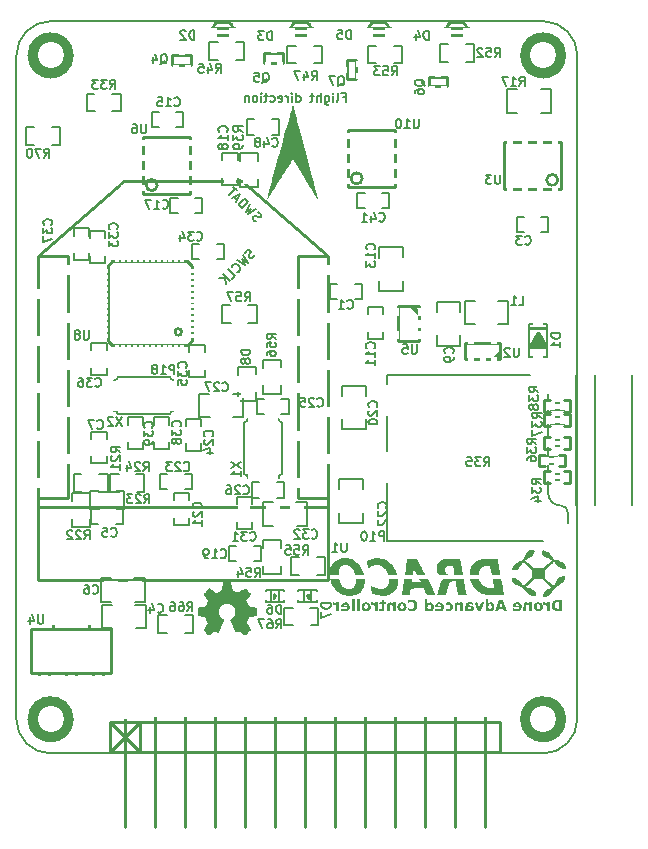
<source format=gbr>
G04 (created by PCBNEW (2013-may-18)-stable) date St 19. únor 2014, 18:08:51 CET*
%MOIN*%
G04 Gerber Fmt 3.4, Leading zero omitted, Abs format*
%FSLAX34Y34*%
G01*
G70*
G90*
G04 APERTURE LIST*
%ADD10C,0.00590551*%
%ADD11C,0.00757874*%
%ADD12C,0.0165354*%
%ADD13C,0.005*%
%ADD14C,0.00787402*%
%ADD15C,0.00984252*%
%ADD16C,0.0001*%
%ADD17C,0.0590551*%
%ADD18C,0.008*%
%ADD19C,0.00748031*%
%ADD20C,0.06*%
%ADD21R,0.0335X0.0335*%
%ADD22C,0.0708661*%
%ADD23R,0.0708661X0.0787*%
%ADD24R,0.0394X0.0354*%
%ADD25C,0.0866142*%
%ADD26R,0.0669X0.0334*%
%ADD27R,0.0394X0.0272*%
%ADD28R,0.0512X0.0709*%
%ADD29R,0.1496X0.0709*%
%ADD30R,0.0236X0.0394*%
%ADD31R,0.0236X0.0787*%
%ADD32R,0.0787X0.0236*%
%ADD33R,0.0472X0.059*%
%ADD34R,0.0354X0.0394*%
%ADD35R,0.059X0.0314*%
%ADD36R,0.0551X0.0708*%
%ADD37R,0.0748X0.0551*%
%ADD38R,0.0118X0.0512*%
%ADD39R,0.0512X0.0118*%
%ADD40R,0.0590551X0.0393701*%
%ADD41R,0.0314X0.0314*%
%ADD42R,0.0998882X0.0723291*%
%ADD43R,0.0723291X0.0998882*%
%ADD44R,0.0473X0.059*%
%ADD45R,0.059X0.0472*%
%ADD46R,0.059X0.0473*%
%ADD47C,0.019685*%
%ADD48R,0.0315X0.0275*%
%ADD49R,0.019685X0.023622*%
%ADD50R,0.023622X0.019685*%
G04 APERTURE END LIST*
G54D10*
G54D11*
X7781Y17537D02*
X7740Y17558D01*
X7689Y17609D01*
X7679Y17639D01*
X7679Y17660D01*
X7689Y17690D01*
X7710Y17711D01*
X7740Y17721D01*
X7761Y17721D01*
X7791Y17711D01*
X7842Y17680D01*
X7873Y17670D01*
X7893Y17670D01*
X7924Y17680D01*
X7944Y17701D01*
X7955Y17731D01*
X7955Y17752D01*
X7944Y17782D01*
X7893Y17833D01*
X7853Y17854D01*
X7791Y17935D02*
X7526Y17772D01*
X7638Y17966D01*
X7444Y17854D01*
X7608Y18119D01*
X7312Y17986D02*
X7526Y18201D01*
X7475Y18252D01*
X7434Y18272D01*
X7393Y18272D01*
X7363Y18262D01*
X7312Y18231D01*
X7281Y18201D01*
X7250Y18150D01*
X7240Y18119D01*
X7240Y18078D01*
X7261Y18037D01*
X7312Y17986D01*
X7169Y18252D02*
X7067Y18354D01*
X7128Y18170D02*
X7271Y18456D01*
X6985Y18313D01*
X7158Y18568D02*
X7036Y18691D01*
X6883Y18415D02*
X7097Y18629D01*
X7746Y16416D02*
X7726Y16375D01*
X7675Y16324D01*
X7644Y16314D01*
X7623Y16314D01*
X7593Y16324D01*
X7572Y16344D01*
X7562Y16375D01*
X7562Y16395D01*
X7572Y16426D01*
X7603Y16477D01*
X7613Y16508D01*
X7613Y16528D01*
X7603Y16559D01*
X7583Y16579D01*
X7552Y16589D01*
X7532Y16589D01*
X7501Y16579D01*
X7450Y16528D01*
X7430Y16487D01*
X7348Y16426D02*
X7511Y16160D01*
X7317Y16273D01*
X7430Y16079D01*
X7164Y16242D01*
X7154Y15844D02*
X7174Y15844D01*
X7215Y15864D01*
X7236Y15885D01*
X7256Y15926D01*
X7256Y15967D01*
X7246Y15997D01*
X7215Y16048D01*
X7185Y16079D01*
X7134Y16109D01*
X7103Y16120D01*
X7062Y16120D01*
X7021Y16099D01*
X7001Y16079D01*
X6980Y16038D01*
X6980Y16018D01*
X6980Y15630D02*
X7082Y15732D01*
X6868Y15946D01*
X6909Y15558D02*
X6695Y15773D01*
X6786Y15436D02*
X6756Y15650D01*
X6572Y15650D02*
X6817Y15650D01*
X10679Y21685D02*
X10780Y21685D01*
X10780Y21526D02*
X10780Y21830D01*
X10635Y21830D01*
X10477Y21526D02*
X10505Y21541D01*
X10520Y21570D01*
X10520Y21830D01*
X10361Y21526D02*
X10361Y21729D01*
X10361Y21830D02*
X10375Y21815D01*
X10361Y21801D01*
X10347Y21815D01*
X10361Y21830D01*
X10361Y21801D01*
X10087Y21729D02*
X10087Y21483D01*
X10101Y21454D01*
X10116Y21440D01*
X10145Y21425D01*
X10188Y21425D01*
X10217Y21440D01*
X10087Y21541D02*
X10116Y21526D01*
X10173Y21526D01*
X10202Y21541D01*
X10217Y21555D01*
X10231Y21584D01*
X10231Y21671D01*
X10217Y21700D01*
X10202Y21714D01*
X10173Y21729D01*
X10116Y21729D01*
X10087Y21714D01*
X9942Y21526D02*
X9942Y21830D01*
X9812Y21526D02*
X9812Y21685D01*
X9827Y21714D01*
X9856Y21729D01*
X9899Y21729D01*
X9928Y21714D01*
X9942Y21700D01*
X9711Y21729D02*
X9596Y21729D01*
X9668Y21830D02*
X9668Y21570D01*
X9654Y21541D01*
X9625Y21526D01*
X9596Y21526D01*
X9134Y21526D02*
X9134Y21830D01*
X9134Y21541D02*
X9163Y21526D01*
X9221Y21526D01*
X9250Y21541D01*
X9264Y21555D01*
X9278Y21584D01*
X9278Y21671D01*
X9264Y21700D01*
X9250Y21714D01*
X9221Y21729D01*
X9163Y21729D01*
X9134Y21714D01*
X8990Y21526D02*
X8990Y21729D01*
X8990Y21830D02*
X9004Y21815D01*
X8990Y21801D01*
X8975Y21815D01*
X8990Y21830D01*
X8990Y21801D01*
X8845Y21526D02*
X8845Y21729D01*
X8845Y21671D02*
X8831Y21700D01*
X8816Y21714D01*
X8788Y21729D01*
X8759Y21729D01*
X8542Y21541D02*
X8571Y21526D01*
X8629Y21526D01*
X8658Y21541D01*
X8672Y21570D01*
X8672Y21685D01*
X8658Y21714D01*
X8629Y21729D01*
X8571Y21729D01*
X8542Y21714D01*
X8528Y21685D01*
X8528Y21656D01*
X8672Y21627D01*
X8268Y21541D02*
X8297Y21526D01*
X8354Y21526D01*
X8383Y21541D01*
X8398Y21555D01*
X8412Y21584D01*
X8412Y21671D01*
X8398Y21700D01*
X8383Y21714D01*
X8354Y21729D01*
X8297Y21729D01*
X8268Y21714D01*
X8181Y21729D02*
X8066Y21729D01*
X8138Y21830D02*
X8138Y21570D01*
X8124Y21541D01*
X8095Y21526D01*
X8066Y21526D01*
X7965Y21526D02*
X7965Y21729D01*
X7965Y21830D02*
X7979Y21815D01*
X7965Y21801D01*
X7950Y21815D01*
X7965Y21830D01*
X7965Y21801D01*
X7777Y21526D02*
X7806Y21541D01*
X7820Y21555D01*
X7835Y21584D01*
X7835Y21671D01*
X7820Y21700D01*
X7806Y21714D01*
X7777Y21729D01*
X7734Y21729D01*
X7705Y21714D01*
X7690Y21700D01*
X7676Y21671D01*
X7676Y21584D01*
X7690Y21555D01*
X7705Y21541D01*
X7734Y21526D01*
X7777Y21526D01*
X7546Y21729D02*
X7546Y21526D01*
X7546Y21700D02*
X7532Y21714D01*
X7503Y21729D01*
X7459Y21729D01*
X7431Y21714D01*
X7416Y21685D01*
X7416Y21526D01*
G54D10*
X-196Y944D02*
G75*
G03X944Y-196I1141J0D01*
G74*
G01*
X944Y24212D02*
X17362Y24212D01*
X-196Y944D02*
X-196Y23070D01*
X17362Y-196D02*
X944Y-196D01*
X18503Y23070D02*
X18503Y944D01*
X17362Y-196D02*
G75*
G03X18503Y944I0J1141D01*
G74*
G01*
X944Y24212D02*
G75*
G03X-196Y23070I0J-1141D01*
G74*
G01*
X18503Y23070D02*
G75*
G03X17362Y24212I-1141J0D01*
G74*
G01*
G54D12*
X17429Y13385D02*
X17192Y13779D01*
X17192Y13779D02*
X16956Y13385D01*
X16956Y13385D02*
X17429Y13385D01*
X17429Y13385D02*
X17153Y13543D01*
X17153Y13543D02*
X17114Y13503D01*
G54D13*
X16877Y13936D02*
X17507Y13936D01*
X17507Y13976D02*
X16877Y13976D01*
G54D14*
X17507Y13031D02*
X17507Y14133D01*
X17507Y14133D02*
X16877Y14133D01*
X16877Y14133D02*
X16877Y13031D01*
X16877Y13031D02*
X17507Y13031D01*
G54D15*
X14879Y840D02*
X15909Y840D01*
X15909Y840D02*
X15909Y-159D01*
X15909Y-159D02*
X14829Y-159D01*
X15415Y1340D02*
X15415Y-2659D01*
X14425Y1340D02*
X14425Y-2659D01*
X13925Y840D02*
X14900Y840D01*
X14900Y-159D02*
X13950Y-159D01*
X13425Y840D02*
X13425Y-2659D01*
X13425Y1340D02*
X13425Y840D01*
X13425Y840D02*
X12925Y840D01*
X12925Y840D02*
X13925Y840D01*
X13925Y-159D02*
X12925Y-159D01*
X2925Y840D02*
X3925Y-159D01*
X3925Y840D02*
X2925Y-159D01*
X12425Y1340D02*
X12425Y-2659D01*
X11425Y1340D02*
X11425Y-2659D01*
X10425Y1340D02*
X10425Y-2659D01*
X9425Y1340D02*
X9425Y-2659D01*
X8925Y840D02*
X12925Y840D01*
X12925Y-159D02*
X8925Y-159D01*
X3925Y-159D02*
X3925Y840D01*
X3425Y1340D02*
X3425Y-2659D01*
X8425Y1340D02*
X8425Y-2659D01*
X7425Y1340D02*
X7425Y-2659D01*
X6425Y1340D02*
X6425Y-2659D01*
X5425Y-2659D02*
X5425Y1340D01*
X4425Y1340D02*
X4425Y-2659D01*
X2925Y-159D02*
X2925Y840D01*
X2925Y840D02*
X8925Y840D01*
X8925Y-159D02*
X2925Y-159D01*
G54D16*
G36*
X6234Y3741D02*
X6244Y3747D01*
X6267Y3761D01*
X6300Y3783D01*
X6339Y3809D01*
X6378Y3835D01*
X6410Y3856D01*
X6432Y3871D01*
X6442Y3876D01*
X6447Y3874D01*
X6465Y3865D01*
X6492Y3851D01*
X6508Y3843D01*
X6532Y3833D01*
X6545Y3830D01*
X6547Y3834D01*
X6556Y3853D01*
X6570Y3885D01*
X6588Y3928D01*
X6610Y3978D01*
X6632Y4031D01*
X6655Y4086D01*
X6677Y4139D01*
X6696Y4186D01*
X6712Y4224D01*
X6722Y4251D01*
X6726Y4262D01*
X6725Y4265D01*
X6712Y4277D01*
X6691Y4293D01*
X6644Y4331D01*
X6598Y4388D01*
X6570Y4453D01*
X6561Y4526D01*
X6569Y4593D01*
X6595Y4657D01*
X6640Y4715D01*
X6695Y4758D01*
X6759Y4785D01*
X6830Y4794D01*
X6898Y4786D01*
X6964Y4760D01*
X7022Y4716D01*
X7047Y4688D01*
X7081Y4629D01*
X7100Y4567D01*
X7102Y4551D01*
X7099Y4482D01*
X7079Y4415D01*
X7042Y4356D01*
X6991Y4307D01*
X6985Y4303D01*
X6962Y4285D01*
X6946Y4273D01*
X6934Y4263D01*
X7022Y4051D01*
X7036Y4018D01*
X7060Y3960D01*
X7081Y3910D01*
X7098Y3870D01*
X7110Y3844D01*
X7115Y3833D01*
X7115Y3832D01*
X7123Y3831D01*
X7139Y3837D01*
X7169Y3851D01*
X7188Y3861D01*
X7211Y3872D01*
X7221Y3876D01*
X7230Y3871D01*
X7251Y3857D01*
X7283Y3836D01*
X7321Y3811D01*
X7357Y3786D01*
X7390Y3764D01*
X7414Y3749D01*
X7426Y3742D01*
X7428Y3742D01*
X7438Y3748D01*
X7457Y3764D01*
X7486Y3791D01*
X7527Y3832D01*
X7533Y3838D01*
X7567Y3872D01*
X7594Y3901D01*
X7612Y3921D01*
X7619Y3930D01*
X7619Y3930D01*
X7613Y3942D01*
X7598Y3966D01*
X7576Y4000D01*
X7549Y4039D01*
X7479Y4141D01*
X7517Y4237D01*
X7529Y4267D01*
X7544Y4302D01*
X7555Y4328D01*
X7561Y4339D01*
X7571Y4343D01*
X7598Y4349D01*
X7636Y4357D01*
X7681Y4365D01*
X7725Y4373D01*
X7764Y4381D01*
X7792Y4386D01*
X7805Y4389D01*
X7808Y4391D01*
X7811Y4397D01*
X7812Y4410D01*
X7813Y4434D01*
X7814Y4471D01*
X7814Y4526D01*
X7814Y4532D01*
X7813Y4583D01*
X7812Y4625D01*
X7811Y4651D01*
X7809Y4662D01*
X7809Y4662D01*
X7797Y4665D01*
X7769Y4671D01*
X7730Y4678D01*
X7683Y4687D01*
X7680Y4688D01*
X7634Y4697D01*
X7595Y4705D01*
X7567Y4711D01*
X7556Y4715D01*
X7553Y4718D01*
X7544Y4736D01*
X7531Y4765D01*
X7515Y4800D01*
X7500Y4837D01*
X7487Y4870D01*
X7478Y4894D01*
X7475Y4905D01*
X7476Y4906D01*
X7483Y4917D01*
X7499Y4941D01*
X7521Y4974D01*
X7548Y5014D01*
X7550Y5017D01*
X7577Y5056D01*
X7599Y5090D01*
X7613Y5113D01*
X7619Y5124D01*
X7619Y5125D01*
X7610Y5137D01*
X7590Y5159D01*
X7561Y5189D01*
X7527Y5224D01*
X7516Y5234D01*
X7477Y5272D01*
X7451Y5296D01*
X7434Y5309D01*
X7426Y5312D01*
X7426Y5312D01*
X7414Y5305D01*
X7389Y5289D01*
X7356Y5266D01*
X7316Y5239D01*
X7313Y5237D01*
X7274Y5210D01*
X7241Y5188D01*
X7218Y5172D01*
X7207Y5166D01*
X7206Y5166D01*
X7190Y5171D01*
X7162Y5181D01*
X7127Y5194D01*
X7091Y5209D01*
X7058Y5223D01*
X7033Y5234D01*
X7021Y5241D01*
X7021Y5241D01*
X7017Y5255D01*
X7010Y5285D01*
X7002Y5325D01*
X6992Y5373D01*
X6991Y5381D01*
X6982Y5428D01*
X6975Y5467D01*
X6969Y5494D01*
X6966Y5505D01*
X6960Y5506D01*
X6937Y5508D01*
X6902Y5509D01*
X6859Y5509D01*
X6815Y5509D01*
X6772Y5508D01*
X6735Y5507D01*
X6708Y5505D01*
X6697Y5503D01*
X6697Y5502D01*
X6693Y5487D01*
X6686Y5458D01*
X6678Y5417D01*
X6669Y5369D01*
X6667Y5360D01*
X6658Y5314D01*
X6650Y5275D01*
X6645Y5249D01*
X6642Y5238D01*
X6637Y5236D01*
X6618Y5228D01*
X6587Y5215D01*
X6548Y5199D01*
X6458Y5163D01*
X6347Y5238D01*
X6337Y5245D01*
X6297Y5272D01*
X6265Y5294D01*
X6242Y5309D01*
X6233Y5314D01*
X6232Y5314D01*
X6221Y5304D01*
X6199Y5283D01*
X6169Y5254D01*
X6134Y5220D01*
X6109Y5194D01*
X6078Y5163D01*
X6059Y5142D01*
X6048Y5129D01*
X6045Y5121D01*
X6046Y5115D01*
X6053Y5104D01*
X6069Y5080D01*
X6092Y5046D01*
X6119Y5007D01*
X6141Y4974D01*
X6165Y4937D01*
X6180Y4911D01*
X6186Y4898D01*
X6184Y4893D01*
X6177Y4871D01*
X6163Y4838D01*
X6147Y4799D01*
X6108Y4712D01*
X6051Y4701D01*
X6016Y4694D01*
X5968Y4685D01*
X5921Y4676D01*
X5849Y4662D01*
X5846Y4396D01*
X5857Y4391D01*
X5868Y4388D01*
X5895Y4382D01*
X5933Y4374D01*
X5979Y4366D01*
X6017Y4359D01*
X6056Y4351D01*
X6084Y4346D01*
X6096Y4343D01*
X6100Y4339D01*
X6109Y4320D01*
X6123Y4290D01*
X6139Y4254D01*
X6154Y4217D01*
X6168Y4182D01*
X6177Y4156D01*
X6181Y4143D01*
X6176Y4132D01*
X6161Y4109D01*
X6140Y4077D01*
X6113Y4038D01*
X6087Y4000D01*
X6064Y3967D01*
X6049Y3943D01*
X6042Y3932D01*
X6046Y3925D01*
X6061Y3906D01*
X6090Y3876D01*
X6134Y3833D01*
X6141Y3826D01*
X6175Y3793D01*
X6204Y3766D01*
X6225Y3748D01*
X6234Y3741D01*
X6234Y3741D01*
G37*
G36*
X9849Y18302D02*
X9848Y18299D01*
X9847Y18297D01*
X9847Y18297D01*
X9837Y18290D01*
X9832Y18289D01*
X9829Y18294D01*
X9819Y18310D01*
X9803Y18336D01*
X9782Y18370D01*
X9756Y18413D01*
X9725Y18464D01*
X9690Y18521D01*
X9652Y18585D01*
X9610Y18655D01*
X9565Y18729D01*
X9518Y18808D01*
X9468Y18891D01*
X9430Y18955D01*
X9379Y19040D01*
X9330Y19121D01*
X9283Y19199D01*
X9239Y19273D01*
X9198Y19341D01*
X9160Y19403D01*
X9126Y19459D01*
X9096Y19508D01*
X9071Y19549D01*
X9052Y19581D01*
X9037Y19605D01*
X9029Y19618D01*
X9026Y19621D01*
X9023Y19616D01*
X9013Y19600D01*
X8997Y19575D01*
X8975Y19541D01*
X8948Y19498D01*
X8917Y19448D01*
X8881Y19391D01*
X8841Y19328D01*
X8798Y19259D01*
X8751Y19185D01*
X8702Y19107D01*
X8651Y19025D01*
X8607Y18955D01*
X8554Y18871D01*
X8504Y18789D01*
X8455Y18712D01*
X8409Y18639D01*
X8367Y18571D01*
X8328Y18509D01*
X8293Y18453D01*
X8262Y18404D01*
X8236Y18363D01*
X8216Y18330D01*
X8201Y18307D01*
X8192Y18293D01*
X8189Y18289D01*
X8183Y18291D01*
X8177Y18293D01*
X8167Y18299D01*
X8165Y18304D01*
X8167Y18310D01*
X8172Y18329D01*
X8180Y18359D01*
X8191Y18400D01*
X8205Y18451D01*
X8221Y18512D01*
X8240Y18582D01*
X8262Y18661D01*
X8286Y18749D01*
X8312Y18844D01*
X8339Y18946D01*
X8369Y19054D01*
X8400Y19169D01*
X8433Y19289D01*
X8468Y19415D01*
X8503Y19545D01*
X8540Y19678D01*
X8577Y19816D01*
X8595Y19880D01*
X8644Y20059D01*
X8691Y20228D01*
X8734Y20387D01*
X8775Y20536D01*
X8813Y20673D01*
X8848Y20800D01*
X8880Y20915D01*
X8909Y21020D01*
X8935Y21113D01*
X8958Y21194D01*
X8978Y21264D01*
X8995Y21323D01*
X9008Y21370D01*
X9017Y21404D01*
X9024Y21427D01*
X9028Y21437D01*
X9029Y21437D01*
X9031Y21430D01*
X9036Y21411D01*
X9044Y21381D01*
X9055Y21340D01*
X9069Y21288D01*
X9085Y21226D01*
X9104Y21156D01*
X9125Y21076D01*
X9149Y20989D01*
X9174Y20893D01*
X9201Y20791D01*
X9230Y20682D01*
X9260Y20567D01*
X9292Y20446D01*
X9325Y20320D01*
X9360Y20190D01*
X9395Y20056D01*
X9432Y19919D01*
X9446Y19865D01*
X9489Y19701D01*
X9530Y19548D01*
X9567Y19406D01*
X9602Y19275D01*
X9633Y19155D01*
X9662Y19046D01*
X9689Y18946D01*
X9712Y18855D01*
X9734Y18773D01*
X9753Y18700D01*
X9770Y18634D01*
X9785Y18576D01*
X9798Y18525D01*
X9809Y18481D01*
X9819Y18443D01*
X9827Y18410D01*
X9833Y18383D01*
X9838Y18360D01*
X9842Y18342D01*
X9845Y18327D01*
X9847Y18316D01*
X9848Y18308D01*
X9849Y18302D01*
X9849Y18302D01*
X9849Y18302D01*
G37*
G36*
X17051Y4706D02*
X17051Y4673D01*
X17055Y4647D01*
X17063Y4625D01*
X17077Y4605D01*
X17088Y4593D01*
X17112Y4572D01*
X17134Y4562D01*
X17142Y4560D01*
X17142Y4693D01*
X17143Y4717D01*
X17149Y4739D01*
X17159Y4757D01*
X17172Y4770D01*
X17173Y4770D01*
X17193Y4776D01*
X17214Y4775D01*
X17232Y4766D01*
X17246Y4752D01*
X17248Y4749D01*
X17255Y4727D01*
X17258Y4702D01*
X17257Y4677D01*
X17251Y4654D01*
X17242Y4636D01*
X17235Y4629D01*
X17218Y4619D01*
X17198Y4617D01*
X17178Y4621D01*
X17163Y4631D01*
X17152Y4648D01*
X17144Y4669D01*
X17142Y4693D01*
X17142Y4560D01*
X17156Y4556D01*
X17183Y4553D01*
X17210Y4552D01*
X17233Y4553D01*
X17239Y4554D01*
X17271Y4565D01*
X17300Y4581D01*
X17323Y4602D01*
X17336Y4622D01*
X17347Y4652D01*
X17351Y4684D01*
X17350Y4718D01*
X17343Y4749D01*
X17331Y4778D01*
X17313Y4801D01*
X17310Y4804D01*
X17288Y4820D01*
X17265Y4831D01*
X17237Y4837D01*
X17210Y4839D01*
X17170Y4838D01*
X17135Y4831D01*
X17107Y4817D01*
X17083Y4796D01*
X17066Y4772D01*
X17059Y4759D01*
X17055Y4746D01*
X17052Y4732D01*
X17051Y4712D01*
X17051Y4706D01*
X17051Y4706D01*
X17051Y4706D01*
G37*
G36*
X16350Y4672D02*
X16441Y4672D01*
X16441Y4731D01*
X16443Y4738D01*
X16447Y4750D01*
X16448Y4751D01*
X16459Y4767D01*
X16474Y4777D01*
X16492Y4780D01*
X16511Y4778D01*
X16529Y4771D01*
X16543Y4757D01*
X16548Y4747D01*
X16553Y4736D01*
X16555Y4730D01*
X16555Y4729D01*
X16551Y4728D01*
X16539Y4727D01*
X16522Y4727D01*
X16501Y4727D01*
X16498Y4727D01*
X16473Y4727D01*
X16454Y4728D01*
X16444Y4730D01*
X16441Y4731D01*
X16441Y4672D01*
X16452Y4672D01*
X16487Y4672D01*
X16513Y4672D01*
X16532Y4671D01*
X16545Y4670D01*
X16552Y4667D01*
X16555Y4664D01*
X16555Y4658D01*
X16551Y4651D01*
X16548Y4645D01*
X16537Y4629D01*
X16521Y4619D01*
X16499Y4614D01*
X16478Y4613D01*
X16439Y4616D01*
X16405Y4626D01*
X16383Y4636D01*
X16364Y4645D01*
X16364Y4610D01*
X16364Y4574D01*
X16388Y4566D01*
X16433Y4556D01*
X16477Y4551D01*
X16519Y4553D01*
X16537Y4556D01*
X16572Y4567D01*
X16600Y4585D01*
X16622Y4609D01*
X16637Y4638D01*
X16644Y4674D01*
X16646Y4698D01*
X16642Y4735D01*
X16631Y4767D01*
X16613Y4794D01*
X16587Y4816D01*
X16569Y4826D01*
X16556Y4832D01*
X16544Y4835D01*
X16530Y4837D01*
X16512Y4838D01*
X16496Y4838D01*
X16465Y4837D01*
X16441Y4833D01*
X16421Y4825D01*
X16403Y4814D01*
X16390Y4801D01*
X16371Y4778D01*
X16359Y4752D01*
X16353Y4721D01*
X16352Y4708D01*
X16350Y4672D01*
X16350Y4672D01*
X16350Y4672D01*
G37*
G36*
X15443Y4559D02*
X15488Y4559D01*
X15533Y4559D01*
X15533Y4578D01*
X15533Y4597D01*
X15535Y4596D01*
X15535Y4684D01*
X15535Y4708D01*
X15539Y4731D01*
X15545Y4750D01*
X15556Y4762D01*
X15572Y4772D01*
X15589Y4776D01*
X15593Y4777D01*
X15609Y4773D01*
X15625Y4763D01*
X15636Y4751D01*
X15641Y4738D01*
X15645Y4719D01*
X15646Y4697D01*
X15646Y4676D01*
X15643Y4659D01*
X15643Y4657D01*
X15633Y4639D01*
X15618Y4625D01*
X15600Y4618D01*
X15581Y4618D01*
X15564Y4624D01*
X15556Y4631D01*
X15547Y4643D01*
X15539Y4659D01*
X15538Y4663D01*
X15535Y4684D01*
X15535Y4596D01*
X15551Y4580D01*
X15575Y4562D01*
X15603Y4553D01*
X15634Y4551D01*
X15651Y4554D01*
X15677Y4565D01*
X15698Y4582D01*
X15716Y4605D01*
X15729Y4632D01*
X15737Y4663D01*
X15741Y4694D01*
X15739Y4726D01*
X15731Y4757D01*
X15717Y4785D01*
X15705Y4802D01*
X15682Y4822D01*
X15658Y4835D01*
X15630Y4840D01*
X15623Y4840D01*
X15596Y4838D01*
X15573Y4829D01*
X15551Y4814D01*
X15550Y4813D01*
X15533Y4798D01*
X15533Y4869D01*
X15533Y4940D01*
X15488Y4940D01*
X15443Y4940D01*
X15443Y4749D01*
X15443Y4559D01*
X15443Y4559D01*
X15443Y4559D01*
G37*
G36*
X14770Y4559D02*
X14816Y4559D01*
X14862Y4559D01*
X14862Y4577D01*
X14862Y4596D01*
X14862Y4675D01*
X14862Y4676D01*
X14866Y4679D01*
X14876Y4681D01*
X14891Y4681D01*
X14908Y4681D01*
X14924Y4679D01*
X14938Y4677D01*
X14943Y4675D01*
X14955Y4666D01*
X14961Y4653D01*
X14961Y4642D01*
X14957Y4629D01*
X14947Y4619D01*
X14932Y4614D01*
X14915Y4613D01*
X14898Y4617D01*
X14885Y4625D01*
X14873Y4639D01*
X14865Y4657D01*
X14862Y4675D01*
X14862Y4596D01*
X14882Y4578D01*
X14908Y4560D01*
X14937Y4552D01*
X14969Y4552D01*
X14983Y4554D01*
X15008Y4564D01*
X15028Y4581D01*
X15043Y4602D01*
X15051Y4627D01*
X15052Y4654D01*
X15044Y4681D01*
X15043Y4684D01*
X15030Y4703D01*
X15010Y4717D01*
X14984Y4727D01*
X14951Y4733D01*
X14910Y4736D01*
X14904Y4736D01*
X14861Y4736D01*
X14864Y4748D01*
X14868Y4759D01*
X14871Y4766D01*
X14882Y4773D01*
X14900Y4778D01*
X14922Y4780D01*
X14946Y4780D01*
X14972Y4777D01*
X14995Y4771D01*
X15006Y4768D01*
X15029Y4759D01*
X15029Y4792D01*
X15029Y4826D01*
X15012Y4831D01*
X15001Y4833D01*
X14984Y4835D01*
X14962Y4837D01*
X14938Y4839D01*
X14936Y4839D01*
X14900Y4839D01*
X14870Y4838D01*
X14847Y4833D01*
X14827Y4825D01*
X14810Y4813D01*
X14809Y4812D01*
X14798Y4802D01*
X14790Y4792D01*
X14784Y4780D01*
X14779Y4766D01*
X14776Y4748D01*
X14774Y4724D01*
X14772Y4694D01*
X14771Y4657D01*
X14770Y4559D01*
X14770Y4559D01*
X14770Y4559D01*
G37*
G36*
X14109Y4789D02*
X14109Y4773D01*
X14110Y4761D01*
X14112Y4755D01*
X14112Y4755D01*
X14146Y4769D01*
X14177Y4775D01*
X14203Y4774D01*
X14221Y4767D01*
X14240Y4754D01*
X14251Y4736D01*
X14257Y4713D01*
X14258Y4695D01*
X14255Y4668D01*
X14247Y4648D01*
X14231Y4631D01*
X14226Y4628D01*
X14209Y4621D01*
X14186Y4618D01*
X14163Y4619D01*
X14140Y4624D01*
X14132Y4627D01*
X14120Y4632D01*
X14112Y4635D01*
X14110Y4636D01*
X14110Y4632D01*
X14109Y4621D01*
X14110Y4605D01*
X14110Y4601D01*
X14111Y4566D01*
X14132Y4560D01*
X14155Y4555D01*
X14181Y4552D01*
X14209Y4552D01*
X14233Y4554D01*
X14236Y4554D01*
X14270Y4564D01*
X14300Y4581D01*
X14324Y4604D01*
X14341Y4631D01*
X14346Y4643D01*
X14349Y4657D01*
X14350Y4674D01*
X14351Y4697D01*
X14350Y4719D01*
X14349Y4735D01*
X14347Y4746D01*
X14343Y4757D01*
X14338Y4766D01*
X14318Y4794D01*
X14292Y4817D01*
X14272Y4828D01*
X14261Y4832D01*
X14249Y4835D01*
X14234Y4837D01*
X14214Y4837D01*
X14196Y4838D01*
X14168Y4837D01*
X14145Y4835D01*
X14129Y4833D01*
X14126Y4832D01*
X14109Y4826D01*
X14109Y4789D01*
X14109Y4789D01*
X14109Y4789D01*
G37*
G36*
X13758Y4672D02*
X13850Y4672D01*
X13850Y4731D01*
X13853Y4745D01*
X13862Y4759D01*
X13872Y4771D01*
X13877Y4774D01*
X13898Y4780D01*
X13919Y4779D01*
X13938Y4770D01*
X13953Y4754D01*
X13961Y4737D01*
X13962Y4733D01*
X13961Y4730D01*
X13957Y4728D01*
X13948Y4727D01*
X13933Y4727D01*
X13911Y4727D01*
X13907Y4727D01*
X13881Y4727D01*
X13863Y4728D01*
X13852Y4730D01*
X13850Y4731D01*
X13850Y4672D01*
X13861Y4672D01*
X13965Y4672D01*
X13962Y4660D01*
X13954Y4640D01*
X13943Y4627D01*
X13927Y4618D01*
X13904Y4614D01*
X13875Y4614D01*
X13853Y4616D01*
X13835Y4618D01*
X13819Y4623D01*
X13804Y4630D01*
X13773Y4644D01*
X13773Y4609D01*
X13773Y4574D01*
X13797Y4566D01*
X13846Y4555D01*
X13893Y4551D01*
X13936Y4554D01*
X13945Y4556D01*
X13981Y4567D01*
X14009Y4585D01*
X14030Y4608D01*
X14045Y4637D01*
X14052Y4672D01*
X14053Y4684D01*
X14053Y4720D01*
X14047Y4749D01*
X14035Y4775D01*
X14020Y4795D01*
X14000Y4813D01*
X13980Y4826D01*
X13957Y4833D01*
X13928Y4837D01*
X13904Y4838D01*
X13874Y4837D01*
X13850Y4833D01*
X13830Y4825D01*
X13812Y4814D01*
X13798Y4801D01*
X13780Y4778D01*
X13768Y4752D01*
X13761Y4721D01*
X13760Y4707D01*
X13758Y4672D01*
X13758Y4672D01*
X13758Y4672D01*
G37*
G36*
X13414Y4559D02*
X13460Y4559D01*
X13505Y4559D01*
X13505Y4577D01*
X13505Y4596D01*
X13508Y4593D01*
X13508Y4699D01*
X13511Y4729D01*
X13519Y4751D01*
X13533Y4766D01*
X13552Y4773D01*
X13564Y4774D01*
X13585Y4771D01*
X13601Y4761D01*
X13611Y4744D01*
X13617Y4719D01*
X13618Y4695D01*
X13616Y4665D01*
X13609Y4643D01*
X13597Y4628D01*
X13579Y4620D01*
X13561Y4618D01*
X13541Y4621D01*
X13531Y4627D01*
X13518Y4642D01*
X13511Y4666D01*
X13508Y4696D01*
X13508Y4699D01*
X13508Y4593D01*
X13525Y4578D01*
X13550Y4561D01*
X13578Y4552D01*
X13606Y4550D01*
X13623Y4554D01*
X13652Y4567D01*
X13676Y4588D01*
X13695Y4614D01*
X13703Y4633D01*
X13709Y4656D01*
X13712Y4683D01*
X13711Y4712D01*
X13709Y4739D01*
X13703Y4760D01*
X13702Y4764D01*
X13686Y4792D01*
X13668Y4812D01*
X13647Y4827D01*
X13644Y4829D01*
X13615Y4838D01*
X13585Y4840D01*
X13555Y4832D01*
X13527Y4817D01*
X13520Y4811D01*
X13505Y4798D01*
X13505Y4869D01*
X13505Y4940D01*
X13460Y4940D01*
X13414Y4940D01*
X13414Y4749D01*
X13414Y4559D01*
X13414Y4559D01*
X13414Y4559D01*
G37*
G36*
X12860Y4578D02*
X12884Y4568D01*
X12928Y4556D01*
X12972Y4551D01*
X13017Y4554D01*
X13024Y4555D01*
X13061Y4565D01*
X13095Y4583D01*
X13125Y4608D01*
X13149Y4639D01*
X13159Y4658D01*
X13164Y4669D01*
X13168Y4680D01*
X13170Y4692D01*
X13171Y4707D01*
X13171Y4727D01*
X13171Y4740D01*
X13171Y4766D01*
X13170Y4785D01*
X13168Y4799D01*
X13165Y4812D01*
X13161Y4823D01*
X13143Y4855D01*
X13117Y4883D01*
X13085Y4906D01*
X13076Y4911D01*
X13059Y4919D01*
X13046Y4924D01*
X13032Y4927D01*
X13015Y4929D01*
X12994Y4930D01*
X12952Y4930D01*
X12918Y4926D01*
X12888Y4917D01*
X12877Y4912D01*
X12860Y4903D01*
X12860Y4867D01*
X12860Y4850D01*
X12861Y4838D01*
X12862Y4831D01*
X12862Y4831D01*
X12867Y4833D01*
X12877Y4838D01*
X12892Y4844D01*
X12895Y4846D01*
X12912Y4853D01*
X12927Y4858D01*
X12942Y4860D01*
X12962Y4860D01*
X12965Y4861D01*
X12985Y4860D01*
X13000Y4859D01*
X13012Y4855D01*
X13023Y4850D01*
X13045Y4833D01*
X13060Y4810D01*
X13070Y4783D01*
X13073Y4748D01*
X13073Y4731D01*
X13069Y4698D01*
X13060Y4672D01*
X13045Y4651D01*
X13027Y4637D01*
X13018Y4631D01*
X13009Y4627D01*
X12997Y4625D01*
X12982Y4625D01*
X12965Y4625D01*
X12947Y4625D01*
X12933Y4625D01*
X12920Y4628D01*
X12907Y4632D01*
X12892Y4639D01*
X12871Y4649D01*
X12864Y4653D01*
X12862Y4650D01*
X12861Y4639D01*
X12860Y4624D01*
X12860Y4616D01*
X12860Y4578D01*
X12860Y4578D01*
X12860Y4578D01*
G37*
G36*
X12507Y4705D02*
X12507Y4671D01*
X12513Y4642D01*
X12524Y4618D01*
X12542Y4596D01*
X12545Y4592D01*
X12569Y4572D01*
X12590Y4562D01*
X12600Y4559D01*
X12600Y4695D01*
X12602Y4726D01*
X12610Y4750D01*
X12623Y4766D01*
X12641Y4775D01*
X12656Y4777D01*
X12677Y4773D01*
X12694Y4761D01*
X12706Y4742D01*
X12714Y4718D01*
X12715Y4699D01*
X12712Y4668D01*
X12705Y4645D01*
X12691Y4628D01*
X12673Y4620D01*
X12657Y4618D01*
X12641Y4619D01*
X12628Y4623D01*
X12625Y4625D01*
X12612Y4638D01*
X12604Y4657D01*
X12600Y4682D01*
X12600Y4695D01*
X12600Y4559D01*
X12618Y4555D01*
X12649Y4552D01*
X12680Y4552D01*
X12701Y4556D01*
X12727Y4563D01*
X12747Y4574D01*
X12766Y4589D01*
X12770Y4593D01*
X12790Y4619D01*
X12802Y4649D01*
X12809Y4682D01*
X12808Y4715D01*
X12801Y4746D01*
X12788Y4776D01*
X12769Y4801D01*
X12755Y4813D01*
X12727Y4828D01*
X12694Y4837D01*
X12656Y4840D01*
X12616Y4837D01*
X12582Y4827D01*
X12553Y4810D01*
X12532Y4787D01*
X12517Y4758D01*
X12508Y4723D01*
X12507Y4705D01*
X12507Y4705D01*
X12507Y4705D01*
G37*
G36*
X11313Y4673D02*
X11317Y4647D01*
X11325Y4625D01*
X11339Y4605D01*
X11350Y4593D01*
X11375Y4572D01*
X11396Y4562D01*
X11404Y4560D01*
X11404Y4693D01*
X11406Y4717D01*
X11411Y4739D01*
X11421Y4757D01*
X11434Y4770D01*
X11435Y4770D01*
X11455Y4776D01*
X11476Y4775D01*
X11494Y4766D01*
X11508Y4752D01*
X11510Y4749D01*
X11518Y4727D01*
X11521Y4702D01*
X11519Y4677D01*
X11513Y4654D01*
X11504Y4636D01*
X11497Y4629D01*
X11480Y4619D01*
X11460Y4617D01*
X11441Y4621D01*
X11426Y4631D01*
X11414Y4648D01*
X11407Y4669D01*
X11404Y4693D01*
X11404Y4560D01*
X11419Y4556D01*
X11445Y4553D01*
X11472Y4552D01*
X11495Y4553D01*
X11501Y4554D01*
X11533Y4565D01*
X11562Y4581D01*
X11585Y4602D01*
X11598Y4622D01*
X11609Y4652D01*
X11614Y4684D01*
X11613Y4718D01*
X11606Y4749D01*
X11593Y4778D01*
X11576Y4801D01*
X11572Y4804D01*
X11550Y4820D01*
X11527Y4831D01*
X11499Y4837D01*
X11473Y4839D01*
X11432Y4838D01*
X11398Y4831D01*
X11369Y4817D01*
X11345Y4796D01*
X11329Y4772D01*
X11322Y4759D01*
X11317Y4746D01*
X11315Y4732D01*
X11313Y4712D01*
X11313Y4706D01*
X11313Y4673D01*
X11313Y4673D01*
X11313Y4673D01*
G37*
G36*
X10627Y4672D02*
X10717Y4672D01*
X10717Y4734D01*
X10722Y4750D01*
X10732Y4764D01*
X10748Y4775D01*
X10765Y4781D01*
X10769Y4781D01*
X10792Y4778D01*
X10809Y4767D01*
X10822Y4748D01*
X10826Y4738D01*
X10831Y4727D01*
X10774Y4727D01*
X10750Y4727D01*
X10734Y4727D01*
X10724Y4729D01*
X10719Y4730D01*
X10717Y4733D01*
X10717Y4734D01*
X10717Y4672D01*
X10729Y4672D01*
X10766Y4672D01*
X10794Y4672D01*
X10814Y4671D01*
X10826Y4669D01*
X10831Y4668D01*
X10831Y4667D01*
X10828Y4655D01*
X10820Y4641D01*
X10810Y4628D01*
X10802Y4622D01*
X10791Y4617D01*
X10777Y4614D01*
X10757Y4613D01*
X10751Y4613D01*
X10727Y4615D01*
X10704Y4619D01*
X10678Y4626D01*
X10648Y4638D01*
X10644Y4639D01*
X10642Y4636D01*
X10641Y4628D01*
X10640Y4613D01*
X10640Y4608D01*
X10640Y4574D01*
X10664Y4566D01*
X10710Y4555D01*
X10755Y4551D01*
X10796Y4553D01*
X10808Y4555D01*
X10843Y4565D01*
X10872Y4583D01*
X10895Y4607D01*
X10911Y4636D01*
X10920Y4671D01*
X10922Y4697D01*
X10918Y4733D01*
X10907Y4766D01*
X10888Y4793D01*
X10864Y4815D01*
X10843Y4827D01*
X10816Y4835D01*
X10784Y4839D01*
X10751Y4839D01*
X10721Y4834D01*
X10711Y4831D01*
X10681Y4815D01*
X10657Y4793D01*
X10640Y4765D01*
X10629Y4732D01*
X10627Y4701D01*
X10627Y4672D01*
X10627Y4672D01*
X10627Y4672D01*
G37*
G36*
X17651Y4742D02*
X17651Y4719D01*
X17652Y4701D01*
X17654Y4689D01*
X17657Y4677D01*
X17662Y4665D01*
X17664Y4660D01*
X17682Y4631D01*
X17706Y4605D01*
X17734Y4584D01*
X17740Y4581D01*
X17748Y4578D01*
X17748Y4743D01*
X17751Y4776D01*
X17760Y4803D01*
X17775Y4823D01*
X17797Y4838D01*
X17827Y4848D01*
X17861Y4853D01*
X17899Y4855D01*
X17899Y4743D01*
X17899Y4630D01*
X17859Y4632D01*
X17831Y4635D01*
X17810Y4640D01*
X17801Y4644D01*
X17778Y4660D01*
X17762Y4680D01*
X17752Y4705D01*
X17748Y4737D01*
X17748Y4743D01*
X17748Y4578D01*
X17760Y4573D01*
X17784Y4567D01*
X17815Y4563D01*
X17852Y4560D01*
X17897Y4559D01*
X17911Y4559D01*
X17994Y4559D01*
X17994Y4743D01*
X17994Y4928D01*
X17895Y4925D01*
X17859Y4924D01*
X17830Y4923D01*
X17807Y4921D01*
X17790Y4919D01*
X17777Y4917D01*
X17772Y4915D01*
X17734Y4899D01*
X17703Y4878D01*
X17679Y4850D01*
X17663Y4823D01*
X17658Y4811D01*
X17655Y4800D01*
X17653Y4788D01*
X17652Y4772D01*
X17651Y4750D01*
X17651Y4742D01*
X17651Y4742D01*
X17651Y4742D01*
G37*
G36*
X17373Y4778D02*
X17373Y4767D01*
X17374Y4761D01*
X17377Y4760D01*
X17380Y4761D01*
X17389Y4763D01*
X17403Y4765D01*
X17415Y4766D01*
X17440Y4765D01*
X17460Y4757D01*
X17474Y4743D01*
X17481Y4730D01*
X17485Y4721D01*
X17487Y4712D01*
X17489Y4699D01*
X17490Y4683D01*
X17490Y4660D01*
X17490Y4635D01*
X17490Y4559D01*
X17536Y4559D01*
X17581Y4559D01*
X17581Y4697D01*
X17581Y4836D01*
X17536Y4836D01*
X17490Y4836D01*
X17490Y4815D01*
X17490Y4795D01*
X17472Y4813D01*
X17451Y4829D01*
X17426Y4838D01*
X17398Y4839D01*
X17397Y4839D01*
X17374Y4838D01*
X17373Y4798D01*
X17373Y4778D01*
X17373Y4778D01*
X17373Y4778D01*
G37*
G36*
X16704Y4559D02*
X16750Y4559D01*
X16796Y4559D01*
X16796Y4635D01*
X16796Y4674D01*
X16798Y4705D01*
X16800Y4729D01*
X16804Y4747D01*
X16809Y4759D01*
X16817Y4767D01*
X16826Y4771D01*
X16839Y4772D01*
X16840Y4772D01*
X16860Y4768D01*
X16875Y4757D01*
X16887Y4739D01*
X16890Y4730D01*
X16892Y4721D01*
X16894Y4709D01*
X16895Y4692D01*
X16895Y4669D01*
X16895Y4639D01*
X16895Y4559D01*
X16941Y4559D01*
X16986Y4559D01*
X16986Y4697D01*
X16986Y4836D01*
X16941Y4836D01*
X16895Y4836D01*
X16895Y4817D01*
X16895Y4798D01*
X16881Y4811D01*
X16856Y4827D01*
X16828Y4837D01*
X16799Y4841D01*
X16772Y4837D01*
X16762Y4834D01*
X16746Y4823D01*
X16730Y4807D01*
X16718Y4788D01*
X16714Y4778D01*
X16712Y4768D01*
X16710Y4751D01*
X16709Y4727D01*
X16707Y4699D01*
X16706Y4668D01*
X16706Y4660D01*
X16704Y4559D01*
X16704Y4559D01*
X16704Y4559D01*
G37*
G36*
X15766Y4563D02*
X15769Y4561D01*
X15775Y4559D01*
X15787Y4559D01*
X15807Y4560D01*
X15813Y4560D01*
X15862Y4561D01*
X15873Y4594D01*
X15884Y4627D01*
X15910Y4627D01*
X15910Y4698D01*
X15912Y4704D01*
X15916Y4716D01*
X15921Y4733D01*
X15929Y4755D01*
X15934Y4769D01*
X15957Y4837D01*
X15981Y4767D01*
X15989Y4743D01*
X15996Y4723D01*
X16002Y4708D01*
X16005Y4698D01*
X16005Y4696D01*
X16001Y4695D01*
X15990Y4695D01*
X15973Y4695D01*
X15958Y4695D01*
X15938Y4695D01*
X15923Y4696D01*
X15913Y4697D01*
X15910Y4698D01*
X15910Y4627D01*
X15957Y4626D01*
X16031Y4625D01*
X16042Y4592D01*
X16053Y4559D01*
X16102Y4559D01*
X16151Y4559D01*
X16146Y4571D01*
X16143Y4578D01*
X16138Y4593D01*
X16130Y4613D01*
X16120Y4640D01*
X16109Y4671D01*
X16096Y4705D01*
X16082Y4742D01*
X16081Y4747D01*
X16067Y4784D01*
X16054Y4818D01*
X16043Y4849D01*
X16033Y4875D01*
X16025Y4896D01*
X16020Y4911D01*
X16017Y4918D01*
X16017Y4919D01*
X16015Y4922D01*
X16010Y4924D01*
X16002Y4925D01*
X15989Y4926D01*
X15968Y4926D01*
X15956Y4925D01*
X15899Y4924D01*
X15834Y4749D01*
X15820Y4711D01*
X15807Y4676D01*
X15795Y4644D01*
X15785Y4616D01*
X15777Y4593D01*
X15771Y4577D01*
X15767Y4568D01*
X15767Y4566D01*
X15766Y4563D01*
X15766Y4563D01*
X15766Y4563D01*
G37*
G36*
X15080Y4833D02*
X15134Y4697D01*
X15187Y4561D01*
X15237Y4560D01*
X15287Y4558D01*
X15340Y4694D01*
X15353Y4727D01*
X15364Y4757D01*
X15375Y4784D01*
X15383Y4805D01*
X15389Y4821D01*
X15392Y4831D01*
X15393Y4832D01*
X15388Y4834D01*
X15377Y4835D01*
X15361Y4835D01*
X15349Y4835D01*
X15305Y4833D01*
X15274Y4747D01*
X15264Y4720D01*
X15256Y4696D01*
X15248Y4677D01*
X15243Y4662D01*
X15240Y4654D01*
X15240Y4654D01*
X15238Y4656D01*
X15233Y4666D01*
X15226Y4681D01*
X15218Y4703D01*
X15208Y4728D01*
X15204Y4740D01*
X15194Y4767D01*
X15185Y4791D01*
X15178Y4811D01*
X15172Y4826D01*
X15169Y4833D01*
X15169Y4834D01*
X15164Y4835D01*
X15152Y4835D01*
X15135Y4835D01*
X15124Y4835D01*
X15080Y4833D01*
X15080Y4833D01*
X15080Y4833D01*
G37*
G36*
X14411Y4559D02*
X14457Y4559D01*
X14502Y4559D01*
X14504Y4654D01*
X14504Y4685D01*
X14505Y4709D01*
X14505Y4727D01*
X14506Y4739D01*
X14508Y4747D01*
X14510Y4753D01*
X14513Y4757D01*
X14516Y4760D01*
X14530Y4770D01*
X14548Y4772D01*
X14565Y4768D01*
X14581Y4758D01*
X14592Y4744D01*
X14595Y4737D01*
X14597Y4728D01*
X14599Y4715D01*
X14600Y4697D01*
X14601Y4673D01*
X14602Y4644D01*
X14604Y4559D01*
X14649Y4559D01*
X14694Y4559D01*
X14692Y4696D01*
X14691Y4833D01*
X14647Y4835D01*
X14603Y4836D01*
X14603Y4817D01*
X14603Y4798D01*
X14588Y4811D01*
X14560Y4829D01*
X14530Y4838D01*
X14511Y4840D01*
X14483Y4837D01*
X14461Y4829D01*
X14443Y4815D01*
X14434Y4805D01*
X14428Y4795D01*
X14423Y4784D01*
X14419Y4771D01*
X14417Y4754D01*
X14415Y4732D01*
X14414Y4703D01*
X14413Y4667D01*
X14413Y4662D01*
X14411Y4559D01*
X14411Y4559D01*
X14411Y4559D01*
G37*
G36*
X12165Y4559D02*
X12209Y4559D01*
X12252Y4559D01*
X12252Y4621D01*
X12253Y4662D01*
X12254Y4695D01*
X12256Y4720D01*
X12259Y4739D01*
X12262Y4752D01*
X12267Y4761D01*
X12270Y4763D01*
X12284Y4770D01*
X12302Y4772D01*
X12319Y4768D01*
X12324Y4765D01*
X12333Y4757D01*
X12340Y4747D01*
X12345Y4734D01*
X12349Y4716D01*
X12351Y4692D01*
X12352Y4662D01*
X12352Y4639D01*
X12352Y4559D01*
X12397Y4559D01*
X12443Y4559D01*
X12443Y4697D01*
X12443Y4836D01*
X12397Y4836D01*
X12352Y4836D01*
X12352Y4817D01*
X12352Y4799D01*
X12334Y4814D01*
X12308Y4830D01*
X12280Y4838D01*
X12248Y4839D01*
X12220Y4833D01*
X12198Y4820D01*
X12181Y4799D01*
X12177Y4792D01*
X12174Y4786D01*
X12172Y4778D01*
X12170Y4769D01*
X12169Y4756D01*
X12168Y4739D01*
X12167Y4715D01*
X12167Y4684D01*
X12167Y4666D01*
X12165Y4559D01*
X12165Y4559D01*
X12165Y4559D01*
G37*
G36*
X11893Y4772D02*
X11939Y4772D01*
X11984Y4772D01*
X11984Y4705D01*
X11984Y4681D01*
X11983Y4660D01*
X11982Y4643D01*
X11980Y4633D01*
X11980Y4631D01*
X11974Y4627D01*
X11961Y4625D01*
X11941Y4623D01*
X11939Y4623D01*
X11902Y4621D01*
X11902Y4590D01*
X11902Y4559D01*
X11956Y4559D01*
X11986Y4560D01*
X12010Y4562D01*
X12026Y4565D01*
X12027Y4566D01*
X12049Y4578D01*
X12064Y4596D01*
X12070Y4612D01*
X12072Y4622D01*
X12073Y4640D01*
X12074Y4662D01*
X12075Y4688D01*
X12075Y4701D01*
X12075Y4772D01*
X12098Y4772D01*
X12120Y4772D01*
X12120Y4804D01*
X12120Y4836D01*
X12098Y4836D01*
X12075Y4836D01*
X12075Y4874D01*
X12075Y4913D01*
X12029Y4913D01*
X11984Y4913D01*
X11984Y4874D01*
X11984Y4836D01*
X11940Y4835D01*
X11895Y4833D01*
X11894Y4803D01*
X11893Y4772D01*
X11893Y4772D01*
X11893Y4772D01*
G37*
G36*
X11635Y4778D02*
X11635Y4767D01*
X11637Y4761D01*
X11639Y4760D01*
X11642Y4761D01*
X11651Y4763D01*
X11665Y4765D01*
X11678Y4766D01*
X11703Y4765D01*
X11722Y4757D01*
X11737Y4743D01*
X11744Y4730D01*
X11747Y4721D01*
X11749Y4712D01*
X11751Y4699D01*
X11752Y4683D01*
X11752Y4660D01*
X11752Y4635D01*
X11752Y4559D01*
X11798Y4559D01*
X11843Y4559D01*
X11843Y4697D01*
X11843Y4836D01*
X11798Y4836D01*
X11752Y4836D01*
X11752Y4815D01*
X11752Y4795D01*
X11735Y4813D01*
X11713Y4829D01*
X11689Y4838D01*
X11660Y4839D01*
X11659Y4839D01*
X11637Y4838D01*
X11635Y4798D01*
X11635Y4778D01*
X11635Y4778D01*
X11635Y4778D01*
G37*
G36*
X11158Y4559D02*
X11203Y4559D01*
X11249Y4559D01*
X11249Y4749D01*
X11249Y4940D01*
X11203Y4940D01*
X11158Y4940D01*
X11158Y4749D01*
X11158Y4559D01*
X11158Y4559D01*
X11158Y4559D01*
G37*
G36*
X10985Y4559D02*
X11031Y4559D01*
X11076Y4559D01*
X11076Y4749D01*
X11076Y4940D01*
X11031Y4940D01*
X10985Y4940D01*
X10985Y4749D01*
X10985Y4559D01*
X10985Y4559D01*
X10985Y4559D01*
G37*
G36*
X10354Y4799D02*
X10354Y4779D01*
X10355Y4767D01*
X10357Y4762D01*
X10359Y4760D01*
X10362Y4761D01*
X10379Y4765D01*
X10399Y4766D01*
X10419Y4765D01*
X10435Y4760D01*
X10436Y4760D01*
X10447Y4753D01*
X10455Y4744D01*
X10462Y4732D01*
X10466Y4716D01*
X10469Y4695D01*
X10471Y4667D01*
X10471Y4637D01*
X10473Y4559D01*
X10516Y4559D01*
X10559Y4559D01*
X10559Y4697D01*
X10559Y4836D01*
X10515Y4836D01*
X10472Y4836D01*
X10472Y4814D01*
X10472Y4793D01*
X10455Y4809D01*
X10432Y4828D01*
X10406Y4838D01*
X10379Y4840D01*
X10354Y4840D01*
X10354Y4799D01*
X10354Y4799D01*
X10354Y4799D01*
G37*
G36*
X16319Y5613D02*
X16320Y5594D01*
X16327Y5569D01*
X16333Y5552D01*
X16344Y5528D01*
X16358Y5507D01*
X16376Y5488D01*
X16398Y5469D01*
X16425Y5450D01*
X16459Y5432D01*
X16501Y5412D01*
X16545Y5392D01*
X16571Y5380D01*
X16597Y5369D01*
X16619Y5359D01*
X16637Y5351D01*
X16646Y5347D01*
X16690Y5319D01*
X16732Y5284D01*
X16770Y5242D01*
X16771Y5240D01*
X16797Y5210D01*
X16824Y5180D01*
X16852Y5151D01*
X16879Y5125D01*
X16905Y5102D01*
X16928Y5085D01*
X16943Y5075D01*
X16974Y5061D01*
X17005Y5050D01*
X17035Y5041D01*
X17063Y5036D01*
X17086Y5035D01*
X17104Y5038D01*
X17108Y5040D01*
X17122Y5052D01*
X17130Y5070D01*
X17133Y5093D01*
X17131Y5118D01*
X17124Y5146D01*
X17111Y5174D01*
X17107Y5180D01*
X17085Y5210D01*
X17055Y5238D01*
X17018Y5264D01*
X16976Y5287D01*
X16930Y5307D01*
X16880Y5323D01*
X16829Y5334D01*
X16821Y5336D01*
X16804Y5338D01*
X16790Y5341D01*
X16783Y5344D01*
X16783Y5344D01*
X16784Y5347D01*
X16790Y5356D01*
X16803Y5369D01*
X16821Y5388D01*
X16846Y5412D01*
X16877Y5443D01*
X16914Y5479D01*
X16917Y5482D01*
X17058Y5615D01*
X17207Y5615D01*
X17356Y5615D01*
X17499Y5479D01*
X17529Y5451D01*
X17557Y5424D01*
X17582Y5400D01*
X17603Y5379D01*
X17621Y5362D01*
X17633Y5349D01*
X17640Y5342D01*
X17642Y5340D01*
X17637Y5337D01*
X17627Y5332D01*
X17611Y5325D01*
X17592Y5317D01*
X17555Y5301D01*
X17525Y5286D01*
X17501Y5273D01*
X17480Y5258D01*
X17461Y5242D01*
X17443Y5223D01*
X17432Y5211D01*
X17404Y5176D01*
X17382Y5143D01*
X17368Y5113D01*
X17360Y5085D01*
X17360Y5061D01*
X17367Y5041D01*
X17376Y5030D01*
X17386Y5023D01*
X17395Y5019D01*
X17408Y5018D01*
X17419Y5018D01*
X17434Y5018D01*
X17446Y5019D01*
X17452Y5020D01*
X17458Y5021D01*
X17470Y5025D01*
X17487Y5030D01*
X17489Y5031D01*
X17508Y5037D01*
X17523Y5044D01*
X17538Y5055D01*
X17552Y5067D01*
X17568Y5082D01*
X17583Y5098D01*
X17598Y5115D01*
X17613Y5135D01*
X17631Y5159D01*
X17651Y5189D01*
X17666Y5210D01*
X17682Y5234D01*
X17697Y5256D01*
X17710Y5275D01*
X17721Y5289D01*
X17726Y5296D01*
X17750Y5322D01*
X17780Y5348D01*
X17815Y5373D01*
X17843Y5389D01*
X17896Y5419D01*
X17940Y5447D01*
X17978Y5472D01*
X18008Y5495D01*
X18031Y5517D01*
X18047Y5535D01*
X18061Y5556D01*
X18075Y5579D01*
X18088Y5603D01*
X18098Y5626D01*
X18105Y5645D01*
X18107Y5654D01*
X18105Y5675D01*
X18096Y5692D01*
X18080Y5704D01*
X18059Y5712D01*
X18033Y5715D01*
X18003Y5713D01*
X17984Y5709D01*
X17943Y5693D01*
X17904Y5670D01*
X17867Y5638D01*
X17834Y5599D01*
X17803Y5554D01*
X17777Y5502D01*
X17758Y5456D01*
X17749Y5431D01*
X17739Y5411D01*
X17731Y5397D01*
X17724Y5390D01*
X17722Y5389D01*
X17718Y5393D01*
X17708Y5401D01*
X17693Y5415D01*
X17673Y5433D01*
X17650Y5455D01*
X17623Y5480D01*
X17594Y5507D01*
X17572Y5528D01*
X17427Y5666D01*
X17427Y5786D01*
X17427Y5906D01*
X17577Y6049D01*
X17608Y6078D01*
X17637Y6105D01*
X17663Y6130D01*
X17686Y6151D01*
X17705Y6169D01*
X17719Y6182D01*
X17728Y6190D01*
X17731Y6192D01*
X17735Y6189D01*
X17743Y6180D01*
X17755Y6166D01*
X17768Y6150D01*
X17795Y6117D01*
X17824Y6085D01*
X17852Y6056D01*
X17879Y6031D01*
X17902Y6011D01*
X17914Y6003D01*
X17932Y5992D01*
X17956Y5980D01*
X17980Y5970D01*
X17988Y5967D01*
X18026Y5955D01*
X18058Y5949D01*
X18083Y5949D01*
X18102Y5955D01*
X18115Y5967D01*
X18123Y5985D01*
X18125Y6010D01*
X18125Y6017D01*
X18119Y6053D01*
X18104Y6087D01*
X18082Y6119D01*
X18052Y6149D01*
X18016Y6176D01*
X17973Y6200D01*
X17924Y6220D01*
X17871Y6237D01*
X17825Y6247D01*
X17803Y6251D01*
X17782Y6256D01*
X17765Y6261D01*
X17757Y6264D01*
X17740Y6275D01*
X17720Y6292D01*
X17699Y6315D01*
X17678Y6342D01*
X17657Y6372D01*
X17656Y6374D01*
X17635Y6407D01*
X17617Y6433D01*
X17601Y6454D01*
X17585Y6471D01*
X17569Y6486D01*
X17550Y6500D01*
X17542Y6505D01*
X17504Y6529D01*
X17466Y6548D01*
X17431Y6562D01*
X17399Y6570D01*
X17371Y6572D01*
X17347Y6568D01*
X17329Y6559D01*
X17322Y6552D01*
X17315Y6536D01*
X17314Y6515D01*
X17317Y6491D01*
X17326Y6464D01*
X17339Y6437D01*
X17347Y6423D01*
X17362Y6405D01*
X17385Y6386D01*
X17414Y6367D01*
X17451Y6346D01*
X17496Y6324D01*
X17540Y6305D01*
X17577Y6289D01*
X17606Y6276D01*
X17628Y6266D01*
X17643Y6258D01*
X17653Y6253D01*
X17657Y6248D01*
X17657Y6247D01*
X17654Y6243D01*
X17644Y6233D01*
X17630Y6219D01*
X17611Y6200D01*
X17588Y6178D01*
X17561Y6153D01*
X17533Y6125D01*
X17513Y6106D01*
X17370Y5970D01*
X17212Y5970D01*
X17054Y5970D01*
X16910Y6107D01*
X16880Y6136D01*
X16852Y6162D01*
X16827Y6187D01*
X16805Y6208D01*
X16788Y6225D01*
X16775Y6237D01*
X16768Y6245D01*
X16767Y6246D01*
X16771Y6249D01*
X16781Y6256D01*
X16797Y6265D01*
X16817Y6276D01*
X16834Y6285D01*
X16884Y6314D01*
X16927Y6341D01*
X16962Y6367D01*
X16992Y6393D01*
X17017Y6420D01*
X17038Y6449D01*
X17055Y6480D01*
X17066Y6505D01*
X17075Y6531D01*
X17077Y6552D01*
X17072Y6568D01*
X17064Y6578D01*
X17044Y6592D01*
X17019Y6599D01*
X16989Y6600D01*
X16955Y6594D01*
X16920Y6581D01*
X16906Y6575D01*
X16873Y6554D01*
X16840Y6525D01*
X16808Y6489D01*
X16779Y6448D01*
X16754Y6401D01*
X16731Y6350D01*
X16723Y6327D01*
X16715Y6306D01*
X16704Y6288D01*
X16691Y6272D01*
X16673Y6257D01*
X16650Y6242D01*
X16621Y6227D01*
X16584Y6210D01*
X16568Y6203D01*
X16535Y6189D01*
X16509Y6177D01*
X16488Y6167D01*
X16471Y6156D01*
X16455Y6146D01*
X16441Y6133D01*
X16425Y6118D01*
X16424Y6118D01*
X16395Y6087D01*
X16371Y6056D01*
X16352Y6025D01*
X16338Y5995D01*
X16330Y5968D01*
X16329Y5944D01*
X16332Y5932D01*
X16341Y5916D01*
X16353Y5907D01*
X16372Y5902D01*
X16386Y5902D01*
X16413Y5903D01*
X16441Y5908D01*
X16467Y5916D01*
X16484Y5923D01*
X16510Y5940D01*
X16537Y5965D01*
X16567Y5999D01*
X16599Y6041D01*
X16631Y6088D01*
X16645Y6109D01*
X16660Y6131D01*
X16673Y6149D01*
X16682Y6163D01*
X16683Y6164D01*
X16701Y6187D01*
X16850Y6045D01*
X16999Y5904D01*
X16999Y5790D01*
X16999Y5677D01*
X16855Y5540D01*
X16824Y5512D01*
X16796Y5485D01*
X16770Y5461D01*
X16748Y5440D01*
X16730Y5423D01*
X16716Y5411D01*
X16708Y5403D01*
X16706Y5402D01*
X16703Y5405D01*
X16695Y5414D01*
X16685Y5429D01*
X16673Y5447D01*
X16670Y5451D01*
X16648Y5485D01*
X16629Y5512D01*
X16613Y5534D01*
X16599Y5551D01*
X16585Y5564D01*
X16572Y5575D01*
X16570Y5576D01*
X16539Y5599D01*
X16504Y5619D01*
X16469Y5635D01*
X16435Y5647D01*
X16406Y5654D01*
X16398Y5655D01*
X16375Y5656D01*
X16358Y5654D01*
X16344Y5649D01*
X16333Y5640D01*
X16323Y5628D01*
X16319Y5613D01*
X16319Y5613D01*
X16319Y5613D01*
G37*
G36*
X11617Y5402D02*
X11617Y5396D01*
X11620Y5383D01*
X11623Y5363D01*
X11628Y5337D01*
X11633Y5307D01*
X11639Y5275D01*
X11640Y5268D01*
X11664Y5139D01*
X11700Y5125D01*
X11741Y5111D01*
X11788Y5098D01*
X11835Y5085D01*
X11880Y5075D01*
X11898Y5072D01*
X11921Y5068D01*
X11949Y5065D01*
X11979Y5063D01*
X12010Y5061D01*
X12039Y5060D01*
X12065Y5059D01*
X12085Y5060D01*
X12091Y5061D01*
X12123Y5065D01*
X12149Y5070D01*
X12170Y5074D01*
X12188Y5078D01*
X12206Y5083D01*
X12209Y5084D01*
X12267Y5107D01*
X12321Y5137D01*
X12369Y5175D01*
X12412Y5219D01*
X12448Y5268D01*
X12477Y5324D01*
X12500Y5384D01*
X12504Y5401D01*
X12509Y5419D01*
X12512Y5436D01*
X12515Y5453D01*
X12516Y5474D01*
X12518Y5500D01*
X12519Y5532D01*
X12519Y5534D01*
X12521Y5620D01*
X12373Y5620D01*
X12225Y5620D01*
X12225Y5586D01*
X12221Y5528D01*
X12211Y5476D01*
X12194Y5429D01*
X12171Y5388D01*
X12142Y5354D01*
X12108Y5326D01*
X12068Y5306D01*
X12024Y5292D01*
X11974Y5287D01*
X11920Y5289D01*
X11900Y5291D01*
X11875Y5296D01*
X11849Y5302D01*
X11825Y5308D01*
X11818Y5310D01*
X11800Y5317D01*
X11776Y5327D01*
X11748Y5339D01*
X11719Y5353D01*
X11690Y5367D01*
X11664Y5380D01*
X11643Y5392D01*
X11636Y5396D01*
X11623Y5403D01*
X11617Y5404D01*
X11617Y5402D01*
X11617Y5402D01*
X11617Y5402D01*
G37*
G36*
X10272Y5617D02*
X10274Y5609D01*
X10277Y5595D01*
X10283Y5576D01*
X10289Y5557D01*
X10295Y5536D01*
X10302Y5516D01*
X10307Y5502D01*
X10339Y5429D01*
X10378Y5361D01*
X10424Y5297D01*
X10474Y5241D01*
X10526Y5194D01*
X10579Y5154D01*
X10634Y5123D01*
X10693Y5098D01*
X10757Y5079D01*
X10802Y5069D01*
X10826Y5066D01*
X10856Y5064D01*
X10889Y5061D01*
X10923Y5060D01*
X10956Y5060D01*
X10984Y5061D01*
X11007Y5062D01*
X11008Y5062D01*
X11067Y5073D01*
X11123Y5090D01*
X11177Y5113D01*
X11224Y5140D01*
X11232Y5146D01*
X11256Y5165D01*
X11281Y5189D01*
X11306Y5215D01*
X11328Y5242D01*
X11341Y5259D01*
X11368Y5308D01*
X11390Y5362D01*
X11406Y5420D01*
X11416Y5482D01*
X11419Y5544D01*
X11418Y5582D01*
X11415Y5620D01*
X11268Y5620D01*
X11121Y5620D01*
X11121Y5587D01*
X11119Y5540D01*
X11113Y5493D01*
X11103Y5449D01*
X11090Y5410D01*
X11083Y5394D01*
X11069Y5371D01*
X11050Y5349D01*
X11029Y5328D01*
X11008Y5313D01*
X11005Y5311D01*
X10969Y5296D01*
X10929Y5288D01*
X10888Y5286D01*
X10884Y5287D01*
X10833Y5294D01*
X10786Y5309D01*
X10744Y5330D01*
X10706Y5360D01*
X10672Y5397D01*
X10641Y5443D01*
X10623Y5474D01*
X10614Y5494D01*
X10604Y5517D01*
X10594Y5542D01*
X10585Y5566D01*
X10578Y5586D01*
X10574Y5603D01*
X10572Y5613D01*
X10571Y5615D01*
X10568Y5617D01*
X10561Y5618D01*
X10549Y5619D01*
X10533Y5619D01*
X10511Y5620D01*
X10481Y5620D01*
X10444Y5620D01*
X10422Y5620D01*
X10386Y5620D01*
X10354Y5620D01*
X10325Y5619D01*
X10302Y5619D01*
X10284Y5618D01*
X10275Y5617D01*
X10272Y5617D01*
X10272Y5617D01*
X10272Y5617D01*
G37*
G36*
X14929Y5620D02*
X14932Y5605D01*
X14938Y5584D01*
X14946Y5558D01*
X14957Y5528D01*
X14969Y5497D01*
X14980Y5469D01*
X14989Y5452D01*
X15026Y5385D01*
X15069Y5324D01*
X15118Y5270D01*
X15172Y5222D01*
X15230Y5181D01*
X15292Y5148D01*
X15301Y5144D01*
X15330Y5133D01*
X15362Y5122D01*
X15396Y5113D01*
X15433Y5105D01*
X15473Y5099D01*
X15519Y5094D01*
X15569Y5089D01*
X15625Y5086D01*
X15688Y5084D01*
X15758Y5082D01*
X15835Y5081D01*
X15891Y5081D01*
X15936Y5081D01*
X15974Y5081D01*
X16003Y5081D01*
X16026Y5082D01*
X16042Y5083D01*
X16052Y5084D01*
X16058Y5085D01*
X16060Y5086D01*
X16059Y5092D01*
X16057Y5105D01*
X16053Y5126D01*
X16049Y5154D01*
X16043Y5187D01*
X16036Y5225D01*
X16029Y5267D01*
X16021Y5312D01*
X16013Y5355D01*
X15966Y5618D01*
X15825Y5619D01*
X15784Y5619D01*
X15751Y5619D01*
X15725Y5619D01*
X15707Y5619D01*
X15694Y5618D01*
X15687Y5617D01*
X15683Y5615D01*
X15683Y5614D01*
X15684Y5609D01*
X15686Y5595D01*
X15690Y5575D01*
X15694Y5550D01*
X15699Y5520D01*
X15705Y5487D01*
X15708Y5471D01*
X15714Y5437D01*
X15720Y5405D01*
X15725Y5376D01*
X15729Y5353D01*
X15732Y5336D01*
X15733Y5327D01*
X15733Y5325D01*
X15732Y5321D01*
X15728Y5319D01*
X15719Y5318D01*
X15704Y5317D01*
X15691Y5317D01*
X15652Y5318D01*
X15612Y5320D01*
X15573Y5324D01*
X15539Y5328D01*
X15510Y5333D01*
X15504Y5335D01*
X15449Y5354D01*
X15399Y5380D01*
X15353Y5414D01*
X15312Y5454D01*
X15278Y5500D01*
X15250Y5552D01*
X15236Y5588D01*
X15226Y5618D01*
X15078Y5619D01*
X14929Y5620D01*
X14929Y5620D01*
X14929Y5620D01*
G37*
G36*
X13831Y5081D02*
X13972Y5081D01*
X14113Y5081D01*
X14120Y5105D01*
X14123Y5115D01*
X14128Y5132D01*
X14134Y5156D01*
X14142Y5185D01*
X14151Y5218D01*
X14161Y5253D01*
X14167Y5277D01*
X14181Y5325D01*
X14192Y5365D01*
X14202Y5398D01*
X14211Y5425D01*
X14219Y5447D01*
X14227Y5465D01*
X14236Y5479D01*
X14244Y5491D01*
X14254Y5501D01*
X14258Y5505D01*
X14271Y5516D01*
X14284Y5524D01*
X14299Y5530D01*
X14317Y5534D01*
X14340Y5536D01*
X14370Y5538D01*
X14381Y5538D01*
X14447Y5540D01*
X14453Y5509D01*
X14455Y5498D01*
X14458Y5479D01*
X14462Y5454D01*
X14468Y5422D01*
X14474Y5386D01*
X14481Y5347D01*
X14489Y5306D01*
X14493Y5280D01*
X14528Y5083D01*
X14670Y5082D01*
X14705Y5082D01*
X14736Y5082D01*
X14764Y5082D01*
X14786Y5082D01*
X14802Y5083D01*
X14810Y5084D01*
X14812Y5084D01*
X14811Y5089D01*
X14809Y5102D01*
X14805Y5122D01*
X14801Y5149D01*
X14795Y5180D01*
X14789Y5215D01*
X14782Y5254D01*
X14775Y5294D01*
X14768Y5336D01*
X14760Y5378D01*
X14753Y5420D01*
X14746Y5460D01*
X14739Y5497D01*
X14733Y5530D01*
X14728Y5559D01*
X14724Y5582D01*
X14721Y5599D01*
X14719Y5608D01*
X14719Y5610D01*
X14716Y5620D01*
X14371Y5620D01*
X14027Y5620D01*
X14007Y5600D01*
X13991Y5580D01*
X13974Y5555D01*
X13958Y5523D01*
X13946Y5495D01*
X13943Y5487D01*
X13938Y5471D01*
X13932Y5449D01*
X13924Y5421D01*
X13915Y5390D01*
X13905Y5355D01*
X13895Y5318D01*
X13884Y5280D01*
X13874Y5243D01*
X13864Y5207D01*
X13855Y5173D01*
X13847Y5143D01*
X13840Y5118D01*
X13835Y5099D01*
X13834Y5093D01*
X13831Y5081D01*
X13831Y5081D01*
X13831Y5081D01*
G37*
G36*
X12647Y5083D02*
X12651Y5082D01*
X12664Y5082D01*
X12683Y5082D01*
X12708Y5082D01*
X12737Y5082D01*
X12770Y5082D01*
X12782Y5082D01*
X12917Y5083D01*
X12933Y5192D01*
X12949Y5301D01*
X13167Y5302D01*
X13385Y5303D01*
X13439Y5192D01*
X13493Y5081D01*
X13638Y5081D01*
X13679Y5081D01*
X13711Y5081D01*
X13737Y5081D01*
X13756Y5082D01*
X13769Y5083D01*
X13777Y5084D01*
X13781Y5085D01*
X13781Y5087D01*
X13779Y5092D01*
X13773Y5104D01*
X13763Y5123D01*
X13751Y5148D01*
X13735Y5179D01*
X13717Y5214D01*
X13697Y5253D01*
X13676Y5295D01*
X13653Y5340D01*
X13644Y5357D01*
X13509Y5620D01*
X13368Y5620D01*
X13228Y5620D01*
X13253Y5570D01*
X13278Y5521D01*
X13133Y5521D01*
X13093Y5521D01*
X13060Y5521D01*
X13036Y5522D01*
X13017Y5522D01*
X13004Y5523D01*
X12995Y5524D01*
X12990Y5525D01*
X12988Y5527D01*
X12987Y5529D01*
X12987Y5529D01*
X12988Y5538D01*
X12990Y5553D01*
X12993Y5571D01*
X12996Y5591D01*
X12999Y5608D01*
X13001Y5620D01*
X12867Y5620D01*
X12734Y5620D01*
X12731Y5608D01*
X12730Y5601D01*
X12728Y5587D01*
X12724Y5566D01*
X12720Y5540D01*
X12715Y5508D01*
X12709Y5472D01*
X12703Y5433D01*
X12696Y5392D01*
X12689Y5350D01*
X12683Y5308D01*
X12676Y5267D01*
X12670Y5227D01*
X12664Y5191D01*
X12659Y5158D01*
X12654Y5130D01*
X12651Y5107D01*
X12648Y5092D01*
X12647Y5084D01*
X12647Y5083D01*
X12647Y5083D01*
X12647Y5083D01*
G37*
G36*
X14911Y5747D02*
X15060Y5747D01*
X15209Y5747D01*
X15210Y5785D01*
X15215Y5838D01*
X15226Y5886D01*
X15244Y5927D01*
X15269Y5963D01*
X15281Y5977D01*
X15308Y6000D01*
X15337Y6018D01*
X15370Y6032D01*
X15409Y6042D01*
X15454Y6048D01*
X15505Y6051D01*
X15529Y6051D01*
X15604Y6051D01*
X15631Y5899D01*
X15658Y5747D01*
X15800Y5747D01*
X15835Y5747D01*
X15867Y5748D01*
X15894Y5748D01*
X15917Y5749D01*
X15932Y5750D01*
X15941Y5751D01*
X15942Y5751D01*
X15941Y5756D01*
X15939Y5770D01*
X15936Y5790D01*
X15931Y5816D01*
X15926Y5848D01*
X15919Y5883D01*
X15913Y5922D01*
X15905Y5963D01*
X15898Y6005D01*
X15890Y6047D01*
X15883Y6089D01*
X15876Y6128D01*
X15869Y6166D01*
X15863Y6199D01*
X15858Y6228D01*
X15854Y6252D01*
X15851Y6268D01*
X15849Y6278D01*
X15848Y6279D01*
X15847Y6281D01*
X15845Y6283D01*
X15840Y6284D01*
X15833Y6285D01*
X15822Y6286D01*
X15806Y6287D01*
X15785Y6287D01*
X15758Y6287D01*
X15724Y6287D01*
X15683Y6287D01*
X15639Y6287D01*
X15571Y6287D01*
X15511Y6287D01*
X15458Y6286D01*
X15413Y6284D01*
X15372Y6282D01*
X15337Y6279D01*
X15306Y6275D01*
X15277Y6271D01*
X15251Y6265D01*
X15226Y6259D01*
X15202Y6251D01*
X15200Y6251D01*
X15143Y6228D01*
X15093Y6198D01*
X15049Y6163D01*
X15011Y6121D01*
X14978Y6071D01*
X14966Y6049D01*
X14944Y5998D01*
X14927Y5946D01*
X14917Y5892D01*
X14912Y5833D01*
X14911Y5801D01*
X14911Y5747D01*
X14911Y5747D01*
X14911Y5747D01*
G37*
G36*
X13815Y5977D02*
X13815Y5970D01*
X13822Y5909D01*
X13836Y5853D01*
X13857Y5802D01*
X13877Y5768D01*
X13891Y5747D01*
X14100Y5747D01*
X14100Y5939D01*
X14100Y5945D01*
X14100Y5966D01*
X14102Y5981D01*
X14106Y5993D01*
X14112Y6007D01*
X14121Y6022D01*
X14131Y6032D01*
X14145Y6041D01*
X14152Y6045D01*
X14179Y6058D01*
X14266Y6058D01*
X14355Y6058D01*
X14381Y5913D01*
X14387Y5878D01*
X14393Y5845D01*
X14398Y5816D01*
X14402Y5793D01*
X14405Y5775D01*
X14407Y5764D01*
X14407Y5762D01*
X14403Y5760D01*
X14391Y5758D01*
X14374Y5757D01*
X14352Y5756D01*
X14328Y5756D01*
X14303Y5756D01*
X14278Y5757D01*
X14256Y5758D01*
X14237Y5760D01*
X14224Y5762D01*
X14224Y5762D01*
X14186Y5776D01*
X14157Y5797D01*
X14132Y5823D01*
X14115Y5856D01*
X14104Y5894D01*
X14100Y5939D01*
X14100Y5747D01*
X14292Y5747D01*
X14351Y5747D01*
X14408Y5747D01*
X14462Y5747D01*
X14511Y5748D01*
X14556Y5748D01*
X14596Y5748D01*
X14630Y5748D01*
X14657Y5749D01*
X14677Y5749D01*
X14690Y5750D01*
X14693Y5750D01*
X14693Y5755D01*
X14691Y5768D01*
X14687Y5788D01*
X14683Y5815D01*
X14677Y5846D01*
X14671Y5881D01*
X14664Y5920D01*
X14657Y5961D01*
X14650Y6003D01*
X14642Y6045D01*
X14635Y6087D01*
X14628Y6127D01*
X14621Y6164D01*
X14615Y6198D01*
X14610Y6227D01*
X14605Y6251D01*
X14602Y6268D01*
X14600Y6278D01*
X14600Y6279D01*
X14599Y6281D01*
X14597Y6283D01*
X14592Y6284D01*
X14585Y6285D01*
X14575Y6286D01*
X14560Y6286D01*
X14541Y6287D01*
X14515Y6287D01*
X14484Y6287D01*
X14445Y6287D01*
X14399Y6287D01*
X14356Y6287D01*
X14297Y6287D01*
X14247Y6287D01*
X14203Y6287D01*
X14168Y6286D01*
X14137Y6285D01*
X14110Y6284D01*
X14088Y6282D01*
X14069Y6280D01*
X14052Y6277D01*
X14037Y6274D01*
X14022Y6270D01*
X14007Y6265D01*
X14001Y6263D01*
X13966Y6249D01*
X13937Y6234D01*
X13910Y6215D01*
X13890Y6196D01*
X13861Y6162D01*
X13839Y6124D01*
X13824Y6080D01*
X13816Y6031D01*
X13815Y5977D01*
X13815Y5977D01*
X13815Y5977D01*
G37*
G36*
X12756Y5747D02*
X12888Y5747D01*
X12921Y5747D01*
X12951Y5748D01*
X12978Y5748D01*
X12998Y5749D01*
X13012Y5750D01*
X13019Y5751D01*
X13019Y5751D01*
X13020Y5757D01*
X13022Y5771D01*
X13024Y5790D01*
X13028Y5813D01*
X13031Y5839D01*
X13035Y5867D01*
X13039Y5894D01*
X13043Y5920D01*
X13047Y5943D01*
X13050Y5961D01*
X13052Y5973D01*
X13053Y5977D01*
X13055Y5974D01*
X13060Y5963D01*
X13069Y5946D01*
X13080Y5924D01*
X13093Y5898D01*
X13107Y5869D01*
X13110Y5863D01*
X13166Y5747D01*
X13304Y5747D01*
X13345Y5747D01*
X13377Y5747D01*
X13402Y5748D01*
X13419Y5749D01*
X13431Y5750D01*
X13438Y5751D01*
X13440Y5752D01*
X13440Y5753D01*
X13438Y5758D01*
X13431Y5770D01*
X13422Y5789D01*
X13409Y5814D01*
X13393Y5844D01*
X13375Y5879D01*
X13355Y5918D01*
X13334Y5960D01*
X13311Y6005D01*
X13302Y6022D01*
X13167Y6285D01*
X13003Y6285D01*
X12840Y6285D01*
X12798Y6026D01*
X12791Y5979D01*
X12783Y5934D01*
X12777Y5892D01*
X12771Y5854D01*
X12766Y5822D01*
X12761Y5795D01*
X12758Y5774D01*
X12757Y5762D01*
X12756Y5757D01*
X12756Y5747D01*
X12756Y5747D01*
X12756Y5747D01*
G37*
G36*
X11487Y6213D02*
X11487Y6212D01*
X11488Y6205D01*
X11491Y6191D01*
X11495Y6170D01*
X11500Y6145D01*
X11505Y6115D01*
X11510Y6090D01*
X11515Y6059D01*
X11521Y6031D01*
X11525Y6007D01*
X11528Y5989D01*
X11531Y5977D01*
X11531Y5973D01*
X11535Y5975D01*
X11544Y5980D01*
X11558Y5989D01*
X11566Y5995D01*
X11601Y6018D01*
X11640Y6039D01*
X11680Y6057D01*
X11717Y6070D01*
X11718Y6070D01*
X11745Y6076D01*
X11777Y6079D01*
X11812Y6081D01*
X11847Y6081D01*
X11880Y6079D01*
X11907Y6075D01*
X11916Y6073D01*
X11964Y6055D01*
X12011Y6030D01*
X12055Y5997D01*
X12095Y5958D01*
X12109Y5941D01*
X12129Y5913D01*
X12149Y5880D01*
X12168Y5845D01*
X12183Y5811D01*
X12195Y5781D01*
X12195Y5778D01*
X12204Y5747D01*
X12351Y5747D01*
X12391Y5747D01*
X12424Y5747D01*
X12449Y5748D01*
X12468Y5748D01*
X12481Y5749D01*
X12490Y5750D01*
X12495Y5751D01*
X12497Y5753D01*
X12497Y5754D01*
X12495Y5764D01*
X12491Y5780D01*
X12484Y5801D01*
X12476Y5826D01*
X12467Y5851D01*
X12457Y5876D01*
X12448Y5898D01*
X12442Y5911D01*
X12405Y5979D01*
X12361Y6043D01*
X12309Y6104D01*
X12295Y6118D01*
X12237Y6170D01*
X12176Y6214D01*
X12111Y6249D01*
X12043Y6277D01*
X11969Y6297D01*
X11958Y6300D01*
X11929Y6304D01*
X11894Y6307D01*
X11855Y6308D01*
X11815Y6308D01*
X11775Y6306D01*
X11739Y6303D01*
X11709Y6299D01*
X11703Y6298D01*
X11648Y6284D01*
X11594Y6267D01*
X11545Y6248D01*
X11527Y6240D01*
X11507Y6230D01*
X11495Y6223D01*
X11489Y6218D01*
X11487Y6213D01*
X11487Y6213D01*
X11487Y6213D01*
G37*
G36*
X10252Y5749D02*
X10400Y5748D01*
X10548Y5747D01*
X10551Y5810D01*
X10553Y5851D01*
X10558Y5886D01*
X10564Y5916D01*
X10573Y5943D01*
X10584Y5970D01*
X10607Y6007D01*
X10635Y6037D01*
X10669Y6059D01*
X10707Y6074D01*
X10750Y6082D01*
X10797Y6082D01*
X10843Y6074D01*
X10886Y6059D01*
X10927Y6036D01*
X10965Y6004D01*
X10970Y6000D01*
X11010Y5954D01*
X11044Y5902D01*
X11072Y5843D01*
X11090Y5794D01*
X11105Y5747D01*
X11252Y5747D01*
X11292Y5747D01*
X11325Y5747D01*
X11350Y5748D01*
X11368Y5748D01*
X11381Y5749D01*
X11390Y5750D01*
X11395Y5751D01*
X11397Y5753D01*
X11397Y5755D01*
X11397Y5755D01*
X11394Y5764D01*
X11391Y5778D01*
X11387Y5793D01*
X11365Y5863D01*
X11336Y5931D01*
X11300Y5997D01*
X11258Y6059D01*
X11211Y6115D01*
X11159Y6165D01*
X11104Y6208D01*
X11102Y6210D01*
X11046Y6243D01*
X10984Y6269D01*
X10917Y6289D01*
X10846Y6302D01*
X10771Y6309D01*
X10767Y6309D01*
X10707Y6309D01*
X10653Y6305D01*
X10604Y6297D01*
X10558Y6284D01*
X10512Y6265D01*
X10502Y6260D01*
X10447Y6229D01*
X10399Y6190D01*
X10356Y6146D01*
X10320Y6095D01*
X10291Y6040D01*
X10269Y5980D01*
X10265Y5963D01*
X10260Y5943D01*
X10257Y5926D01*
X10255Y5909D01*
X10254Y5890D01*
X10253Y5867D01*
X10252Y5838D01*
X10252Y5831D01*
X10252Y5749D01*
X10252Y5749D01*
X10252Y5749D01*
G37*
G54D14*
X7259Y19541D02*
X7259Y19821D01*
X7259Y19821D02*
X7849Y19821D01*
X7849Y19821D02*
X7849Y19541D01*
X7259Y18941D02*
X7259Y18681D01*
X7259Y18681D02*
X7849Y18681D01*
X7849Y18681D02*
X7849Y18951D01*
G54D17*
X1417Y23070D02*
G75*
G03X1417Y23070I-472J0D01*
G74*
G01*
X1417Y944D02*
G75*
G03X1417Y944I-472J0D01*
G74*
G01*
X17834Y944D02*
G75*
G03X17834Y944I-472J0D01*
G74*
G01*
X17834Y23070D02*
G75*
G03X17834Y23070I-472J0D01*
G74*
G01*
G54D15*
X7322Y18897D02*
X3386Y18897D01*
X10176Y16397D02*
X7322Y18897D01*
X532Y16397D02*
X3386Y18897D01*
X10176Y8326D02*
X10176Y8031D01*
X532Y8326D02*
X532Y8031D01*
X10176Y8031D02*
X532Y8031D01*
X532Y8031D02*
X532Y5571D01*
X10176Y8031D02*
X10176Y5571D01*
X10176Y5571D02*
X532Y5571D01*
X10176Y8326D02*
X10176Y16397D01*
X9192Y16397D02*
X9192Y8326D01*
X10176Y8326D02*
X9192Y8326D01*
X10176Y16397D02*
X9192Y16397D01*
X10176Y8326D02*
X10176Y8542D01*
X10176Y8326D02*
X9192Y8326D01*
X9192Y8326D02*
X9192Y8542D01*
X9192Y16141D02*
X9192Y16397D01*
X9192Y16397D02*
X10176Y16397D01*
X10176Y16397D02*
X10176Y16141D01*
X1516Y8326D02*
X1516Y16397D01*
X532Y16397D02*
X532Y8326D01*
X1516Y8326D02*
X532Y8326D01*
X1516Y16397D02*
X532Y16397D01*
X1516Y8326D02*
X1516Y8542D01*
X1516Y8326D02*
X532Y8326D01*
X532Y8326D02*
X532Y8542D01*
X532Y16141D02*
X532Y16397D01*
X532Y16397D02*
X1516Y16397D01*
X1516Y16397D02*
X1516Y16141D01*
X13209Y13542D02*
X13209Y14724D01*
X13209Y14724D02*
X12539Y14724D01*
X12539Y14724D02*
X12539Y13542D01*
X12539Y13542D02*
X13209Y13542D01*
X13208Y14468D02*
X12953Y14723D01*
X13208Y14528D02*
X13013Y14723D01*
X12536Y13758D02*
X12276Y13758D01*
X12536Y14508D02*
X12276Y14508D01*
X13212Y14133D02*
X13472Y14133D01*
X13212Y13758D02*
X13472Y13758D01*
X13212Y14508D02*
X13472Y14508D01*
X2235Y4665D02*
X1015Y4665D01*
X1015Y4665D02*
X1015Y3960D01*
X2235Y4665D02*
X2235Y3960D01*
X880Y1795D02*
X560Y1795D01*
X560Y1795D02*
X560Y2500D01*
X880Y1795D02*
X880Y2500D01*
X1785Y1795D02*
X1785Y2500D01*
X1465Y1795D02*
X1465Y2500D01*
X1785Y1795D02*
X1465Y1795D01*
X2690Y1795D02*
X2370Y1795D01*
X2370Y1795D02*
X2370Y2500D01*
X2690Y1795D02*
X2690Y2500D01*
X305Y2500D02*
X2945Y2500D01*
X2945Y2500D02*
X2945Y3960D01*
X2945Y3960D02*
X305Y3960D01*
X305Y3960D02*
X305Y2500D01*
X15685Y12945D02*
X15940Y13200D01*
X15745Y12945D02*
X15940Y13140D01*
X14975Y13495D02*
X14975Y13755D01*
X15725Y13495D02*
X15725Y13755D01*
X15350Y12945D02*
X15350Y12685D01*
X14975Y12945D02*
X14975Y12685D01*
X15725Y12945D02*
X15725Y12685D01*
X15940Y13495D02*
X14760Y13495D01*
X14760Y13495D02*
X14760Y12945D01*
X14760Y12945D02*
X15940Y12945D01*
X15940Y12945D02*
X15940Y13495D01*
X17957Y20189D02*
X17957Y18629D01*
X17957Y18629D02*
X16057Y18629D01*
X16057Y18629D02*
X16057Y20189D01*
X16057Y20189D02*
X17957Y20189D01*
X17757Y20189D02*
X17757Y20619D01*
X17257Y20189D02*
X17257Y20619D01*
X16757Y20189D02*
X16757Y20619D01*
X16257Y20619D02*
X16257Y20189D01*
X16257Y18629D02*
X16257Y18199D01*
X16757Y18199D02*
X16757Y18629D01*
X17257Y18199D02*
X17257Y18629D01*
X17757Y18199D02*
X17757Y18629D01*
X17853Y18919D02*
G75*
G03X17853Y18919I-186J0D01*
G74*
G01*
X5583Y18459D02*
X4023Y18459D01*
X4023Y18459D02*
X4023Y20359D01*
X4023Y20359D02*
X5583Y20359D01*
X5583Y20359D02*
X5583Y18459D01*
X5583Y18659D02*
X6013Y18659D01*
X5583Y19159D02*
X6013Y19159D01*
X5583Y19659D02*
X6013Y19659D01*
X6013Y20159D02*
X5583Y20159D01*
X4023Y20159D02*
X3593Y20159D01*
X3593Y19659D02*
X4023Y19659D01*
X3593Y19159D02*
X4023Y19159D01*
X3593Y18659D02*
X4023Y18659D01*
X4499Y18749D02*
G75*
G03X4499Y18749I-186J0D01*
G74*
G01*
G54D18*
X16495Y21948D02*
X16161Y21948D01*
X16161Y21948D02*
X16161Y21161D01*
X16161Y21161D02*
X16495Y21161D01*
X17283Y21948D02*
X17617Y21948D01*
X17617Y21948D02*
X17617Y21161D01*
X17617Y21161D02*
X17283Y21161D01*
X15866Y14114D02*
X16200Y14114D01*
X16200Y14114D02*
X16200Y14901D01*
X16200Y14901D02*
X15866Y14901D01*
X15078Y14114D02*
X14744Y14114D01*
X14744Y14114D02*
X14744Y14901D01*
X14744Y14901D02*
X15078Y14901D01*
G54D14*
X3006Y21796D02*
X3286Y21796D01*
X3286Y21796D02*
X3286Y21206D01*
X3286Y21206D02*
X3006Y21206D01*
X2406Y21796D02*
X2146Y21796D01*
X2146Y21796D02*
X2146Y21206D01*
X2146Y21206D02*
X2416Y21206D01*
X11796Y22810D02*
X11516Y22810D01*
X11516Y22810D02*
X11516Y23400D01*
X11516Y23400D02*
X11796Y23400D01*
X12396Y22810D02*
X12656Y22810D01*
X12656Y22810D02*
X12656Y23400D01*
X12656Y23400D02*
X12386Y23400D01*
X14198Y22849D02*
X13918Y22849D01*
X13918Y22849D02*
X13918Y23439D01*
X13918Y23439D02*
X14198Y23439D01*
X14798Y22849D02*
X15058Y22849D01*
X15058Y22849D02*
X15058Y23439D01*
X15058Y23439D02*
X14788Y23439D01*
X9119Y22810D02*
X8839Y22810D01*
X8839Y22810D02*
X8839Y23400D01*
X8839Y23400D02*
X9119Y23400D01*
X9719Y22810D02*
X9979Y22810D01*
X9979Y22810D02*
X9979Y23400D01*
X9979Y23400D02*
X9709Y23400D01*
X6521Y22928D02*
X6241Y22928D01*
X6241Y22928D02*
X6241Y23518D01*
X6241Y23518D02*
X6521Y23518D01*
X7121Y22928D02*
X7381Y22928D01*
X7381Y22928D02*
X7381Y23518D01*
X7381Y23518D02*
X7111Y23518D01*
X2573Y9118D02*
X2853Y9118D01*
X2853Y9118D02*
X2853Y8528D01*
X2853Y8528D02*
X2573Y8528D01*
X1973Y9118D02*
X1713Y9118D01*
X1713Y9118D02*
X1713Y8528D01*
X1713Y8528D02*
X1983Y8528D01*
X8626Y12072D02*
X8626Y11792D01*
X8626Y11792D02*
X8036Y11792D01*
X8036Y11792D02*
X8036Y12072D01*
X8626Y12672D02*
X8626Y12932D01*
X8626Y12932D02*
X8036Y12932D01*
X8036Y12932D02*
X8036Y12662D01*
X7534Y14748D02*
X7814Y14748D01*
X7814Y14748D02*
X7814Y14158D01*
X7814Y14158D02*
X7534Y14158D01*
X6934Y14748D02*
X6674Y14748D01*
X6674Y14748D02*
X6674Y14158D01*
X6674Y14158D02*
X6944Y14158D01*
X3213Y8518D02*
X2933Y8518D01*
X2933Y8518D02*
X2933Y9108D01*
X2933Y9108D02*
X3213Y9108D01*
X3813Y8518D02*
X4073Y8518D01*
X4073Y8518D02*
X4073Y9108D01*
X4073Y9108D02*
X3803Y9108D01*
X2544Y7967D02*
X2264Y7967D01*
X2264Y7967D02*
X2264Y8557D01*
X2264Y8557D02*
X2544Y8557D01*
X3144Y7967D02*
X3404Y7967D01*
X3404Y7967D02*
X3404Y8557D01*
X3404Y8557D02*
X3134Y8557D01*
X1668Y8203D02*
X1668Y8483D01*
X1668Y8483D02*
X2258Y8483D01*
X2258Y8483D02*
X2258Y8203D01*
X1668Y7603D02*
X1668Y7343D01*
X1668Y7343D02*
X2258Y7343D01*
X2258Y7343D02*
X2258Y7613D01*
X8038Y6640D02*
X8038Y6920D01*
X8038Y6920D02*
X8628Y6920D01*
X8628Y6920D02*
X8628Y6640D01*
X8038Y6040D02*
X8038Y5780D01*
X8038Y5780D02*
X8628Y5780D01*
X8628Y5780D02*
X8628Y6050D01*
X9809Y6339D02*
X10089Y6339D01*
X10089Y6339D02*
X10089Y5749D01*
X10089Y5749D02*
X9809Y5749D01*
X9209Y6339D02*
X8949Y6339D01*
X8949Y6339D02*
X8949Y5749D01*
X8949Y5749D02*
X9219Y5749D01*
X7780Y11835D02*
X7780Y11555D01*
X7780Y11555D02*
X7190Y11555D01*
X7190Y11555D02*
X7190Y11835D01*
X7780Y12435D02*
X7780Y12695D01*
X7780Y12695D02*
X7190Y12695D01*
X7190Y12695D02*
X7190Y12425D01*
G54D18*
X12175Y6894D02*
X17371Y6894D01*
X16938Y12405D02*
X12175Y12405D01*
X18198Y7799D02*
X18198Y7484D01*
X18474Y8075D02*
X18474Y12405D01*
X17529Y8468D02*
X17529Y11776D01*
X12175Y6894D02*
X12175Y8823D01*
X12175Y11067D02*
X12175Y9886D01*
X12175Y12405D02*
X12175Y12130D01*
X19104Y12405D02*
X19104Y8075D01*
X20324Y12405D02*
X20324Y8075D01*
X17923Y8075D02*
G75*
G02X18197Y7799I18J-256D01*
G74*
G01*
X17922Y8075D02*
G75*
G02X17528Y8468I9J403D01*
G74*
G01*
G54D15*
X5313Y13853D02*
G75*
G03X5313Y13853I-111J0D01*
G74*
G01*
X2851Y13553D02*
X3001Y13403D01*
X3001Y13403D02*
X5501Y13403D01*
X5501Y13403D02*
X5651Y13553D01*
X5651Y13553D02*
X5651Y16053D01*
X5651Y16053D02*
X5501Y16203D01*
X5501Y16203D02*
X3001Y16203D01*
X3001Y16203D02*
X2851Y16053D01*
X2851Y16053D02*
X2851Y13553D01*
X6555Y24173D02*
X6811Y24173D01*
X6358Y23996D02*
G75*
G02X6574Y24173I196J-19D01*
G74*
G01*
X6830Y24173D02*
G75*
G02X7027Y23976I0J-196D01*
G74*
G01*
X6692Y23740D02*
X7106Y23740D01*
X7106Y23740D02*
X7106Y23976D01*
X7106Y23976D02*
X6279Y23976D01*
X6279Y23976D02*
X6279Y23740D01*
X6279Y23740D02*
X6673Y23740D01*
X9153Y24173D02*
X9409Y24173D01*
X8956Y23996D02*
G75*
G02X9173Y24173I196J-19D01*
G74*
G01*
X9429Y24173D02*
G75*
G02X9625Y23976I0J-196D01*
G74*
G01*
X9291Y23740D02*
X9704Y23740D01*
X9704Y23740D02*
X9704Y23976D01*
X9704Y23976D02*
X8877Y23976D01*
X8877Y23976D02*
X8877Y23740D01*
X8877Y23740D02*
X9271Y23740D01*
X14350Y24173D02*
X14606Y24173D01*
X14153Y23996D02*
G75*
G02X14370Y24173I196J-19D01*
G74*
G01*
X14625Y24173D02*
G75*
G02X14822Y23976I0J-196D01*
G74*
G01*
X14488Y23740D02*
X14901Y23740D01*
X14901Y23740D02*
X14901Y23976D01*
X14901Y23976D02*
X14074Y23976D01*
X14074Y23976D02*
X14074Y23740D01*
X14074Y23740D02*
X14468Y23740D01*
X11751Y24173D02*
X12007Y24173D01*
X11555Y23996D02*
G75*
G02X11771Y24173I196J-19D01*
G74*
G01*
X12027Y24173D02*
G75*
G02X12224Y23976I0J-196D01*
G74*
G01*
X11889Y23740D02*
X12303Y23740D01*
X12303Y23740D02*
X12303Y23976D01*
X12303Y23976D02*
X11476Y23976D01*
X11476Y23976D02*
X11476Y23740D01*
X11476Y23740D02*
X11870Y23740D01*
G54D13*
X8543Y5236D02*
X8543Y4842D01*
X8307Y4842D02*
X8307Y5236D01*
X8425Y5078D02*
X8425Y5000D01*
X8386Y4960D02*
X8386Y5118D01*
X8386Y5118D02*
X8464Y5039D01*
X8464Y5039D02*
X8386Y4960D01*
X8110Y4842D02*
X8740Y4842D01*
X8740Y4842D02*
X8740Y5236D01*
X8740Y5236D02*
X8110Y5236D01*
X8110Y5236D02*
X8110Y4842D01*
X9405Y4842D02*
X9405Y5236D01*
X9641Y5236D02*
X9641Y4842D01*
X9523Y5000D02*
X9523Y5078D01*
X9562Y5118D02*
X9562Y4960D01*
X9562Y4960D02*
X9484Y5039D01*
X9484Y5039D02*
X9562Y5118D01*
X9838Y5236D02*
X9208Y5236D01*
X9208Y5236D02*
X9208Y4842D01*
X9208Y4842D02*
X9838Y4842D01*
X9838Y4842D02*
X9838Y5236D01*
G54D10*
X8661Y10846D02*
G75*
G02X8543Y10964I0J118D01*
G74*
G01*
X8543Y8996D02*
G75*
G02X8661Y9114I118J0D01*
G74*
G01*
X8661Y9114D02*
X8661Y10846D01*
X8228Y8996D02*
X8543Y8996D01*
X8228Y10964D02*
X8543Y10964D01*
X7874Y10885D02*
X8188Y10885D01*
X7874Y10885D02*
X7834Y10964D01*
X8188Y10885D02*
X8228Y10964D01*
X7519Y10964D02*
X7834Y10964D01*
X7519Y10964D02*
G75*
G02X7401Y10846I-118J0D01*
G74*
G01*
X7401Y9114D02*
X7401Y10846D01*
X7519Y8996D02*
X7834Y8996D01*
X7401Y9114D02*
G75*
G02X7519Y8996I0J-118D01*
G74*
G01*
X7834Y8996D02*
X7874Y9074D01*
X8228Y8996D02*
X8188Y9074D01*
X7874Y9074D02*
X8188Y9074D01*
X4921Y11102D02*
G75*
G02X5039Y11220I118J0D01*
G74*
G01*
X3070Y11220D02*
G75*
G02X3188Y11102I0J-118D01*
G74*
G01*
X3188Y11102D02*
X4921Y11102D01*
X3070Y11535D02*
X3070Y11220D01*
X5039Y11535D02*
X5039Y11220D01*
X4960Y11889D02*
X4960Y11574D01*
X4960Y11889D02*
X5039Y11929D01*
X4960Y11574D02*
X5039Y11535D01*
X5039Y12244D02*
X5039Y11929D01*
X5039Y12244D02*
G75*
G02X4921Y12362I0J118D01*
G74*
G01*
X3188Y12362D02*
X4921Y12362D01*
X3070Y12244D02*
X3070Y11929D01*
X3188Y12362D02*
G75*
G02X3070Y12244I-118J0D01*
G74*
G01*
X3070Y11929D02*
X3149Y11889D01*
X3070Y11535D02*
X3149Y11574D01*
X3149Y11889D02*
X3149Y11574D01*
G54D18*
X8365Y8169D02*
X8031Y8169D01*
X8031Y8169D02*
X8031Y7381D01*
X8031Y7381D02*
X8365Y7381D01*
X9133Y8169D02*
X9487Y8169D01*
X9487Y8169D02*
X9487Y7381D01*
X9487Y7381D02*
X9153Y7381D01*
X7027Y11003D02*
X7361Y11003D01*
X7361Y11003D02*
X7361Y11791D01*
X7361Y11791D02*
X7027Y11791D01*
X6259Y11003D02*
X5905Y11003D01*
X5905Y11003D02*
X5905Y11791D01*
X5905Y11791D02*
X6239Y11791D01*
X11889Y15550D02*
X11889Y15216D01*
X11889Y15216D02*
X12677Y15216D01*
X12677Y15216D02*
X12677Y15550D01*
X11889Y16318D02*
X11889Y16672D01*
X11889Y16672D02*
X12677Y16672D01*
X12677Y16672D02*
X12677Y16338D01*
X10570Y7834D02*
X10570Y7500D01*
X10570Y7500D02*
X11358Y7500D01*
X11358Y7500D02*
X11358Y7834D01*
X10570Y8602D02*
X10570Y8956D01*
X10570Y8956D02*
X11358Y8956D01*
X11358Y8956D02*
X11358Y8622D01*
X11456Y11732D02*
X11456Y12066D01*
X11456Y12066D02*
X10668Y12066D01*
X10668Y12066D02*
X10668Y11732D01*
X11456Y10964D02*
X11456Y10610D01*
X11456Y10610D02*
X10668Y10610D01*
X10668Y10610D02*
X10668Y10944D01*
X2991Y4764D02*
X2657Y4764D01*
X2657Y4764D02*
X2657Y3976D01*
X2657Y3976D02*
X2991Y3976D01*
X3759Y4764D02*
X4113Y4764D01*
X4113Y4764D02*
X4113Y3976D01*
X4113Y3976D02*
X3779Y3976D01*
X14606Y14523D02*
X14606Y14857D01*
X14606Y14857D02*
X13818Y14857D01*
X13818Y14857D02*
X13818Y14523D01*
X14606Y13755D02*
X14606Y13401D01*
X14606Y13401D02*
X13818Y13401D01*
X13818Y13401D02*
X13818Y13735D01*
X2972Y5649D02*
X2638Y5649D01*
X2638Y5649D02*
X2638Y4861D01*
X2638Y4861D02*
X2972Y4861D01*
X3740Y5649D02*
X4094Y5649D01*
X4094Y5649D02*
X4094Y4861D01*
X4094Y4861D02*
X3760Y4861D01*
G54D14*
X8641Y11633D02*
X8877Y11633D01*
X8877Y11633D02*
X8877Y11122D01*
X8877Y11122D02*
X8641Y11122D01*
X8051Y11633D02*
X7814Y11633D01*
X7814Y11633D02*
X7814Y11122D01*
X7814Y11122D02*
X8051Y11122D01*
X8484Y8838D02*
X8720Y8838D01*
X8720Y8838D02*
X8720Y8326D01*
X8720Y8326D02*
X8484Y8326D01*
X7893Y8838D02*
X7657Y8838D01*
X7657Y8838D02*
X7657Y8326D01*
X7657Y8326D02*
X7893Y8326D01*
X4901Y10177D02*
X4901Y9940D01*
X4901Y9940D02*
X4389Y9940D01*
X4389Y9940D02*
X4389Y10177D01*
X4901Y10767D02*
X4901Y11003D01*
X4901Y11003D02*
X4389Y11003D01*
X4389Y11003D02*
X4389Y10767D01*
X4035Y10177D02*
X4035Y9940D01*
X4035Y9940D02*
X3523Y9940D01*
X3523Y9940D02*
X3523Y10177D01*
X4035Y10767D02*
X4035Y11003D01*
X4035Y11003D02*
X3523Y11003D01*
X3523Y11003D02*
X3523Y10767D01*
X2539Y7460D02*
X2303Y7460D01*
X2303Y7460D02*
X2303Y7972D01*
X2303Y7972D02*
X2539Y7972D01*
X3129Y7460D02*
X3366Y7460D01*
X3366Y7460D02*
X3366Y7972D01*
X3366Y7972D02*
X3129Y7972D01*
X17303Y17696D02*
X17539Y17696D01*
X17539Y17696D02*
X17539Y17185D01*
X17539Y17185D02*
X17303Y17185D01*
X16712Y17696D02*
X16476Y17696D01*
X16476Y17696D02*
X16476Y17185D01*
X16476Y17185D02*
X16712Y17185D01*
X10492Y14940D02*
X10255Y14940D01*
X10255Y14940D02*
X10255Y15452D01*
X10255Y15452D02*
X10492Y15452D01*
X11082Y14940D02*
X11318Y14940D01*
X11318Y14940D02*
X11318Y15452D01*
X11318Y15452D02*
X11082Y15452D01*
X6673Y19586D02*
X6673Y19822D01*
X6673Y19822D02*
X7185Y19822D01*
X7185Y19822D02*
X7185Y19586D01*
X6673Y18996D02*
X6673Y18759D01*
X6673Y18759D02*
X7185Y18759D01*
X7185Y18759D02*
X7185Y18996D01*
X4547Y20688D02*
X4311Y20688D01*
X4311Y20688D02*
X4311Y21200D01*
X4311Y21200D02*
X4547Y21200D01*
X5137Y20688D02*
X5374Y20688D01*
X5374Y20688D02*
X5374Y21200D01*
X5374Y21200D02*
X5137Y21200D01*
X7125Y6220D02*
X6889Y6220D01*
X6889Y6220D02*
X6889Y6732D01*
X6889Y6732D02*
X7125Y6732D01*
X7716Y6220D02*
X7952Y6220D01*
X7952Y6220D02*
X7952Y6732D01*
X7952Y6732D02*
X7716Y6732D01*
X5570Y7657D02*
X5570Y7421D01*
X5570Y7421D02*
X5059Y7421D01*
X5059Y7421D02*
X5059Y7657D01*
X5570Y8248D02*
X5570Y8484D01*
X5570Y8484D02*
X5059Y8484D01*
X5059Y8484D02*
X5059Y8248D01*
X4822Y8602D02*
X4586Y8602D01*
X4586Y8602D02*
X4586Y9114D01*
X4586Y9114D02*
X4822Y9114D01*
X5413Y8602D02*
X5649Y8602D01*
X5649Y8602D02*
X5649Y9114D01*
X5649Y9114D02*
X5413Y9114D01*
X5452Y10728D02*
X5452Y10964D01*
X5452Y10964D02*
X5964Y10964D01*
X5964Y10964D02*
X5964Y10728D01*
X5452Y10137D02*
X5452Y9901D01*
X5452Y9901D02*
X5964Y9901D01*
X5964Y9901D02*
X5964Y10137D01*
X2814Y9704D02*
X2814Y9468D01*
X2814Y9468D02*
X2303Y9468D01*
X2303Y9468D02*
X2303Y9704D01*
X2814Y10295D02*
X2814Y10531D01*
X2814Y10531D02*
X2303Y10531D01*
X2303Y10531D02*
X2303Y10295D01*
X7657Y7519D02*
X7657Y7283D01*
X7657Y7283D02*
X7145Y7283D01*
X7145Y7283D02*
X7145Y7519D01*
X7657Y8110D02*
X7657Y8346D01*
X7657Y8346D02*
X7145Y8346D01*
X7145Y8346D02*
X7145Y8110D01*
X2775Y16397D02*
X2775Y16161D01*
X2775Y16161D02*
X2263Y16161D01*
X2263Y16161D02*
X2263Y16397D01*
X2775Y16988D02*
X2775Y17224D01*
X2775Y17224D02*
X2263Y17224D01*
X2263Y17224D02*
X2263Y16988D01*
X5885Y16279D02*
X5649Y16279D01*
X5649Y16279D02*
X5649Y16791D01*
X5649Y16791D02*
X5885Y16791D01*
X6476Y16279D02*
X6712Y16279D01*
X6712Y16279D02*
X6712Y16791D01*
X6712Y16791D02*
X6476Y16791D01*
X5570Y13169D02*
X5570Y13405D01*
X5570Y13405D02*
X6082Y13405D01*
X6082Y13405D02*
X6082Y13169D01*
X5570Y12578D02*
X5570Y12342D01*
X5570Y12342D02*
X6082Y12342D01*
X6082Y12342D02*
X6082Y12578D01*
X2814Y12657D02*
X2814Y12421D01*
X2814Y12421D02*
X2303Y12421D01*
X2303Y12421D02*
X2303Y12657D01*
X2814Y13248D02*
X2814Y13484D01*
X2814Y13484D02*
X2303Y13484D01*
X2303Y13484D02*
X2303Y13248D01*
X2224Y16476D02*
X2224Y16240D01*
X2224Y16240D02*
X1712Y16240D01*
X1712Y16240D02*
X1712Y16476D01*
X2224Y17066D02*
X2224Y17303D01*
X2224Y17303D02*
X1712Y17303D01*
X1712Y17303D02*
X1712Y17066D01*
X12031Y13846D02*
X12031Y13610D01*
X12031Y13610D02*
X11519Y13610D01*
X11519Y13610D02*
X11519Y13846D01*
X12031Y14437D02*
X12031Y14673D01*
X12031Y14673D02*
X11519Y14673D01*
X11519Y14673D02*
X11519Y14437D01*
X5767Y18326D02*
X6003Y18326D01*
X6003Y18326D02*
X6003Y17814D01*
X6003Y17814D02*
X5767Y17814D01*
X5177Y18326D02*
X4940Y18326D01*
X4940Y18326D02*
X4940Y17814D01*
X4940Y17814D02*
X5177Y17814D01*
G54D15*
X18051Y11574D02*
X18267Y11574D01*
X18267Y11574D02*
X18267Y11181D01*
X18267Y11181D02*
X18051Y11181D01*
X17598Y11181D02*
X17401Y11181D01*
X17401Y11181D02*
X17401Y11574D01*
X17401Y11574D02*
X17598Y11574D01*
G54D13*
X17704Y11487D02*
X17704Y11267D01*
X17964Y11487D02*
X17964Y11267D01*
X18044Y11487D02*
X18044Y11267D01*
X18044Y11267D02*
X17624Y11267D01*
X17624Y11267D02*
X17624Y11487D01*
X17624Y11487D02*
X18044Y11487D01*
G54D15*
X18051Y10354D02*
X18267Y10354D01*
X18267Y10354D02*
X18267Y9960D01*
X18267Y9960D02*
X18051Y9960D01*
X17598Y9960D02*
X17401Y9960D01*
X17401Y9960D02*
X17401Y10354D01*
X17401Y10354D02*
X17598Y10354D01*
G54D13*
X17704Y10267D02*
X17704Y10047D01*
X17964Y10267D02*
X17964Y10047D01*
X18044Y10267D02*
X18044Y10047D01*
X18044Y10047D02*
X17624Y10047D01*
X17624Y10047D02*
X17624Y10267D01*
X17624Y10267D02*
X18044Y10267D01*
G54D15*
X18051Y9212D02*
X18267Y9212D01*
X18267Y9212D02*
X18267Y8818D01*
X18267Y8818D02*
X18051Y8818D01*
X17598Y8818D02*
X17401Y8818D01*
X17401Y8818D02*
X17401Y9212D01*
X17401Y9212D02*
X17598Y9212D01*
G54D13*
X17704Y9125D02*
X17704Y8905D01*
X17964Y9125D02*
X17964Y8905D01*
X18044Y9125D02*
X18044Y8905D01*
X18044Y8905D02*
X17624Y8905D01*
X17624Y8905D02*
X17624Y9125D01*
X17624Y9125D02*
X18044Y9125D01*
G54D15*
X18051Y11102D02*
X18267Y11102D01*
X18267Y11102D02*
X18267Y10708D01*
X18267Y10708D02*
X18051Y10708D01*
X17598Y10708D02*
X17401Y10708D01*
X17401Y10708D02*
X17401Y11102D01*
X17401Y11102D02*
X17598Y11102D01*
G54D13*
X17704Y11015D02*
X17704Y10795D01*
X17964Y11015D02*
X17964Y10795D01*
X18044Y11015D02*
X18044Y10795D01*
X18044Y10795D02*
X17624Y10795D01*
X17624Y10795D02*
X17624Y11015D01*
X17624Y11015D02*
X18044Y11015D01*
G54D15*
X17437Y9370D02*
X17220Y9370D01*
X17220Y9370D02*
X17220Y9763D01*
X17220Y9763D02*
X17437Y9763D01*
X17889Y9763D02*
X18086Y9763D01*
X18086Y9763D02*
X18086Y9370D01*
X18086Y9370D02*
X17889Y9370D01*
G54D13*
X17783Y9456D02*
X17783Y9676D01*
X17523Y9456D02*
X17523Y9676D01*
X17443Y9456D02*
X17443Y9676D01*
X17443Y9676D02*
X17863Y9676D01*
X17863Y9676D02*
X17863Y9456D01*
X17863Y9456D02*
X17443Y9456D01*
G54D15*
X5629Y23070D02*
X5000Y23070D01*
X5000Y23070D02*
X5000Y22755D01*
X5000Y22755D02*
X5629Y22755D01*
X5629Y22755D02*
X5629Y23070D01*
X8700Y23149D02*
X8070Y23149D01*
X8070Y23149D02*
X8070Y22834D01*
X8070Y22834D02*
X8700Y22834D01*
X8700Y22834D02*
X8700Y23149D01*
X14173Y22362D02*
X13543Y22362D01*
X13543Y22362D02*
X13543Y22047D01*
X13543Y22047D02*
X14173Y22047D01*
X14173Y22047D02*
X14173Y22362D01*
X10826Y22913D02*
X10826Y22283D01*
X10826Y22283D02*
X11141Y22283D01*
X11141Y22283D02*
X11141Y22913D01*
X11141Y22913D02*
X10826Y22913D01*
G54D14*
X4820Y3825D02*
X4540Y3825D01*
X4540Y3825D02*
X4540Y4415D01*
X4540Y4415D02*
X4820Y4415D01*
X5420Y3825D02*
X5680Y3825D01*
X5680Y3825D02*
X5680Y4415D01*
X5680Y4415D02*
X5410Y4415D01*
X9013Y4077D02*
X8733Y4077D01*
X8733Y4077D02*
X8733Y4667D01*
X8733Y4667D02*
X9013Y4667D01*
X9613Y4077D02*
X9873Y4077D01*
X9873Y4077D02*
X9873Y4667D01*
X9873Y4667D02*
X9603Y4667D01*
X395Y20097D02*
X115Y20097D01*
X115Y20097D02*
X115Y20687D01*
X115Y20687D02*
X395Y20687D01*
X995Y20097D02*
X1255Y20097D01*
X1255Y20097D02*
X1255Y20687D01*
X1255Y20687D02*
X985Y20687D01*
X7724Y20433D02*
X7488Y20433D01*
X7488Y20433D02*
X7488Y20944D01*
X7488Y20944D02*
X7724Y20944D01*
X8314Y20433D02*
X8551Y20433D01*
X8551Y20433D02*
X8551Y20944D01*
X8551Y20944D02*
X8314Y20944D01*
G54D15*
X12417Y18683D02*
X10857Y18683D01*
X10857Y18683D02*
X10857Y20583D01*
X10857Y20583D02*
X12417Y20583D01*
X12417Y20583D02*
X12417Y18683D01*
X12417Y18883D02*
X12847Y18883D01*
X12417Y19383D02*
X12847Y19383D01*
X12417Y19883D02*
X12847Y19883D01*
X12847Y20383D02*
X12417Y20383D01*
X10857Y20383D02*
X10427Y20383D01*
X10427Y19883D02*
X10857Y19883D01*
X10427Y19383D02*
X10857Y19383D01*
X10427Y18883D02*
X10857Y18883D01*
X11333Y18973D02*
G75*
G03X11333Y18973I-186J0D01*
G74*
G01*
G54D14*
X11409Y17980D02*
X11173Y17980D01*
X11173Y17980D02*
X11173Y18492D01*
X11173Y18492D02*
X11409Y18492D01*
X12000Y17980D02*
X12236Y17980D01*
X12236Y17980D02*
X12236Y18492D01*
X12236Y18492D02*
X12000Y18492D01*
G54D19*
X17941Y13806D02*
X17638Y13806D01*
X17638Y13734D01*
X17652Y13690D01*
X17681Y13662D01*
X17710Y13647D01*
X17768Y13633D01*
X17811Y13633D01*
X17869Y13647D01*
X17898Y13662D01*
X17927Y13690D01*
X17941Y13734D01*
X17941Y13806D01*
X17941Y13344D02*
X17941Y13517D01*
X17941Y13431D02*
X17638Y13431D01*
X17681Y13459D01*
X17710Y13488D01*
X17725Y13517D01*
X7343Y20529D02*
X7198Y20630D01*
X7343Y20702D02*
X7040Y20702D01*
X7040Y20587D01*
X7054Y20558D01*
X7068Y20543D01*
X7097Y20529D01*
X7141Y20529D01*
X7169Y20543D01*
X7184Y20558D01*
X7198Y20587D01*
X7198Y20702D01*
X7040Y20428D02*
X7040Y20240D01*
X7155Y20341D01*
X7155Y20298D01*
X7169Y20269D01*
X7184Y20255D01*
X7213Y20240D01*
X7285Y20240D01*
X7314Y20255D01*
X7328Y20269D01*
X7343Y20298D01*
X7343Y20385D01*
X7328Y20414D01*
X7314Y20428D01*
X7343Y20096D02*
X7343Y20038D01*
X7328Y20009D01*
X7314Y19995D01*
X7270Y19966D01*
X7213Y19952D01*
X7097Y19952D01*
X7068Y19966D01*
X7054Y19980D01*
X7040Y20009D01*
X7040Y20067D01*
X7054Y20096D01*
X7068Y20110D01*
X7097Y20125D01*
X7169Y20125D01*
X7198Y20110D01*
X7213Y20096D01*
X7227Y20067D01*
X7227Y20009D01*
X7213Y19980D01*
X7198Y19966D01*
X7169Y19952D01*
X10809Y6833D02*
X10809Y6588D01*
X10795Y6559D01*
X10780Y6545D01*
X10751Y6530D01*
X10694Y6530D01*
X10665Y6545D01*
X10650Y6559D01*
X10636Y6588D01*
X10636Y6833D01*
X10333Y6530D02*
X10506Y6530D01*
X10419Y6530D02*
X10419Y6833D01*
X10448Y6790D01*
X10477Y6761D01*
X10506Y6747D01*
X13152Y13436D02*
X13152Y13190D01*
X13137Y13162D01*
X13123Y13147D01*
X13094Y13133D01*
X13036Y13133D01*
X13007Y13147D01*
X12993Y13162D01*
X12979Y13190D01*
X12979Y13436D01*
X12690Y13436D02*
X12834Y13436D01*
X12849Y13291D01*
X12834Y13306D01*
X12805Y13320D01*
X12733Y13320D01*
X12704Y13306D01*
X12690Y13291D01*
X12675Y13263D01*
X12675Y13190D01*
X12690Y13162D01*
X12704Y13147D01*
X12733Y13133D01*
X12805Y13133D01*
X12834Y13147D01*
X12849Y13162D01*
X699Y4436D02*
X699Y4190D01*
X685Y4162D01*
X670Y4147D01*
X641Y4133D01*
X583Y4133D01*
X555Y4147D01*
X540Y4162D01*
X526Y4190D01*
X526Y4436D01*
X251Y4335D02*
X251Y4133D01*
X324Y4450D02*
X396Y4234D01*
X208Y4234D01*
X16549Y13326D02*
X16549Y13080D01*
X16535Y13051D01*
X16520Y13037D01*
X16492Y13022D01*
X16434Y13022D01*
X16405Y13037D01*
X16391Y13051D01*
X16376Y13080D01*
X16376Y13326D01*
X16246Y13297D02*
X16232Y13311D01*
X16203Y13326D01*
X16131Y13326D01*
X16102Y13311D01*
X16087Y13297D01*
X16073Y13268D01*
X16073Y13239D01*
X16087Y13196D01*
X16261Y13022D01*
X16073Y13022D01*
X15927Y19093D02*
X15927Y18848D01*
X15913Y18819D01*
X15898Y18805D01*
X15870Y18790D01*
X15812Y18790D01*
X15783Y18805D01*
X15769Y18819D01*
X15754Y18848D01*
X15754Y19093D01*
X15639Y19093D02*
X15451Y19093D01*
X15552Y18978D01*
X15509Y18978D01*
X15480Y18963D01*
X15465Y18949D01*
X15451Y18920D01*
X15451Y18848D01*
X15465Y18819D01*
X15480Y18805D01*
X15509Y18790D01*
X15595Y18790D01*
X15624Y18805D01*
X15639Y18819D01*
X4132Y20782D02*
X4132Y20537D01*
X4118Y20508D01*
X4103Y20494D01*
X4074Y20479D01*
X4017Y20479D01*
X3988Y20494D01*
X3973Y20508D01*
X3959Y20537D01*
X3959Y20782D01*
X3685Y20782D02*
X3742Y20782D01*
X3771Y20768D01*
X3786Y20753D01*
X3814Y20710D01*
X3829Y20652D01*
X3829Y20537D01*
X3814Y20508D01*
X3800Y20494D01*
X3771Y20479D01*
X3713Y20479D01*
X3685Y20494D01*
X3670Y20508D01*
X3656Y20537D01*
X3656Y20609D01*
X3670Y20638D01*
X3685Y20652D01*
X3713Y20667D01*
X3771Y20667D01*
X3800Y20652D01*
X3814Y20638D01*
X3829Y20609D01*
X16572Y22058D02*
X16673Y22202D01*
X16746Y22058D02*
X16746Y22361D01*
X16630Y22361D01*
X16601Y22347D01*
X16587Y22332D01*
X16572Y22303D01*
X16572Y22260D01*
X16587Y22231D01*
X16601Y22217D01*
X16630Y22202D01*
X16746Y22202D01*
X16284Y22058D02*
X16457Y22058D01*
X16370Y22058D02*
X16370Y22361D01*
X16399Y22318D01*
X16428Y22289D01*
X16457Y22274D01*
X16183Y22361D02*
X15980Y22361D01*
X16110Y22058D01*
X16558Y14755D02*
X16702Y14755D01*
X16702Y15058D01*
X16298Y14755D02*
X16471Y14755D01*
X16385Y14755D02*
X16385Y15058D01*
X16414Y15015D01*
X16442Y14986D01*
X16471Y14971D01*
X2915Y21959D02*
X3016Y22104D01*
X3088Y21959D02*
X3088Y22263D01*
X2973Y22263D01*
X2944Y22248D01*
X2929Y22234D01*
X2915Y22205D01*
X2915Y22162D01*
X2929Y22133D01*
X2944Y22118D01*
X2973Y22104D01*
X3088Y22104D01*
X2814Y22263D02*
X2626Y22263D01*
X2727Y22147D01*
X2684Y22147D01*
X2655Y22133D01*
X2641Y22118D01*
X2626Y22089D01*
X2626Y22017D01*
X2641Y21988D01*
X2655Y21974D01*
X2684Y21959D01*
X2770Y21959D01*
X2799Y21974D01*
X2814Y21988D01*
X2525Y22263D02*
X2337Y22263D01*
X2438Y22147D01*
X2395Y22147D01*
X2366Y22133D01*
X2352Y22118D01*
X2337Y22089D01*
X2337Y22017D01*
X2352Y21988D01*
X2366Y21974D01*
X2395Y21959D01*
X2482Y21959D01*
X2511Y21974D01*
X2525Y21988D01*
X12312Y22404D02*
X12414Y22549D01*
X12486Y22404D02*
X12486Y22708D01*
X12370Y22708D01*
X12341Y22693D01*
X12327Y22679D01*
X12312Y22650D01*
X12312Y22606D01*
X12327Y22578D01*
X12341Y22563D01*
X12370Y22549D01*
X12486Y22549D01*
X12038Y22708D02*
X12183Y22708D01*
X12197Y22563D01*
X12183Y22578D01*
X12154Y22592D01*
X12082Y22592D01*
X12053Y22578D01*
X12038Y22563D01*
X12024Y22534D01*
X12024Y22462D01*
X12038Y22433D01*
X12053Y22419D01*
X12082Y22404D01*
X12154Y22404D01*
X12183Y22419D01*
X12197Y22433D01*
X11923Y22708D02*
X11735Y22708D01*
X11836Y22592D01*
X11793Y22592D01*
X11764Y22578D01*
X11750Y22563D01*
X11735Y22534D01*
X11735Y22462D01*
X11750Y22433D01*
X11764Y22419D01*
X11793Y22404D01*
X11879Y22404D01*
X11908Y22419D01*
X11923Y22433D01*
X15742Y23022D02*
X15843Y23167D01*
X15915Y23022D02*
X15915Y23326D01*
X15799Y23326D01*
X15770Y23311D01*
X15756Y23297D01*
X15742Y23268D01*
X15742Y23225D01*
X15756Y23196D01*
X15770Y23181D01*
X15799Y23167D01*
X15915Y23167D01*
X15467Y23326D02*
X15612Y23326D01*
X15626Y23181D01*
X15612Y23196D01*
X15583Y23210D01*
X15511Y23210D01*
X15482Y23196D01*
X15467Y23181D01*
X15453Y23152D01*
X15453Y23080D01*
X15467Y23051D01*
X15482Y23037D01*
X15511Y23022D01*
X15583Y23022D01*
X15612Y23037D01*
X15626Y23051D01*
X15337Y23297D02*
X15323Y23311D01*
X15294Y23326D01*
X15222Y23326D01*
X15193Y23311D01*
X15179Y23297D01*
X15164Y23268D01*
X15164Y23239D01*
X15179Y23196D01*
X15352Y23022D01*
X15164Y23022D01*
X9647Y22247D02*
X9748Y22391D01*
X9820Y22247D02*
X9820Y22550D01*
X9705Y22550D01*
X9676Y22536D01*
X9662Y22521D01*
X9647Y22492D01*
X9647Y22449D01*
X9662Y22420D01*
X9676Y22406D01*
X9705Y22391D01*
X9820Y22391D01*
X9387Y22449D02*
X9387Y22247D01*
X9459Y22564D02*
X9532Y22348D01*
X9344Y22348D01*
X9257Y22550D02*
X9055Y22550D01*
X9185Y22247D01*
X6446Y22495D02*
X6547Y22639D01*
X6620Y22495D02*
X6620Y22798D01*
X6504Y22798D01*
X6475Y22784D01*
X6461Y22769D01*
X6446Y22740D01*
X6446Y22697D01*
X6461Y22668D01*
X6475Y22654D01*
X6504Y22639D01*
X6620Y22639D01*
X6187Y22697D02*
X6187Y22495D01*
X6259Y22812D02*
X6331Y22596D01*
X6143Y22596D01*
X5883Y22798D02*
X6028Y22798D01*
X6042Y22654D01*
X6028Y22668D01*
X5999Y22683D01*
X5927Y22683D01*
X5898Y22668D01*
X5883Y22654D01*
X5869Y22625D01*
X5869Y22553D01*
X5883Y22524D01*
X5898Y22509D01*
X5927Y22495D01*
X5999Y22495D01*
X6028Y22509D01*
X6042Y22524D01*
X3256Y9840D02*
X3112Y9941D01*
X3256Y10013D02*
X2953Y10013D01*
X2953Y9898D01*
X2967Y9869D01*
X2982Y9854D01*
X3011Y9840D01*
X3054Y9840D01*
X3083Y9854D01*
X3097Y9869D01*
X3112Y9898D01*
X3112Y10013D01*
X2982Y9725D02*
X2967Y9710D01*
X2953Y9681D01*
X2953Y9609D01*
X2967Y9580D01*
X2982Y9566D01*
X3011Y9551D01*
X3040Y9551D01*
X3083Y9566D01*
X3256Y9739D01*
X3256Y9551D01*
X3256Y9263D02*
X3256Y9436D01*
X3256Y9349D02*
X2953Y9349D01*
X2996Y9378D01*
X3025Y9407D01*
X3040Y9436D01*
X8453Y13624D02*
X8309Y13725D01*
X8453Y13797D02*
X8150Y13797D01*
X8150Y13681D01*
X8164Y13652D01*
X8179Y13638D01*
X8208Y13624D01*
X8251Y13624D01*
X8280Y13638D01*
X8294Y13652D01*
X8309Y13681D01*
X8309Y13797D01*
X8150Y13349D02*
X8150Y13494D01*
X8294Y13508D01*
X8280Y13494D01*
X8265Y13465D01*
X8265Y13393D01*
X8280Y13364D01*
X8294Y13349D01*
X8323Y13335D01*
X8395Y13335D01*
X8424Y13349D01*
X8438Y13364D01*
X8453Y13393D01*
X8453Y13465D01*
X8438Y13494D01*
X8424Y13508D01*
X8150Y13075D02*
X8150Y13133D01*
X8164Y13162D01*
X8179Y13176D01*
X8222Y13205D01*
X8280Y13219D01*
X8395Y13219D01*
X8424Y13205D01*
X8438Y13190D01*
X8453Y13162D01*
X8453Y13104D01*
X8438Y13075D01*
X8424Y13061D01*
X8395Y13046D01*
X8323Y13046D01*
X8294Y13061D01*
X8280Y13075D01*
X8265Y13104D01*
X8265Y13162D01*
X8280Y13190D01*
X8294Y13205D01*
X8323Y13219D01*
X7415Y14877D02*
X7516Y15021D01*
X7588Y14877D02*
X7588Y15180D01*
X7473Y15180D01*
X7444Y15166D01*
X7429Y15151D01*
X7415Y15122D01*
X7415Y15079D01*
X7429Y15050D01*
X7444Y15036D01*
X7473Y15021D01*
X7588Y15021D01*
X7141Y15180D02*
X7285Y15180D01*
X7299Y15036D01*
X7285Y15050D01*
X7256Y15064D01*
X7184Y15064D01*
X7155Y15050D01*
X7141Y15036D01*
X7126Y15007D01*
X7126Y14935D01*
X7141Y14906D01*
X7155Y14891D01*
X7184Y14877D01*
X7256Y14877D01*
X7285Y14891D01*
X7299Y14906D01*
X7025Y15180D02*
X6823Y15180D01*
X6953Y14877D01*
X4041Y9219D02*
X4142Y9364D01*
X4214Y9219D02*
X4214Y9522D01*
X4099Y9522D01*
X4070Y9508D01*
X4055Y9494D01*
X4041Y9465D01*
X4041Y9421D01*
X4055Y9393D01*
X4070Y9378D01*
X4099Y9364D01*
X4214Y9364D01*
X3925Y9494D02*
X3911Y9508D01*
X3882Y9522D01*
X3810Y9522D01*
X3781Y9508D01*
X3767Y9494D01*
X3752Y9465D01*
X3752Y9436D01*
X3767Y9393D01*
X3940Y9219D01*
X3752Y9219D01*
X3492Y9421D02*
X3492Y9219D01*
X3564Y9537D02*
X3637Y9320D01*
X3449Y9320D01*
X4064Y8141D02*
X4166Y8285D01*
X4238Y8141D02*
X4238Y8444D01*
X4122Y8444D01*
X4093Y8429D01*
X4079Y8415D01*
X4064Y8386D01*
X4064Y8343D01*
X4079Y8314D01*
X4093Y8299D01*
X4122Y8285D01*
X4238Y8285D01*
X3949Y8415D02*
X3935Y8429D01*
X3906Y8444D01*
X3833Y8444D01*
X3805Y8429D01*
X3790Y8415D01*
X3776Y8386D01*
X3776Y8357D01*
X3790Y8314D01*
X3963Y8141D01*
X3776Y8141D01*
X3675Y8444D02*
X3487Y8444D01*
X3588Y8328D01*
X3545Y8328D01*
X3516Y8314D01*
X3501Y8299D01*
X3487Y8270D01*
X3487Y8198D01*
X3501Y8169D01*
X3516Y8155D01*
X3545Y8141D01*
X3631Y8141D01*
X3660Y8155D01*
X3675Y8169D01*
X2068Y6940D02*
X2169Y7084D01*
X2242Y6940D02*
X2242Y7243D01*
X2126Y7243D01*
X2097Y7229D01*
X2083Y7214D01*
X2068Y7185D01*
X2068Y7142D01*
X2083Y7113D01*
X2097Y7099D01*
X2126Y7084D01*
X2242Y7084D01*
X1953Y7214D02*
X1938Y7229D01*
X1910Y7243D01*
X1837Y7243D01*
X1809Y7229D01*
X1794Y7214D01*
X1780Y7185D01*
X1780Y7156D01*
X1794Y7113D01*
X1967Y6940D01*
X1780Y6940D01*
X1664Y7214D02*
X1650Y7229D01*
X1621Y7243D01*
X1549Y7243D01*
X1520Y7229D01*
X1505Y7214D01*
X1491Y7185D01*
X1491Y7156D01*
X1505Y7113D01*
X1679Y6940D01*
X1491Y6940D01*
X7750Y5688D02*
X7851Y5832D01*
X7923Y5688D02*
X7923Y5991D01*
X7807Y5991D01*
X7778Y5977D01*
X7764Y5962D01*
X7750Y5933D01*
X7750Y5890D01*
X7764Y5861D01*
X7778Y5847D01*
X7807Y5832D01*
X7923Y5832D01*
X7475Y5991D02*
X7620Y5991D01*
X7634Y5847D01*
X7620Y5861D01*
X7591Y5875D01*
X7519Y5875D01*
X7490Y5861D01*
X7475Y5847D01*
X7461Y5818D01*
X7461Y5746D01*
X7475Y5717D01*
X7490Y5702D01*
X7519Y5688D01*
X7591Y5688D01*
X7620Y5702D01*
X7634Y5717D01*
X7201Y5890D02*
X7201Y5688D01*
X7273Y6005D02*
X7345Y5789D01*
X7158Y5789D01*
X9348Y6432D02*
X9449Y6576D01*
X9521Y6432D02*
X9521Y6735D01*
X9406Y6735D01*
X9377Y6721D01*
X9362Y6706D01*
X9348Y6677D01*
X9348Y6634D01*
X9362Y6605D01*
X9377Y6591D01*
X9406Y6576D01*
X9521Y6576D01*
X9074Y6735D02*
X9218Y6735D01*
X9232Y6591D01*
X9218Y6605D01*
X9189Y6620D01*
X9117Y6620D01*
X9088Y6605D01*
X9074Y6591D01*
X9059Y6562D01*
X9059Y6490D01*
X9074Y6461D01*
X9088Y6446D01*
X9117Y6432D01*
X9189Y6432D01*
X9218Y6446D01*
X9232Y6461D01*
X8785Y6735D02*
X8929Y6735D01*
X8944Y6591D01*
X8929Y6605D01*
X8900Y6620D01*
X8828Y6620D01*
X8799Y6605D01*
X8785Y6591D01*
X8770Y6562D01*
X8770Y6490D01*
X8785Y6461D01*
X8799Y6446D01*
X8828Y6432D01*
X8900Y6432D01*
X8929Y6446D01*
X8944Y6461D01*
X7599Y13259D02*
X7295Y13259D01*
X7295Y13187D01*
X7310Y13143D01*
X7339Y13114D01*
X7368Y13100D01*
X7425Y13085D01*
X7469Y13085D01*
X7526Y13100D01*
X7555Y13114D01*
X7584Y13143D01*
X7599Y13187D01*
X7599Y13259D01*
X7425Y12912D02*
X7411Y12941D01*
X7396Y12956D01*
X7368Y12970D01*
X7353Y12970D01*
X7324Y12956D01*
X7310Y12941D01*
X7295Y12912D01*
X7295Y12854D01*
X7310Y12826D01*
X7324Y12811D01*
X7353Y12797D01*
X7368Y12797D01*
X7396Y12811D01*
X7411Y12826D01*
X7425Y12854D01*
X7425Y12912D01*
X7440Y12941D01*
X7454Y12956D01*
X7483Y12970D01*
X7541Y12970D01*
X7570Y12956D01*
X7584Y12941D01*
X7599Y12912D01*
X7599Y12854D01*
X7584Y12826D01*
X7570Y12811D01*
X7541Y12797D01*
X7483Y12797D01*
X7454Y12811D01*
X7440Y12826D01*
X7425Y12854D01*
X12057Y6900D02*
X12057Y7204D01*
X11941Y7204D01*
X11912Y7189D01*
X11898Y7175D01*
X11883Y7146D01*
X11883Y7103D01*
X11898Y7074D01*
X11912Y7059D01*
X11941Y7045D01*
X12057Y7045D01*
X11595Y6900D02*
X11768Y6900D01*
X11681Y6900D02*
X11681Y7204D01*
X11710Y7160D01*
X11739Y7131D01*
X11768Y7117D01*
X11407Y7204D02*
X11378Y7204D01*
X11349Y7189D01*
X11335Y7175D01*
X11320Y7146D01*
X11306Y7088D01*
X11306Y7016D01*
X11320Y6958D01*
X11335Y6929D01*
X11349Y6915D01*
X11378Y6900D01*
X11407Y6900D01*
X11436Y6915D01*
X11450Y6929D01*
X11465Y6958D01*
X11479Y7016D01*
X11479Y7088D01*
X11465Y7146D01*
X11450Y7175D01*
X11436Y7189D01*
X11407Y7204D01*
X2219Y13904D02*
X2219Y13659D01*
X2204Y13630D01*
X2190Y13616D01*
X2161Y13601D01*
X2103Y13601D01*
X2074Y13616D01*
X2060Y13630D01*
X2045Y13659D01*
X2045Y13904D01*
X1858Y13774D02*
X1887Y13789D01*
X1901Y13803D01*
X1916Y13832D01*
X1916Y13847D01*
X1901Y13875D01*
X1887Y13890D01*
X1858Y13904D01*
X1800Y13904D01*
X1771Y13890D01*
X1757Y13875D01*
X1742Y13847D01*
X1742Y13832D01*
X1757Y13803D01*
X1771Y13789D01*
X1800Y13774D01*
X1858Y13774D01*
X1887Y13760D01*
X1901Y13746D01*
X1916Y13717D01*
X1916Y13659D01*
X1901Y13630D01*
X1887Y13616D01*
X1858Y13601D01*
X1800Y13601D01*
X1771Y13616D01*
X1757Y13630D01*
X1742Y13659D01*
X1742Y13717D01*
X1757Y13746D01*
X1771Y13760D01*
X1800Y13774D01*
X5735Y23601D02*
X5735Y23904D01*
X5663Y23904D01*
X5620Y23890D01*
X5591Y23861D01*
X5576Y23832D01*
X5562Y23774D01*
X5562Y23731D01*
X5576Y23673D01*
X5591Y23645D01*
X5620Y23616D01*
X5663Y23601D01*
X5735Y23601D01*
X5446Y23875D02*
X5432Y23890D01*
X5403Y23904D01*
X5331Y23904D01*
X5302Y23890D01*
X5288Y23875D01*
X5273Y23847D01*
X5273Y23818D01*
X5288Y23774D01*
X5461Y23601D01*
X5273Y23601D01*
X8326Y23578D02*
X8326Y23881D01*
X8253Y23881D01*
X8210Y23866D01*
X8181Y23837D01*
X8167Y23809D01*
X8152Y23751D01*
X8152Y23708D01*
X8167Y23650D01*
X8181Y23621D01*
X8210Y23592D01*
X8253Y23578D01*
X8326Y23578D01*
X8051Y23881D02*
X7864Y23881D01*
X7965Y23765D01*
X7921Y23765D01*
X7893Y23751D01*
X7878Y23736D01*
X7864Y23708D01*
X7864Y23635D01*
X7878Y23606D01*
X7893Y23592D01*
X7921Y23578D01*
X8008Y23578D01*
X8037Y23592D01*
X8051Y23606D01*
X13546Y23597D02*
X13546Y23900D01*
X13474Y23900D01*
X13431Y23886D01*
X13402Y23857D01*
X13387Y23828D01*
X13373Y23770D01*
X13373Y23727D01*
X13387Y23669D01*
X13402Y23641D01*
X13431Y23612D01*
X13474Y23597D01*
X13546Y23597D01*
X13113Y23799D02*
X13113Y23597D01*
X13185Y23915D02*
X13257Y23698D01*
X13070Y23698D01*
X10959Y23617D02*
X10959Y23920D01*
X10887Y23920D01*
X10844Y23906D01*
X10815Y23877D01*
X10801Y23848D01*
X10786Y23790D01*
X10786Y23747D01*
X10801Y23689D01*
X10815Y23660D01*
X10844Y23631D01*
X10887Y23617D01*
X10959Y23617D01*
X10512Y23920D02*
X10656Y23920D01*
X10671Y23776D01*
X10656Y23790D01*
X10627Y23805D01*
X10555Y23805D01*
X10526Y23790D01*
X10512Y23776D01*
X10498Y23747D01*
X10498Y23675D01*
X10512Y23646D01*
X10526Y23631D01*
X10555Y23617D01*
X10627Y23617D01*
X10656Y23631D01*
X10671Y23646D01*
X8629Y4463D02*
X8629Y4767D01*
X8557Y4767D01*
X8513Y4752D01*
X8484Y4723D01*
X8470Y4694D01*
X8456Y4637D01*
X8456Y4593D01*
X8470Y4536D01*
X8484Y4507D01*
X8513Y4478D01*
X8557Y4463D01*
X8629Y4463D01*
X8196Y4767D02*
X8253Y4767D01*
X8282Y4752D01*
X8297Y4738D01*
X8326Y4694D01*
X8340Y4637D01*
X8340Y4521D01*
X8326Y4492D01*
X8311Y4478D01*
X8282Y4463D01*
X8225Y4463D01*
X8196Y4478D01*
X8181Y4492D01*
X8167Y4521D01*
X8167Y4593D01*
X8181Y4622D01*
X8196Y4637D01*
X8225Y4651D01*
X8282Y4651D01*
X8311Y4637D01*
X8326Y4622D01*
X8340Y4593D01*
X10276Y4806D02*
X9973Y4806D01*
X9973Y4734D01*
X9987Y4690D01*
X10016Y4662D01*
X10045Y4647D01*
X10103Y4633D01*
X10146Y4633D01*
X10204Y4647D01*
X10232Y4662D01*
X10261Y4690D01*
X10276Y4734D01*
X10276Y4806D01*
X9973Y4532D02*
X9973Y4330D01*
X10276Y4459D01*
X6973Y9520D02*
X7276Y9318D01*
X6973Y9318D02*
X7276Y9520D01*
X7276Y9044D02*
X7276Y9217D01*
X7276Y9131D02*
X6973Y9131D01*
X7016Y9160D01*
X7045Y9188D01*
X7059Y9217D01*
X3328Y11034D02*
X3125Y10731D01*
X3125Y11034D02*
X3328Y10731D01*
X3024Y11005D02*
X3010Y11020D01*
X2981Y11034D01*
X2909Y11034D01*
X2880Y11020D01*
X2866Y11005D01*
X2851Y10977D01*
X2851Y10948D01*
X2866Y10904D01*
X3039Y10731D01*
X2851Y10731D01*
X9647Y6996D02*
X9662Y6982D01*
X9705Y6967D01*
X9734Y6967D01*
X9777Y6982D01*
X9806Y7011D01*
X9820Y7040D01*
X9835Y7097D01*
X9835Y7141D01*
X9820Y7198D01*
X9806Y7227D01*
X9777Y7256D01*
X9734Y7270D01*
X9705Y7270D01*
X9662Y7256D01*
X9647Y7242D01*
X9546Y7270D02*
X9358Y7270D01*
X9459Y7155D01*
X9416Y7155D01*
X9387Y7141D01*
X9373Y7126D01*
X9358Y7097D01*
X9358Y7025D01*
X9373Y6996D01*
X9387Y6982D01*
X9416Y6967D01*
X9503Y6967D01*
X9532Y6982D01*
X9546Y6996D01*
X9243Y7242D02*
X9229Y7256D01*
X9200Y7270D01*
X9127Y7270D01*
X9099Y7256D01*
X9084Y7242D01*
X9070Y7213D01*
X9070Y7184D01*
X9084Y7141D01*
X9257Y6967D01*
X9070Y6967D01*
X6675Y11902D02*
X6689Y11887D01*
X6732Y11873D01*
X6761Y11873D01*
X6805Y11887D01*
X6833Y11916D01*
X6848Y11945D01*
X6862Y12003D01*
X6862Y12046D01*
X6848Y12104D01*
X6833Y12133D01*
X6805Y12162D01*
X6761Y12176D01*
X6732Y12176D01*
X6689Y12162D01*
X6675Y12147D01*
X6559Y12147D02*
X6545Y12162D01*
X6516Y12176D01*
X6444Y12176D01*
X6415Y12162D01*
X6400Y12147D01*
X6386Y12118D01*
X6386Y12089D01*
X6400Y12046D01*
X6574Y11873D01*
X6386Y11873D01*
X6285Y12176D02*
X6083Y12176D01*
X6213Y11873D01*
X11739Y16608D02*
X11753Y16622D01*
X11768Y16666D01*
X11768Y16694D01*
X11753Y16738D01*
X11725Y16767D01*
X11696Y16781D01*
X11638Y16795D01*
X11595Y16795D01*
X11537Y16781D01*
X11508Y16767D01*
X11479Y16738D01*
X11465Y16694D01*
X11465Y16666D01*
X11479Y16622D01*
X11494Y16608D01*
X11768Y16319D02*
X11768Y16492D01*
X11768Y16406D02*
X11465Y16406D01*
X11508Y16435D01*
X11537Y16463D01*
X11551Y16492D01*
X11465Y16218D02*
X11465Y16030D01*
X11580Y16131D01*
X11580Y16088D01*
X11595Y16059D01*
X11609Y16045D01*
X11638Y16030D01*
X11710Y16030D01*
X11739Y16045D01*
X11753Y16059D01*
X11768Y16088D01*
X11768Y16175D01*
X11753Y16204D01*
X11739Y16218D01*
X12121Y7994D02*
X12135Y8008D01*
X12150Y8051D01*
X12150Y8080D01*
X12135Y8124D01*
X12106Y8152D01*
X12078Y8167D01*
X12020Y8181D01*
X11977Y8181D01*
X11919Y8167D01*
X11890Y8152D01*
X11861Y8124D01*
X11847Y8080D01*
X11847Y8051D01*
X11861Y8008D01*
X11875Y7994D01*
X11875Y7878D02*
X11861Y7864D01*
X11847Y7835D01*
X11847Y7763D01*
X11861Y7734D01*
X11875Y7719D01*
X11904Y7705D01*
X11933Y7705D01*
X11977Y7719D01*
X12150Y7893D01*
X12150Y7705D01*
X11875Y7589D02*
X11861Y7575D01*
X11847Y7546D01*
X11847Y7474D01*
X11861Y7445D01*
X11875Y7431D01*
X11904Y7416D01*
X11933Y7416D01*
X11977Y7431D01*
X12150Y7604D01*
X12150Y7416D01*
X11810Y11348D02*
X11824Y11362D01*
X11839Y11406D01*
X11839Y11435D01*
X11824Y11478D01*
X11795Y11507D01*
X11767Y11521D01*
X11709Y11536D01*
X11666Y11536D01*
X11608Y11521D01*
X11579Y11507D01*
X11550Y11478D01*
X11536Y11435D01*
X11536Y11406D01*
X11550Y11362D01*
X11564Y11348D01*
X11564Y11232D02*
X11550Y11218D01*
X11536Y11189D01*
X11536Y11117D01*
X11550Y11088D01*
X11564Y11074D01*
X11593Y11059D01*
X11622Y11059D01*
X11666Y11074D01*
X11839Y11247D01*
X11839Y11059D01*
X11536Y10872D02*
X11536Y10843D01*
X11550Y10814D01*
X11564Y10799D01*
X11593Y10785D01*
X11651Y10770D01*
X11723Y10770D01*
X11781Y10785D01*
X11810Y10799D01*
X11824Y10814D01*
X11839Y10843D01*
X11839Y10872D01*
X11824Y10900D01*
X11810Y10915D01*
X11781Y10929D01*
X11723Y10944D01*
X11651Y10944D01*
X11593Y10929D01*
X11564Y10915D01*
X11550Y10900D01*
X11536Y10872D01*
X4511Y4524D02*
X4525Y4509D01*
X4568Y4495D01*
X4597Y4495D01*
X4641Y4509D01*
X4669Y4538D01*
X4684Y4567D01*
X4698Y4625D01*
X4698Y4668D01*
X4684Y4726D01*
X4669Y4755D01*
X4641Y4784D01*
X4597Y4798D01*
X4568Y4798D01*
X4525Y4784D01*
X4511Y4769D01*
X4251Y4697D02*
X4251Y4495D01*
X4323Y4812D02*
X4395Y4596D01*
X4208Y4596D01*
X14349Y13148D02*
X14364Y13163D01*
X14378Y13206D01*
X14378Y13235D01*
X14364Y13278D01*
X14335Y13307D01*
X14306Y13322D01*
X14248Y13336D01*
X14205Y13336D01*
X14147Y13322D01*
X14118Y13307D01*
X14089Y13278D01*
X14075Y13235D01*
X14075Y13206D01*
X14089Y13163D01*
X14104Y13148D01*
X14378Y13004D02*
X14378Y12946D01*
X14364Y12917D01*
X14349Y12903D01*
X14306Y12874D01*
X14248Y12860D01*
X14133Y12860D01*
X14104Y12874D01*
X14089Y12889D01*
X14075Y12917D01*
X14075Y12975D01*
X14089Y13004D01*
X14104Y13019D01*
X14133Y13033D01*
X14205Y13033D01*
X14234Y13019D01*
X14248Y13004D01*
X14263Y12975D01*
X14263Y12917D01*
X14248Y12889D01*
X14234Y12874D01*
X14205Y12860D01*
X2349Y5150D02*
X2364Y5135D01*
X2407Y5121D01*
X2436Y5121D01*
X2479Y5135D01*
X2508Y5164D01*
X2522Y5193D01*
X2537Y5251D01*
X2537Y5294D01*
X2522Y5352D01*
X2508Y5381D01*
X2479Y5410D01*
X2436Y5424D01*
X2407Y5424D01*
X2364Y5410D01*
X2349Y5395D01*
X2089Y5424D02*
X2147Y5424D01*
X2176Y5410D01*
X2190Y5395D01*
X2219Y5352D01*
X2234Y5294D01*
X2234Y5179D01*
X2219Y5150D01*
X2205Y5135D01*
X2176Y5121D01*
X2118Y5121D01*
X2089Y5135D01*
X2075Y5150D01*
X2061Y5179D01*
X2061Y5251D01*
X2075Y5280D01*
X2089Y5294D01*
X2118Y5309D01*
X2176Y5309D01*
X2205Y5294D01*
X2219Y5280D01*
X2234Y5251D01*
X9836Y11386D02*
X9851Y11372D01*
X9894Y11357D01*
X9923Y11357D01*
X9966Y11372D01*
X9995Y11400D01*
X10009Y11429D01*
X10024Y11487D01*
X10024Y11530D01*
X10009Y11588D01*
X9995Y11617D01*
X9966Y11646D01*
X9923Y11660D01*
X9894Y11660D01*
X9851Y11646D01*
X9836Y11631D01*
X9721Y11631D02*
X9706Y11646D01*
X9677Y11660D01*
X9605Y11660D01*
X9576Y11646D01*
X9562Y11631D01*
X9547Y11603D01*
X9547Y11574D01*
X9562Y11530D01*
X9735Y11357D01*
X9547Y11357D01*
X9273Y11660D02*
X9417Y11660D01*
X9432Y11516D01*
X9417Y11530D01*
X9389Y11545D01*
X9316Y11545D01*
X9288Y11530D01*
X9273Y11516D01*
X9259Y11487D01*
X9259Y11415D01*
X9273Y11386D01*
X9288Y11372D01*
X9316Y11357D01*
X9389Y11357D01*
X9417Y11372D01*
X9432Y11386D01*
X7375Y8465D02*
X7390Y8450D01*
X7433Y8436D01*
X7462Y8436D01*
X7505Y8450D01*
X7534Y8479D01*
X7549Y8508D01*
X7563Y8566D01*
X7563Y8609D01*
X7549Y8667D01*
X7534Y8696D01*
X7505Y8725D01*
X7462Y8739D01*
X7433Y8739D01*
X7390Y8725D01*
X7375Y8710D01*
X7260Y8710D02*
X7246Y8725D01*
X7217Y8739D01*
X7145Y8739D01*
X7116Y8725D01*
X7101Y8710D01*
X7087Y8681D01*
X7087Y8652D01*
X7101Y8609D01*
X7274Y8436D01*
X7087Y8436D01*
X6827Y8739D02*
X6885Y8739D01*
X6914Y8725D01*
X6928Y8710D01*
X6957Y8667D01*
X6971Y8609D01*
X6971Y8494D01*
X6957Y8465D01*
X6942Y8450D01*
X6914Y8436D01*
X6856Y8436D01*
X6827Y8450D01*
X6812Y8465D01*
X6798Y8494D01*
X6798Y8566D01*
X6812Y8595D01*
X6827Y8609D01*
X6856Y8624D01*
X6914Y8624D01*
X6942Y8609D01*
X6957Y8595D01*
X6971Y8566D01*
X5267Y10702D02*
X5281Y10717D01*
X5295Y10760D01*
X5295Y10789D01*
X5281Y10832D01*
X5252Y10861D01*
X5223Y10875D01*
X5166Y10890D01*
X5122Y10890D01*
X5064Y10875D01*
X5036Y10861D01*
X5007Y10832D01*
X4992Y10789D01*
X4992Y10760D01*
X5007Y10717D01*
X5021Y10702D01*
X4992Y10601D02*
X4992Y10414D01*
X5108Y10515D01*
X5108Y10471D01*
X5122Y10442D01*
X5137Y10428D01*
X5166Y10414D01*
X5238Y10414D01*
X5267Y10428D01*
X5281Y10442D01*
X5295Y10471D01*
X5295Y10558D01*
X5281Y10587D01*
X5267Y10601D01*
X5122Y10240D02*
X5108Y10269D01*
X5093Y10284D01*
X5064Y10298D01*
X5050Y10298D01*
X5021Y10284D01*
X5007Y10269D01*
X4992Y10240D01*
X4992Y10183D01*
X5007Y10154D01*
X5021Y10139D01*
X5050Y10125D01*
X5064Y10125D01*
X5093Y10139D01*
X5108Y10154D01*
X5122Y10183D01*
X5122Y10240D01*
X5137Y10269D01*
X5151Y10284D01*
X5180Y10298D01*
X5238Y10298D01*
X5267Y10284D01*
X5281Y10269D01*
X5295Y10240D01*
X5295Y10183D01*
X5281Y10154D01*
X5267Y10139D01*
X5238Y10125D01*
X5180Y10125D01*
X5151Y10139D01*
X5137Y10154D01*
X5122Y10183D01*
X4326Y10667D02*
X4340Y10681D01*
X4354Y10725D01*
X4354Y10753D01*
X4340Y10797D01*
X4311Y10826D01*
X4282Y10840D01*
X4225Y10854D01*
X4181Y10854D01*
X4124Y10840D01*
X4095Y10826D01*
X4066Y10797D01*
X4051Y10753D01*
X4051Y10725D01*
X4066Y10681D01*
X4080Y10667D01*
X4051Y10566D02*
X4051Y10378D01*
X4167Y10479D01*
X4167Y10436D01*
X4181Y10407D01*
X4196Y10393D01*
X4225Y10378D01*
X4297Y10378D01*
X4326Y10393D01*
X4340Y10407D01*
X4354Y10436D01*
X4354Y10522D01*
X4340Y10551D01*
X4326Y10566D01*
X4354Y10234D02*
X4354Y10176D01*
X4340Y10147D01*
X4326Y10133D01*
X4282Y10104D01*
X4225Y10089D01*
X4109Y10089D01*
X4080Y10104D01*
X4066Y10118D01*
X4051Y10147D01*
X4051Y10205D01*
X4066Y10234D01*
X4080Y10248D01*
X4109Y10263D01*
X4181Y10263D01*
X4210Y10248D01*
X4225Y10234D01*
X4239Y10205D01*
X4239Y10147D01*
X4225Y10118D01*
X4210Y10104D01*
X4181Y10089D01*
X2956Y7051D02*
X2970Y7037D01*
X3013Y7022D01*
X3042Y7022D01*
X3085Y7037D01*
X3114Y7066D01*
X3129Y7095D01*
X3143Y7152D01*
X3143Y7196D01*
X3129Y7253D01*
X3114Y7282D01*
X3085Y7311D01*
X3042Y7326D01*
X3013Y7326D01*
X2970Y7311D01*
X2956Y7297D01*
X2681Y7326D02*
X2826Y7326D01*
X2840Y7181D01*
X2826Y7196D01*
X2797Y7210D01*
X2725Y7210D01*
X2696Y7196D01*
X2681Y7181D01*
X2667Y7152D01*
X2667Y7080D01*
X2681Y7051D01*
X2696Y7037D01*
X2725Y7022D01*
X2797Y7022D01*
X2826Y7037D01*
X2840Y7051D01*
X16763Y16788D02*
X16777Y16773D01*
X16820Y16759D01*
X16849Y16759D01*
X16893Y16773D01*
X16921Y16802D01*
X16936Y16831D01*
X16950Y16889D01*
X16950Y16932D01*
X16936Y16990D01*
X16921Y17019D01*
X16893Y17047D01*
X16849Y17062D01*
X16820Y17062D01*
X16777Y17047D01*
X16763Y17033D01*
X16662Y17062D02*
X16474Y17062D01*
X16575Y16946D01*
X16532Y16946D01*
X16503Y16932D01*
X16488Y16917D01*
X16474Y16889D01*
X16474Y16816D01*
X16488Y16788D01*
X16503Y16773D01*
X16532Y16759D01*
X16618Y16759D01*
X16647Y16773D01*
X16662Y16788D01*
X10837Y14650D02*
X10852Y14635D01*
X10895Y14621D01*
X10924Y14621D01*
X10967Y14635D01*
X10996Y14664D01*
X11011Y14693D01*
X11025Y14751D01*
X11025Y14794D01*
X11011Y14852D01*
X10996Y14881D01*
X10967Y14910D01*
X10924Y14924D01*
X10895Y14924D01*
X10852Y14910D01*
X10837Y14895D01*
X10549Y14621D02*
X10722Y14621D01*
X10635Y14621D02*
X10635Y14924D01*
X10664Y14881D01*
X10693Y14852D01*
X10722Y14837D01*
X6814Y20529D02*
X6828Y20543D01*
X6843Y20587D01*
X6843Y20616D01*
X6828Y20659D01*
X6799Y20688D01*
X6770Y20702D01*
X6713Y20717D01*
X6669Y20717D01*
X6612Y20702D01*
X6583Y20688D01*
X6554Y20659D01*
X6540Y20616D01*
X6540Y20587D01*
X6554Y20543D01*
X6568Y20529D01*
X6843Y20240D02*
X6843Y20414D01*
X6843Y20327D02*
X6540Y20327D01*
X6583Y20356D01*
X6612Y20385D01*
X6626Y20414D01*
X6669Y20067D02*
X6655Y20096D01*
X6641Y20110D01*
X6612Y20125D01*
X6597Y20125D01*
X6568Y20110D01*
X6554Y20096D01*
X6540Y20067D01*
X6540Y20009D01*
X6554Y19980D01*
X6568Y19966D01*
X6597Y19952D01*
X6612Y19952D01*
X6641Y19966D01*
X6655Y19980D01*
X6669Y20009D01*
X6669Y20067D01*
X6684Y20096D01*
X6698Y20110D01*
X6727Y20125D01*
X6785Y20125D01*
X6814Y20110D01*
X6828Y20096D01*
X6843Y20067D01*
X6843Y20009D01*
X6828Y19980D01*
X6814Y19966D01*
X6785Y19952D01*
X6727Y19952D01*
X6698Y19966D01*
X6684Y19980D01*
X6669Y20009D01*
X5072Y21402D02*
X5087Y21387D01*
X5130Y21373D01*
X5159Y21373D01*
X5202Y21387D01*
X5231Y21416D01*
X5246Y21445D01*
X5260Y21503D01*
X5260Y21546D01*
X5246Y21604D01*
X5231Y21633D01*
X5202Y21662D01*
X5159Y21676D01*
X5130Y21676D01*
X5087Y21662D01*
X5072Y21647D01*
X4784Y21373D02*
X4957Y21373D01*
X4870Y21373D02*
X4870Y21676D01*
X4899Y21633D01*
X4928Y21604D01*
X4957Y21589D01*
X4509Y21676D02*
X4654Y21676D01*
X4668Y21532D01*
X4654Y21546D01*
X4625Y21561D01*
X4553Y21561D01*
X4524Y21546D01*
X4509Y21532D01*
X4495Y21503D01*
X4495Y21431D01*
X4509Y21402D01*
X4524Y21387D01*
X4553Y21373D01*
X4625Y21373D01*
X4654Y21387D01*
X4668Y21402D01*
X6616Y6347D02*
X6630Y6332D01*
X6673Y6318D01*
X6702Y6318D01*
X6746Y6332D01*
X6774Y6361D01*
X6789Y6390D01*
X6803Y6448D01*
X6803Y6491D01*
X6789Y6549D01*
X6774Y6578D01*
X6746Y6606D01*
X6702Y6621D01*
X6673Y6621D01*
X6630Y6606D01*
X6616Y6592D01*
X6327Y6318D02*
X6500Y6318D01*
X6414Y6318D02*
X6414Y6621D01*
X6442Y6578D01*
X6471Y6549D01*
X6500Y6534D01*
X6183Y6318D02*
X6125Y6318D01*
X6096Y6332D01*
X6082Y6347D01*
X6053Y6390D01*
X6038Y6448D01*
X6038Y6563D01*
X6053Y6592D01*
X6067Y6606D01*
X6096Y6621D01*
X6154Y6621D01*
X6183Y6606D01*
X6197Y6592D01*
X6211Y6563D01*
X6211Y6491D01*
X6197Y6462D01*
X6183Y6448D01*
X6154Y6433D01*
X6096Y6433D01*
X6067Y6448D01*
X6053Y6462D01*
X6038Y6491D01*
X5959Y7978D02*
X5974Y7992D01*
X5988Y8036D01*
X5988Y8064D01*
X5974Y8108D01*
X5945Y8137D01*
X5916Y8151D01*
X5858Y8166D01*
X5815Y8166D01*
X5757Y8151D01*
X5729Y8137D01*
X5700Y8108D01*
X5685Y8064D01*
X5685Y8036D01*
X5700Y7992D01*
X5714Y7978D01*
X5714Y7862D02*
X5700Y7848D01*
X5685Y7819D01*
X5685Y7747D01*
X5700Y7718D01*
X5714Y7704D01*
X5743Y7689D01*
X5772Y7689D01*
X5815Y7704D01*
X5988Y7877D01*
X5988Y7689D01*
X5988Y7400D02*
X5988Y7574D01*
X5988Y7487D02*
X5685Y7487D01*
X5729Y7516D01*
X5757Y7545D01*
X5772Y7574D01*
X5383Y9244D02*
X5398Y9230D01*
X5441Y9215D01*
X5470Y9215D01*
X5513Y9230D01*
X5542Y9259D01*
X5557Y9288D01*
X5571Y9345D01*
X5571Y9389D01*
X5557Y9446D01*
X5542Y9475D01*
X5513Y9504D01*
X5470Y9519D01*
X5441Y9519D01*
X5398Y9504D01*
X5383Y9490D01*
X5268Y9490D02*
X5253Y9504D01*
X5225Y9519D01*
X5152Y9519D01*
X5124Y9504D01*
X5109Y9490D01*
X5095Y9461D01*
X5095Y9432D01*
X5109Y9389D01*
X5282Y9215D01*
X5095Y9215D01*
X4994Y9519D02*
X4806Y9519D01*
X4907Y9403D01*
X4864Y9403D01*
X4835Y9389D01*
X4820Y9374D01*
X4806Y9345D01*
X4806Y9273D01*
X4820Y9244D01*
X4835Y9230D01*
X4864Y9215D01*
X4950Y9215D01*
X4979Y9230D01*
X4994Y9244D01*
X6330Y10379D02*
X6344Y10394D01*
X6358Y10437D01*
X6358Y10466D01*
X6344Y10509D01*
X6315Y10538D01*
X6286Y10553D01*
X6229Y10567D01*
X6185Y10567D01*
X6127Y10553D01*
X6099Y10538D01*
X6070Y10509D01*
X6055Y10466D01*
X6055Y10437D01*
X6070Y10394D01*
X6084Y10379D01*
X6084Y10264D02*
X6070Y10250D01*
X6055Y10221D01*
X6055Y10148D01*
X6070Y10120D01*
X6084Y10105D01*
X6113Y10091D01*
X6142Y10091D01*
X6185Y10105D01*
X6358Y10278D01*
X6358Y10091D01*
X6156Y9831D02*
X6358Y9831D01*
X6041Y9903D02*
X6257Y9975D01*
X6257Y9788D01*
X2503Y10646D02*
X2517Y10631D01*
X2561Y10617D01*
X2589Y10617D01*
X2633Y10631D01*
X2662Y10660D01*
X2676Y10689D01*
X2690Y10747D01*
X2690Y10790D01*
X2676Y10848D01*
X2662Y10877D01*
X2633Y10906D01*
X2589Y10920D01*
X2561Y10920D01*
X2517Y10906D01*
X2503Y10891D01*
X2402Y10920D02*
X2200Y10920D01*
X2330Y10617D01*
X7596Y6921D02*
X7610Y6907D01*
X7654Y6893D01*
X7683Y6893D01*
X7726Y6907D01*
X7755Y6936D01*
X7769Y6965D01*
X7784Y7022D01*
X7784Y7066D01*
X7769Y7124D01*
X7755Y7152D01*
X7726Y7181D01*
X7683Y7196D01*
X7654Y7196D01*
X7610Y7181D01*
X7596Y7167D01*
X7495Y7196D02*
X7307Y7196D01*
X7408Y7080D01*
X7365Y7080D01*
X7336Y7066D01*
X7322Y7051D01*
X7307Y7022D01*
X7307Y6950D01*
X7322Y6921D01*
X7336Y6907D01*
X7365Y6893D01*
X7452Y6893D01*
X7480Y6907D01*
X7495Y6921D01*
X7019Y6893D02*
X7192Y6893D01*
X7105Y6893D02*
X7105Y7196D01*
X7134Y7152D01*
X7163Y7124D01*
X7192Y7109D01*
X3156Y17285D02*
X3171Y17299D01*
X3185Y17343D01*
X3185Y17372D01*
X3171Y17415D01*
X3142Y17444D01*
X3113Y17458D01*
X3055Y17473D01*
X3012Y17473D01*
X2954Y17458D01*
X2925Y17444D01*
X2896Y17415D01*
X2882Y17372D01*
X2882Y17343D01*
X2896Y17299D01*
X2911Y17285D01*
X2882Y17184D02*
X2882Y16996D01*
X2998Y17097D01*
X2998Y17054D01*
X3012Y17025D01*
X3026Y17011D01*
X3055Y16996D01*
X3127Y16996D01*
X3156Y17011D01*
X3171Y17025D01*
X3185Y17054D01*
X3185Y17141D01*
X3171Y17169D01*
X3156Y17184D01*
X2882Y16895D02*
X2882Y16708D01*
X2998Y16809D01*
X2998Y16765D01*
X3012Y16736D01*
X3026Y16722D01*
X3055Y16708D01*
X3127Y16708D01*
X3156Y16722D01*
X3171Y16736D01*
X3185Y16765D01*
X3185Y16852D01*
X3171Y16881D01*
X3156Y16895D01*
X5816Y16925D02*
X5831Y16911D01*
X5874Y16896D01*
X5903Y16896D01*
X5946Y16911D01*
X5975Y16940D01*
X5990Y16969D01*
X6004Y17026D01*
X6004Y17070D01*
X5990Y17127D01*
X5975Y17156D01*
X5946Y17185D01*
X5903Y17200D01*
X5874Y17200D01*
X5831Y17185D01*
X5816Y17171D01*
X5715Y17200D02*
X5528Y17200D01*
X5629Y17084D01*
X5585Y17084D01*
X5557Y17070D01*
X5542Y17055D01*
X5528Y17026D01*
X5528Y16954D01*
X5542Y16925D01*
X5557Y16911D01*
X5585Y16896D01*
X5672Y16896D01*
X5701Y16911D01*
X5715Y16925D01*
X5268Y17099D02*
X5268Y16896D01*
X5340Y17214D02*
X5412Y16998D01*
X5225Y16998D01*
X5459Y12663D02*
X5474Y12677D01*
X5488Y12721D01*
X5488Y12750D01*
X5474Y12793D01*
X5445Y12822D01*
X5416Y12836D01*
X5358Y12851D01*
X5315Y12851D01*
X5257Y12836D01*
X5229Y12822D01*
X5200Y12793D01*
X5185Y12750D01*
X5185Y12721D01*
X5200Y12677D01*
X5214Y12663D01*
X5185Y12562D02*
X5185Y12374D01*
X5301Y12475D01*
X5301Y12432D01*
X5315Y12403D01*
X5330Y12389D01*
X5358Y12374D01*
X5431Y12374D01*
X5459Y12389D01*
X5474Y12403D01*
X5488Y12432D01*
X5488Y12519D01*
X5474Y12547D01*
X5459Y12562D01*
X5185Y12100D02*
X5185Y12244D01*
X5330Y12259D01*
X5315Y12244D01*
X5301Y12215D01*
X5301Y12143D01*
X5315Y12114D01*
X5330Y12100D01*
X5358Y12085D01*
X5431Y12085D01*
X5459Y12100D01*
X5474Y12114D01*
X5488Y12143D01*
X5488Y12215D01*
X5474Y12244D01*
X5459Y12259D01*
X2438Y12055D02*
X2453Y12041D01*
X2496Y12026D01*
X2525Y12026D01*
X2568Y12041D01*
X2597Y12070D01*
X2612Y12099D01*
X2626Y12156D01*
X2626Y12200D01*
X2612Y12257D01*
X2597Y12286D01*
X2568Y12315D01*
X2525Y12330D01*
X2496Y12330D01*
X2453Y12315D01*
X2438Y12301D01*
X2337Y12330D02*
X2150Y12330D01*
X2251Y12214D01*
X2208Y12214D01*
X2179Y12200D01*
X2164Y12185D01*
X2150Y12156D01*
X2150Y12084D01*
X2164Y12055D01*
X2179Y12041D01*
X2208Y12026D01*
X2294Y12026D01*
X2323Y12041D01*
X2337Y12055D01*
X1890Y12330D02*
X1948Y12330D01*
X1977Y12315D01*
X1991Y12301D01*
X2020Y12257D01*
X2034Y12200D01*
X2034Y12084D01*
X2020Y12055D01*
X2005Y12041D01*
X1977Y12026D01*
X1919Y12026D01*
X1890Y12041D01*
X1875Y12055D01*
X1861Y12084D01*
X1861Y12156D01*
X1875Y12185D01*
X1890Y12200D01*
X1919Y12214D01*
X1977Y12214D01*
X2005Y12200D01*
X2020Y12185D01*
X2034Y12156D01*
X975Y17427D02*
X990Y17441D01*
X1004Y17484D01*
X1004Y17513D01*
X990Y17557D01*
X961Y17585D01*
X932Y17600D01*
X874Y17614D01*
X831Y17614D01*
X773Y17600D01*
X744Y17585D01*
X715Y17557D01*
X701Y17513D01*
X701Y17484D01*
X715Y17441D01*
X730Y17427D01*
X701Y17326D02*
X701Y17138D01*
X816Y17239D01*
X816Y17196D01*
X831Y17167D01*
X845Y17152D01*
X874Y17138D01*
X946Y17138D01*
X975Y17152D01*
X990Y17167D01*
X1004Y17196D01*
X1004Y17282D01*
X990Y17311D01*
X975Y17326D01*
X701Y17037D02*
X701Y16835D01*
X1004Y16965D01*
X11735Y13316D02*
X11750Y13331D01*
X11764Y13374D01*
X11764Y13403D01*
X11750Y13446D01*
X11721Y13475D01*
X11692Y13490D01*
X11634Y13504D01*
X11591Y13504D01*
X11533Y13490D01*
X11504Y13475D01*
X11475Y13446D01*
X11461Y13403D01*
X11461Y13374D01*
X11475Y13331D01*
X11490Y13316D01*
X11764Y13028D02*
X11764Y13201D01*
X11764Y13114D02*
X11461Y13114D01*
X11504Y13143D01*
X11533Y13172D01*
X11547Y13201D01*
X11764Y12739D02*
X11764Y12912D01*
X11764Y12826D02*
X11461Y12826D01*
X11504Y12854D01*
X11533Y12883D01*
X11547Y12912D01*
X4679Y17992D02*
X4693Y17978D01*
X4736Y17963D01*
X4765Y17963D01*
X4809Y17978D01*
X4837Y18007D01*
X4852Y18036D01*
X4866Y18093D01*
X4866Y18137D01*
X4852Y18194D01*
X4837Y18223D01*
X4809Y18252D01*
X4765Y18267D01*
X4736Y18267D01*
X4693Y18252D01*
X4679Y18238D01*
X4390Y17963D02*
X4563Y17963D01*
X4477Y17963D02*
X4477Y18267D01*
X4505Y18223D01*
X4534Y18194D01*
X4563Y18180D01*
X4289Y18267D02*
X4087Y18267D01*
X4217Y17963D01*
X5072Y12456D02*
X5072Y12759D01*
X4957Y12759D01*
X4928Y12744D01*
X4914Y12730D01*
X4899Y12701D01*
X4899Y12658D01*
X4914Y12629D01*
X4928Y12614D01*
X4957Y12600D01*
X5072Y12600D01*
X4610Y12456D02*
X4784Y12456D01*
X4697Y12456D02*
X4697Y12759D01*
X4726Y12715D01*
X4755Y12687D01*
X4784Y12672D01*
X4437Y12629D02*
X4466Y12643D01*
X4480Y12658D01*
X4495Y12687D01*
X4495Y12701D01*
X4480Y12730D01*
X4466Y12744D01*
X4437Y12759D01*
X4379Y12759D01*
X4351Y12744D01*
X4336Y12730D01*
X4322Y12701D01*
X4322Y12687D01*
X4336Y12658D01*
X4351Y12643D01*
X4379Y12629D01*
X4437Y12629D01*
X4466Y12614D01*
X4480Y12600D01*
X4495Y12571D01*
X4495Y12513D01*
X4480Y12484D01*
X4466Y12470D01*
X4437Y12456D01*
X4379Y12456D01*
X4351Y12470D01*
X4336Y12484D01*
X4322Y12513D01*
X4322Y12571D01*
X4336Y12600D01*
X4351Y12614D01*
X4379Y12629D01*
X17201Y11844D02*
X17057Y11945D01*
X17201Y12017D02*
X16898Y12017D01*
X16898Y11902D01*
X16912Y11873D01*
X16927Y11858D01*
X16956Y11844D01*
X16999Y11844D01*
X17028Y11858D01*
X17042Y11873D01*
X17057Y11902D01*
X17057Y12017D01*
X16898Y11743D02*
X16898Y11555D01*
X17013Y11656D01*
X17013Y11613D01*
X17028Y11584D01*
X17042Y11570D01*
X17071Y11555D01*
X17143Y11555D01*
X17172Y11570D01*
X17187Y11584D01*
X17201Y11613D01*
X17201Y11700D01*
X17187Y11729D01*
X17172Y11743D01*
X17028Y11382D02*
X17013Y11411D01*
X16999Y11425D01*
X16970Y11440D01*
X16956Y11440D01*
X16927Y11425D01*
X16912Y11411D01*
X16898Y11382D01*
X16898Y11324D01*
X16912Y11295D01*
X16927Y11281D01*
X16956Y11267D01*
X16970Y11267D01*
X16999Y11281D01*
X17013Y11295D01*
X17028Y11324D01*
X17028Y11382D01*
X17042Y11411D01*
X17057Y11425D01*
X17085Y11440D01*
X17143Y11440D01*
X17172Y11425D01*
X17187Y11411D01*
X17201Y11382D01*
X17201Y11324D01*
X17187Y11295D01*
X17172Y11281D01*
X17143Y11267D01*
X17085Y11267D01*
X17057Y11281D01*
X17042Y11295D01*
X17028Y11324D01*
X17134Y10120D02*
X16990Y10221D01*
X17134Y10293D02*
X16831Y10293D01*
X16831Y10177D01*
X16845Y10148D01*
X16860Y10134D01*
X16889Y10120D01*
X16932Y10120D01*
X16961Y10134D01*
X16975Y10148D01*
X16990Y10177D01*
X16990Y10293D01*
X16831Y10019D02*
X16831Y9831D01*
X16946Y9932D01*
X16946Y9889D01*
X16961Y9860D01*
X16975Y9845D01*
X17004Y9831D01*
X17076Y9831D01*
X17105Y9845D01*
X17120Y9860D01*
X17134Y9889D01*
X17134Y9975D01*
X17120Y10004D01*
X17105Y10019D01*
X16831Y9571D02*
X16831Y9629D01*
X16845Y9658D01*
X16860Y9672D01*
X16903Y9701D01*
X16961Y9715D01*
X17076Y9715D01*
X17105Y9701D01*
X17120Y9687D01*
X17134Y9658D01*
X17134Y9600D01*
X17120Y9571D01*
X17105Y9557D01*
X17076Y9542D01*
X17004Y9542D01*
X16975Y9557D01*
X16961Y9571D01*
X16946Y9600D01*
X16946Y9658D01*
X16961Y9687D01*
X16975Y9701D01*
X17004Y9715D01*
X17284Y8777D02*
X17139Y8878D01*
X17284Y8950D02*
X16980Y8950D01*
X16980Y8835D01*
X16995Y8806D01*
X17009Y8791D01*
X17038Y8777D01*
X17082Y8777D01*
X17110Y8791D01*
X17125Y8806D01*
X17139Y8835D01*
X17139Y8950D01*
X16980Y8676D02*
X16980Y8488D01*
X17096Y8589D01*
X17096Y8546D01*
X17110Y8517D01*
X17125Y8503D01*
X17154Y8488D01*
X17226Y8488D01*
X17255Y8503D01*
X17269Y8517D01*
X17284Y8546D01*
X17284Y8633D01*
X17269Y8662D01*
X17255Y8676D01*
X17082Y8229D02*
X17284Y8229D01*
X16966Y8301D02*
X17183Y8373D01*
X17183Y8185D01*
X17311Y10982D02*
X17167Y11083D01*
X17311Y11155D02*
X17008Y11155D01*
X17008Y11040D01*
X17022Y11011D01*
X17037Y10996D01*
X17066Y10982D01*
X17109Y10982D01*
X17138Y10996D01*
X17152Y11011D01*
X17167Y11040D01*
X17167Y11155D01*
X17008Y10881D02*
X17008Y10693D01*
X17124Y10794D01*
X17124Y10751D01*
X17138Y10722D01*
X17152Y10708D01*
X17181Y10693D01*
X17253Y10693D01*
X17282Y10708D01*
X17297Y10722D01*
X17311Y10751D01*
X17311Y10837D01*
X17297Y10866D01*
X17282Y10881D01*
X17008Y10592D02*
X17008Y10390D01*
X17311Y10520D01*
X15383Y9377D02*
X15484Y9521D01*
X15557Y9377D02*
X15557Y9680D01*
X15441Y9680D01*
X15412Y9666D01*
X15398Y9651D01*
X15383Y9622D01*
X15383Y9579D01*
X15398Y9550D01*
X15412Y9536D01*
X15441Y9521D01*
X15557Y9521D01*
X15282Y9680D02*
X15095Y9680D01*
X15196Y9564D01*
X15152Y9564D01*
X15124Y9550D01*
X15109Y9536D01*
X15095Y9507D01*
X15095Y9435D01*
X15109Y9406D01*
X15124Y9391D01*
X15152Y9377D01*
X15239Y9377D01*
X15268Y9391D01*
X15282Y9406D01*
X14820Y9680D02*
X14965Y9680D01*
X14979Y9536D01*
X14965Y9550D01*
X14936Y9564D01*
X14864Y9564D01*
X14835Y9550D01*
X14820Y9536D01*
X14806Y9507D01*
X14806Y9435D01*
X14820Y9406D01*
X14835Y9391D01*
X14864Y9377D01*
X14936Y9377D01*
X14965Y9391D01*
X14979Y9406D01*
X4603Y22777D02*
X4632Y22791D01*
X4661Y22820D01*
X4704Y22864D01*
X4733Y22878D01*
X4762Y22878D01*
X4748Y22806D02*
X4776Y22820D01*
X4805Y22849D01*
X4820Y22907D01*
X4820Y23008D01*
X4805Y23066D01*
X4776Y23095D01*
X4748Y23109D01*
X4690Y23109D01*
X4661Y23095D01*
X4632Y23066D01*
X4618Y23008D01*
X4618Y22907D01*
X4632Y22849D01*
X4661Y22820D01*
X4690Y22806D01*
X4748Y22806D01*
X4358Y23008D02*
X4358Y22806D01*
X4430Y23124D02*
X4502Y22907D01*
X4314Y22907D01*
X7997Y22167D02*
X8026Y22181D01*
X8055Y22210D01*
X8098Y22253D01*
X8127Y22268D01*
X8156Y22268D01*
X8141Y22196D02*
X8170Y22210D01*
X8199Y22239D01*
X8213Y22297D01*
X8213Y22398D01*
X8199Y22456D01*
X8170Y22484D01*
X8141Y22499D01*
X8083Y22499D01*
X8055Y22484D01*
X8026Y22456D01*
X8011Y22398D01*
X8011Y22297D01*
X8026Y22239D01*
X8055Y22210D01*
X8083Y22196D01*
X8141Y22196D01*
X7737Y22499D02*
X7881Y22499D01*
X7896Y22354D01*
X7881Y22369D01*
X7853Y22383D01*
X7780Y22383D01*
X7751Y22369D01*
X7737Y22354D01*
X7723Y22326D01*
X7723Y22253D01*
X7737Y22225D01*
X7751Y22210D01*
X7780Y22196D01*
X7853Y22196D01*
X7881Y22210D01*
X7896Y22225D01*
X13419Y22048D02*
X13404Y22077D01*
X13375Y22106D01*
X13332Y22149D01*
X13318Y22178D01*
X13318Y22207D01*
X13390Y22192D02*
X13375Y22221D01*
X13347Y22250D01*
X13289Y22265D01*
X13188Y22265D01*
X13130Y22250D01*
X13101Y22221D01*
X13087Y22192D01*
X13087Y22135D01*
X13101Y22106D01*
X13130Y22077D01*
X13188Y22062D01*
X13289Y22062D01*
X13347Y22077D01*
X13375Y22106D01*
X13390Y22135D01*
X13390Y22192D01*
X13087Y21803D02*
X13087Y21860D01*
X13101Y21889D01*
X13116Y21904D01*
X13159Y21933D01*
X13217Y21947D01*
X13332Y21947D01*
X13361Y21933D01*
X13375Y21918D01*
X13390Y21889D01*
X13390Y21832D01*
X13375Y21803D01*
X13361Y21788D01*
X13332Y21774D01*
X13260Y21774D01*
X13231Y21788D01*
X13217Y21803D01*
X13202Y21832D01*
X13202Y21889D01*
X13217Y21918D01*
X13231Y21933D01*
X13260Y21947D01*
X10513Y22041D02*
X10541Y22055D01*
X10570Y22084D01*
X10614Y22127D01*
X10643Y22142D01*
X10671Y22142D01*
X10657Y22070D02*
X10686Y22084D01*
X10715Y22113D01*
X10729Y22171D01*
X10729Y22272D01*
X10715Y22330D01*
X10686Y22358D01*
X10657Y22373D01*
X10599Y22373D01*
X10570Y22358D01*
X10541Y22330D01*
X10527Y22272D01*
X10527Y22171D01*
X10541Y22113D01*
X10570Y22084D01*
X10599Y22070D01*
X10657Y22070D01*
X10426Y22373D02*
X10224Y22373D01*
X10354Y22070D01*
X5501Y4546D02*
X5603Y4690D01*
X5675Y4546D02*
X5675Y4849D01*
X5559Y4849D01*
X5530Y4835D01*
X5516Y4820D01*
X5501Y4791D01*
X5501Y4748D01*
X5516Y4719D01*
X5530Y4705D01*
X5559Y4690D01*
X5675Y4690D01*
X5242Y4849D02*
X5299Y4849D01*
X5328Y4835D01*
X5343Y4820D01*
X5372Y4777D01*
X5386Y4719D01*
X5386Y4604D01*
X5372Y4575D01*
X5357Y4561D01*
X5328Y4546D01*
X5270Y4546D01*
X5242Y4561D01*
X5227Y4575D01*
X5213Y4604D01*
X5213Y4676D01*
X5227Y4705D01*
X5242Y4719D01*
X5270Y4734D01*
X5328Y4734D01*
X5357Y4719D01*
X5372Y4705D01*
X5386Y4676D01*
X4953Y4849D02*
X5011Y4849D01*
X5040Y4835D01*
X5054Y4820D01*
X5083Y4777D01*
X5097Y4719D01*
X5097Y4604D01*
X5083Y4575D01*
X5068Y4561D01*
X5040Y4546D01*
X4982Y4546D01*
X4953Y4561D01*
X4938Y4575D01*
X4924Y4604D01*
X4924Y4676D01*
X4938Y4705D01*
X4953Y4719D01*
X4982Y4734D01*
X5040Y4734D01*
X5068Y4719D01*
X5083Y4705D01*
X5097Y4676D01*
X8458Y3971D02*
X8559Y4116D01*
X8631Y3971D02*
X8631Y4274D01*
X8516Y4274D01*
X8487Y4260D01*
X8473Y4246D01*
X8458Y4217D01*
X8458Y4173D01*
X8473Y4145D01*
X8487Y4130D01*
X8516Y4116D01*
X8631Y4116D01*
X8198Y4274D02*
X8256Y4274D01*
X8285Y4260D01*
X8299Y4246D01*
X8328Y4202D01*
X8343Y4145D01*
X8343Y4029D01*
X8328Y4000D01*
X8314Y3986D01*
X8285Y3971D01*
X8227Y3971D01*
X8198Y3986D01*
X8184Y4000D01*
X8169Y4029D01*
X8169Y4101D01*
X8184Y4130D01*
X8198Y4145D01*
X8227Y4159D01*
X8285Y4159D01*
X8314Y4145D01*
X8328Y4130D01*
X8343Y4101D01*
X8068Y4274D02*
X7866Y4274D01*
X7996Y3971D01*
X730Y19664D02*
X831Y19809D01*
X903Y19664D02*
X903Y19967D01*
X788Y19967D01*
X759Y19953D01*
X744Y19938D01*
X730Y19910D01*
X730Y19866D01*
X744Y19837D01*
X759Y19823D01*
X788Y19809D01*
X903Y19809D01*
X629Y19967D02*
X427Y19967D01*
X557Y19664D01*
X253Y19967D02*
X225Y19967D01*
X196Y19953D01*
X181Y19938D01*
X167Y19910D01*
X152Y19852D01*
X152Y19780D01*
X167Y19722D01*
X181Y19693D01*
X196Y19679D01*
X225Y19664D01*
X253Y19664D01*
X282Y19679D01*
X297Y19693D01*
X311Y19722D01*
X326Y19780D01*
X326Y19852D01*
X311Y19910D01*
X297Y19938D01*
X282Y19953D01*
X253Y19967D01*
X8332Y20051D02*
X8347Y20037D01*
X8390Y20022D01*
X8419Y20022D01*
X8462Y20037D01*
X8491Y20066D01*
X8505Y20095D01*
X8520Y20152D01*
X8520Y20196D01*
X8505Y20253D01*
X8491Y20282D01*
X8462Y20311D01*
X8419Y20326D01*
X8390Y20326D01*
X8347Y20311D01*
X8332Y20297D01*
X8072Y20225D02*
X8072Y20022D01*
X8145Y20340D02*
X8217Y20124D01*
X8029Y20124D01*
X7870Y20196D02*
X7899Y20210D01*
X7914Y20225D01*
X7928Y20253D01*
X7928Y20268D01*
X7914Y20297D01*
X7899Y20311D01*
X7870Y20326D01*
X7812Y20326D01*
X7784Y20311D01*
X7769Y20297D01*
X7755Y20268D01*
X7755Y20253D01*
X7769Y20225D01*
X7784Y20210D01*
X7812Y20196D01*
X7870Y20196D01*
X7899Y20181D01*
X7914Y20167D01*
X7928Y20138D01*
X7928Y20080D01*
X7914Y20051D01*
X7899Y20037D01*
X7870Y20022D01*
X7812Y20022D01*
X7784Y20037D01*
X7769Y20051D01*
X7755Y20080D01*
X7755Y20138D01*
X7769Y20167D01*
X7784Y20181D01*
X7812Y20196D01*
X13217Y20956D02*
X13217Y20710D01*
X13203Y20681D01*
X13188Y20667D01*
X13160Y20652D01*
X13102Y20652D01*
X13073Y20667D01*
X13059Y20681D01*
X13044Y20710D01*
X13044Y20956D01*
X12741Y20652D02*
X12914Y20652D01*
X12828Y20652D02*
X12828Y20956D01*
X12856Y20912D01*
X12885Y20883D01*
X12914Y20869D01*
X12553Y20956D02*
X12524Y20956D01*
X12496Y20941D01*
X12481Y20927D01*
X12467Y20898D01*
X12452Y20840D01*
X12452Y20768D01*
X12467Y20710D01*
X12481Y20681D01*
X12496Y20667D01*
X12524Y20652D01*
X12553Y20652D01*
X12582Y20667D01*
X12597Y20681D01*
X12611Y20710D01*
X12625Y20768D01*
X12625Y20840D01*
X12611Y20898D01*
X12597Y20927D01*
X12582Y20941D01*
X12553Y20956D01*
X11899Y17559D02*
X11914Y17545D01*
X11957Y17530D01*
X11986Y17530D01*
X12029Y17545D01*
X12058Y17574D01*
X12072Y17603D01*
X12087Y17660D01*
X12087Y17704D01*
X12072Y17761D01*
X12058Y17790D01*
X12029Y17819D01*
X11986Y17833D01*
X11957Y17833D01*
X11914Y17819D01*
X11899Y17805D01*
X11639Y17732D02*
X11639Y17530D01*
X11711Y17848D02*
X11784Y17631D01*
X11596Y17631D01*
X11322Y17530D02*
X11495Y17530D01*
X11408Y17530D02*
X11408Y17833D01*
X11437Y17790D01*
X11466Y17761D01*
X11495Y17747D01*
%LPC*%
G54D14*
X17965Y4010D02*
X17965Y4220D01*
X17965Y4160D02*
X17950Y4190D01*
X17935Y4205D01*
X17905Y4220D01*
X17875Y4220D01*
X17650Y4025D02*
X17680Y4010D01*
X17740Y4010D01*
X17770Y4025D01*
X17785Y4055D01*
X17785Y4175D01*
X17770Y4205D01*
X17740Y4220D01*
X17680Y4220D01*
X17650Y4205D01*
X17635Y4175D01*
X17635Y4145D01*
X17785Y4115D01*
X17530Y4220D02*
X17455Y4010D01*
X17380Y4220D01*
X17260Y4040D02*
X17245Y4025D01*
X17260Y4010D01*
X17275Y4025D01*
X17260Y4040D01*
X17260Y4010D01*
X16705Y4010D02*
X16885Y4010D01*
X16795Y4010D02*
X16795Y4325D01*
X16825Y4280D01*
X16855Y4250D01*
X16885Y4235D01*
X16570Y4040D02*
X16555Y4025D01*
X16570Y4010D01*
X16585Y4025D01*
X16570Y4040D01*
X16570Y4010D01*
X16360Y4325D02*
X16330Y4325D01*
X16300Y4310D01*
X16285Y4295D01*
X16270Y4265D01*
X16255Y4205D01*
X16255Y4130D01*
X16270Y4070D01*
X16285Y4040D01*
X16300Y4025D01*
X16330Y4010D01*
X16360Y4010D01*
X16390Y4025D01*
X16405Y4040D01*
X16420Y4070D01*
X16435Y4130D01*
X16435Y4205D01*
X16420Y4265D01*
X16405Y4295D01*
X16390Y4310D01*
X16360Y4325D01*
X16060Y4325D02*
X16030Y4325D01*
X16000Y4310D01*
X15985Y4295D01*
X15970Y4265D01*
X15955Y4205D01*
X15955Y4130D01*
X15970Y4070D01*
X15985Y4040D01*
X16000Y4025D01*
X16030Y4010D01*
X16060Y4010D01*
X16090Y4025D01*
X16105Y4040D01*
X16120Y4070D01*
X16135Y4130D01*
X16135Y4205D01*
X16120Y4265D01*
X16105Y4295D01*
X16090Y4310D01*
X16060Y4325D01*
X14635Y4295D02*
X14620Y4310D01*
X14590Y4325D01*
X14515Y4325D01*
X14485Y4310D01*
X14470Y4295D01*
X14455Y4265D01*
X14455Y4235D01*
X14470Y4190D01*
X14650Y4010D01*
X14455Y4010D01*
X14260Y4325D02*
X14230Y4325D01*
X14200Y4310D01*
X14185Y4295D01*
X14170Y4265D01*
X14155Y4205D01*
X14155Y4130D01*
X14170Y4070D01*
X14185Y4040D01*
X14200Y4025D01*
X14230Y4010D01*
X14260Y4010D01*
X14290Y4025D01*
X14305Y4040D01*
X14320Y4070D01*
X14335Y4130D01*
X14335Y4205D01*
X14320Y4265D01*
X14305Y4295D01*
X14290Y4310D01*
X14260Y4325D01*
X13855Y4010D02*
X14035Y4010D01*
X13945Y4010D02*
X13945Y4325D01*
X13975Y4280D01*
X14005Y4250D01*
X14035Y4235D01*
X13585Y4220D02*
X13585Y4010D01*
X13660Y4340D02*
X13735Y4115D01*
X13540Y4115D01*
X13180Y4010D02*
X13180Y4325D01*
X13180Y4205D02*
X13150Y4220D01*
X13090Y4220D01*
X13060Y4205D01*
X13045Y4190D01*
X13030Y4160D01*
X13030Y4070D01*
X13045Y4040D01*
X13060Y4025D01*
X13090Y4010D01*
X13150Y4010D01*
X13180Y4025D01*
X12925Y4220D02*
X12850Y4010D01*
X12775Y4220D02*
X12850Y4010D01*
X12880Y3935D01*
X12895Y3920D01*
X12925Y3905D01*
X12415Y4010D02*
X12415Y4325D01*
X12340Y4325D01*
X12295Y4310D01*
X12265Y4280D01*
X12250Y4250D01*
X12235Y4190D01*
X12235Y4145D01*
X12250Y4085D01*
X12265Y4055D01*
X12295Y4025D01*
X12340Y4010D01*
X12415Y4010D01*
X11965Y4010D02*
X11965Y4175D01*
X11980Y4205D01*
X12010Y4220D01*
X12070Y4220D01*
X12100Y4205D01*
X11965Y4025D02*
X11995Y4010D01*
X12070Y4010D01*
X12100Y4025D01*
X12115Y4055D01*
X12115Y4085D01*
X12100Y4115D01*
X12070Y4130D01*
X11995Y4130D01*
X11965Y4145D01*
X11815Y4220D02*
X11815Y4010D01*
X11815Y4190D02*
X11800Y4205D01*
X11770Y4220D01*
X11725Y4220D01*
X11695Y4205D01*
X11680Y4175D01*
X11680Y4010D01*
X11395Y4010D02*
X11395Y4325D01*
X11395Y4025D02*
X11425Y4010D01*
X11485Y4010D01*
X11515Y4025D01*
X11530Y4040D01*
X11545Y4070D01*
X11545Y4160D01*
X11530Y4190D01*
X11515Y4205D01*
X11485Y4220D01*
X11425Y4220D01*
X11395Y4205D01*
X11275Y4220D02*
X11200Y4010D01*
X11125Y4220D02*
X11200Y4010D01*
X11230Y3935D01*
X11245Y3920D01*
X11275Y3905D01*
X11020Y4025D02*
X10991Y4010D01*
X10931Y4010D01*
X10901Y4025D01*
X10886Y4055D01*
X10886Y4070D01*
X10901Y4100D01*
X10931Y4115D01*
X10976Y4115D01*
X11005Y4130D01*
X11020Y4160D01*
X11020Y4175D01*
X11005Y4205D01*
X10976Y4220D01*
X10931Y4220D01*
X10901Y4205D01*
G54D10*
G36*
X7911Y17177D02*
X7298Y16565D01*
X6874Y16989D01*
X7486Y17601D01*
X7911Y17177D01*
X7911Y17177D01*
G37*
G54D20*
X6591Y17696D02*
X6779Y17884D01*
G54D21*
X17192Y14241D03*
X17192Y12923D03*
G54D22*
X15433Y3346D03*
X15433Y2342D03*
X15433Y1338D03*
G54D23*
X3425Y1340D03*
G54D22*
X3425Y2340D03*
X4425Y1340D03*
X4425Y2340D03*
X5425Y1340D03*
X5425Y2340D03*
X6425Y1340D03*
X6425Y2340D03*
X7425Y1340D03*
X7425Y2340D03*
X8425Y1340D03*
X8425Y2340D03*
X9425Y1340D03*
X9425Y2340D03*
X10425Y1340D03*
X10425Y2340D03*
X11425Y1340D03*
X11425Y2340D03*
X12425Y1340D03*
X12425Y2340D03*
X3425Y3340D03*
X4425Y3340D03*
X5425Y3340D03*
X6425Y3340D03*
X7425Y3340D03*
X8425Y3340D03*
X9425Y3340D03*
X10425Y3340D03*
X11425Y3340D03*
X12425Y3340D03*
X13425Y1340D03*
X13425Y2340D03*
X13425Y3340D03*
X14425Y1340D03*
X14429Y2342D03*
X14425Y3340D03*
G54D24*
X7559Y18955D03*
X7559Y19547D03*
G54D25*
X944Y23070D03*
X944Y944D03*
X17362Y944D03*
X17362Y23070D03*
G54D26*
X10275Y15905D03*
X9094Y15117D03*
X10275Y14330D03*
X9094Y13542D03*
X10275Y12755D03*
X9094Y11968D03*
X10275Y11180D03*
X9094Y10393D03*
X10275Y9605D03*
X9094Y8818D03*
X433Y8818D03*
X1614Y9605D03*
X433Y10393D03*
X1614Y11180D03*
X433Y11968D03*
X1614Y12755D03*
X433Y13542D03*
X1614Y14330D03*
X433Y15117D03*
X1614Y15905D03*
G54D27*
X13386Y14507D03*
X13386Y13759D03*
X13386Y14133D03*
X12362Y13759D03*
X12362Y14507D03*
G54D28*
X2531Y2049D03*
X1625Y2049D03*
X719Y2049D03*
G54D29*
X1625Y4411D03*
G54D30*
X15725Y12804D03*
X14975Y12804D03*
X15350Y12804D03*
X14975Y13636D03*
X15725Y13636D03*
G54D31*
X17757Y18309D03*
X17257Y18309D03*
X16757Y18309D03*
X16257Y18309D03*
X16257Y20509D03*
X16757Y20509D03*
X17257Y20509D03*
X17757Y20509D03*
G54D32*
X3703Y18659D03*
X3703Y19159D03*
X3703Y19659D03*
X3703Y20159D03*
X5903Y20159D03*
X5903Y19659D03*
X5903Y19159D03*
X5903Y18659D03*
G54D33*
X16495Y21555D03*
X17283Y21555D03*
X15866Y14507D03*
X15078Y14507D03*
G54D34*
X2420Y21496D03*
X3012Y21496D03*
X12382Y23110D03*
X11790Y23110D03*
X14784Y23149D03*
X14192Y23149D03*
X9705Y23110D03*
X9113Y23110D03*
X7107Y23228D03*
X6515Y23228D03*
X1987Y8818D03*
X2579Y8818D03*
G54D24*
X8326Y12658D03*
X8326Y12066D03*
G54D34*
X6948Y14448D03*
X7540Y14448D03*
X3799Y8818D03*
X3207Y8818D03*
X3130Y8267D03*
X2538Y8267D03*
G54D24*
X1968Y7617D03*
X1968Y8209D03*
X8338Y6054D03*
X8338Y6646D03*
G54D34*
X9223Y6039D03*
X9815Y6039D03*
G54D24*
X7480Y12421D03*
X7480Y11829D03*
G54D35*
X16387Y8886D03*
X16230Y9319D03*
X16387Y9752D03*
X16466Y10185D03*
X16387Y10618D03*
X16466Y11051D03*
X16387Y11484D03*
X16387Y11917D03*
G54D36*
X12332Y11598D03*
X12332Y9354D03*
G54D37*
X17903Y7051D03*
X17509Y12228D03*
G54D38*
X4743Y13189D03*
X4546Y13189D03*
X4349Y13189D03*
X4153Y13189D03*
X3956Y13189D03*
X5334Y13189D03*
X5137Y13189D03*
X4940Y13189D03*
G54D39*
X2637Y13720D03*
X2637Y13917D03*
X2637Y14114D03*
X2637Y14311D03*
X2637Y14508D03*
X2637Y14705D03*
X2637Y14901D03*
X2637Y15098D03*
G54D38*
X3168Y16417D03*
X3365Y16417D03*
X3562Y16417D03*
X3759Y16417D03*
X3956Y16417D03*
X4153Y16417D03*
X4349Y16417D03*
X4546Y16417D03*
G54D39*
X5865Y15886D03*
X5865Y15689D03*
X5865Y15492D03*
X5865Y15295D03*
X5865Y15098D03*
X5865Y14901D03*
X5865Y14705D03*
X5865Y14508D03*
G54D38*
X3759Y13189D03*
X3562Y13189D03*
X3365Y13189D03*
X3168Y13189D03*
G54D39*
X2637Y15295D03*
X2637Y15492D03*
X2637Y15689D03*
X2637Y15886D03*
G54D38*
X4743Y16417D03*
X4940Y16417D03*
X5137Y16417D03*
X5334Y16417D03*
G54D39*
X5865Y14311D03*
X5865Y14114D03*
X5865Y13917D03*
X5865Y13720D03*
G54D40*
X6181Y23779D03*
X7204Y23779D03*
X8779Y23779D03*
X9803Y23779D03*
X13976Y23779D03*
X15000Y23779D03*
X11377Y23779D03*
X12401Y23779D03*
G54D41*
X8130Y5039D03*
X8720Y5039D03*
X9818Y5039D03*
X9228Y5039D03*
G54D42*
X8031Y9251D03*
X8031Y10708D03*
G54D43*
X3326Y11732D03*
X4783Y11732D03*
G54D33*
X8365Y7775D03*
G54D44*
X9153Y7775D03*
G54D33*
X7027Y11397D03*
G54D44*
X6239Y11397D03*
G54D45*
X12283Y15550D03*
G54D46*
X12283Y16338D03*
G54D45*
X10964Y7834D03*
G54D46*
X10964Y8622D03*
G54D45*
X11062Y11732D03*
G54D46*
X11062Y10944D03*
G54D33*
X2991Y4370D03*
G54D44*
X3779Y4370D03*
G54D45*
X14212Y14523D03*
G54D46*
X14212Y13735D03*
G54D33*
X2972Y5255D03*
G54D44*
X3760Y5255D03*
G54D34*
X8050Y11377D03*
X8642Y11377D03*
X7892Y8582D03*
X8484Y8582D03*
G54D24*
X4645Y10768D03*
X4645Y10176D03*
X3779Y10768D03*
X3779Y10176D03*
G54D34*
X3130Y7716D03*
X2538Y7716D03*
X16711Y17440D03*
X17303Y17440D03*
X11083Y15196D03*
X10491Y15196D03*
G54D24*
X6929Y18995D03*
X6929Y19587D03*
G54D34*
X5138Y20944D03*
X4546Y20944D03*
X7717Y6476D03*
X7125Y6476D03*
G54D24*
X5314Y8248D03*
X5314Y7656D03*
G54D34*
X5414Y8858D03*
X4822Y8858D03*
G54D24*
X5708Y10137D03*
X5708Y10729D03*
X2559Y10296D03*
X2559Y9704D03*
X7401Y8110D03*
X7401Y7518D03*
X2519Y16988D03*
X2519Y16396D03*
G54D34*
X6477Y16535D03*
X5885Y16535D03*
G54D24*
X5826Y12578D03*
X5826Y13170D03*
X2559Y13248D03*
X2559Y12656D03*
X1968Y17067D03*
X1968Y16475D03*
X11775Y14437D03*
X11775Y13845D03*
G54D34*
X5176Y18070D03*
X5768Y18070D03*
G54D47*
X4188Y12547D03*
G54D48*
X17618Y11377D03*
X18050Y11377D03*
X17618Y10157D03*
X18050Y10157D03*
X17618Y9015D03*
X18050Y9015D03*
X17618Y10905D03*
X18050Y10905D03*
X17869Y9566D03*
X17437Y9566D03*
G54D49*
X5511Y22657D03*
X5118Y22657D03*
X5314Y23169D03*
X8582Y22736D03*
X8188Y22736D03*
X8385Y23248D03*
X14055Y21948D03*
X13661Y21948D03*
X13858Y22460D03*
G54D50*
X11240Y22795D03*
X11240Y22401D03*
X10728Y22598D03*
G54D34*
X5406Y4125D03*
X4814Y4125D03*
X9599Y4377D03*
X9007Y4377D03*
X981Y20397D03*
X389Y20397D03*
X8315Y20688D03*
X7723Y20688D03*
G54D32*
X10537Y18883D03*
X10537Y19383D03*
X10537Y19883D03*
X10537Y20383D03*
X12737Y20383D03*
X12737Y19883D03*
X12737Y19383D03*
X12737Y18883D03*
G54D34*
X12000Y18236D03*
X11408Y18236D03*
M02*

</source>
